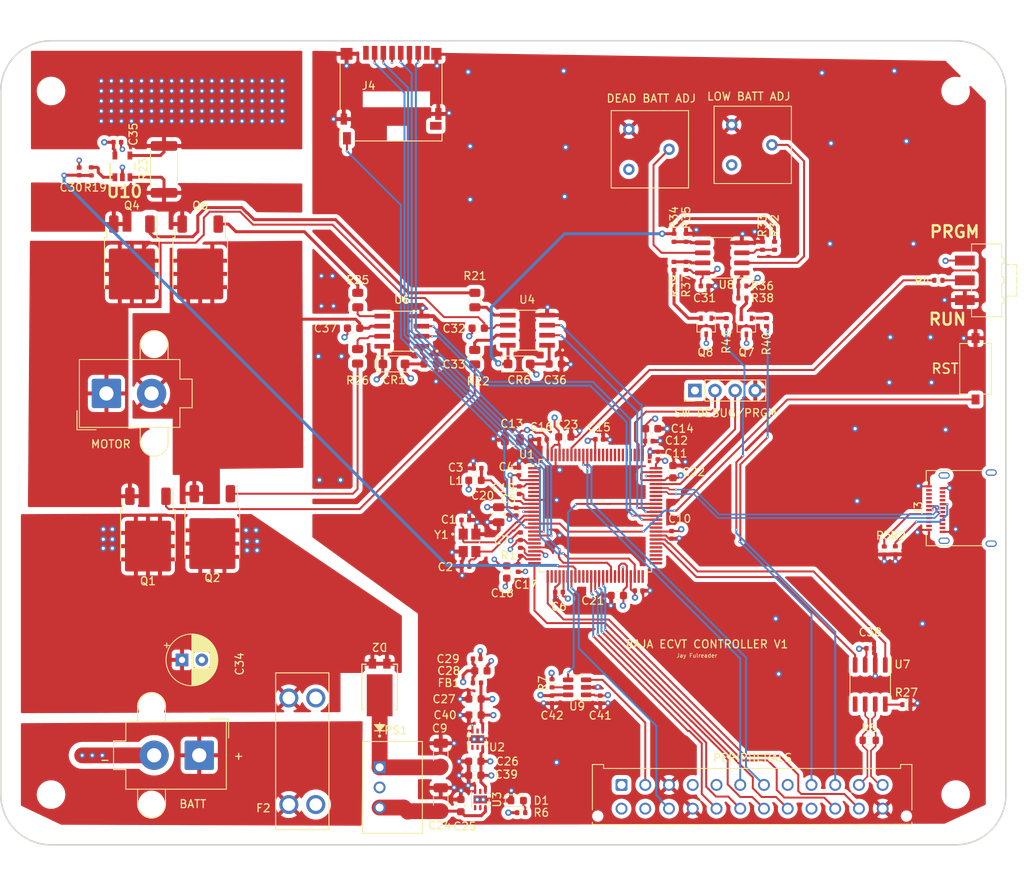
<source format=kicad_pcb>
(kicad_pcb (version 20221018) (generator pcbnew)
  (layers (0 "F.Cu" signal) (1 "In1.Cu" signal) (2 "In2.Cu" signal) (31 "B.Cu" signal) (34 "B.Paste" user) (35 "F.Paste" user) (36 "B.SilkS" user "B.Silkscreen") (37 "F.SilkS" user "F.Silkscreen") (38 "B.Mask" user) (39 "F.Mask" user) (44 "Edge.Cuts" user))
  (net 0 "")
  (net 1 "GND")
  (net 2 "/OSC_IN")
  (net 3 "/OSC_OUT")
  (net 4 "Net-(U1-VLXSMPS)")
  (net 5 "+3.3V")
  (net 6 "Net-(D2-K)")
  (net 7 "VDDA")
  (net 8 "+2V5")
  (net 9 "+12V")
  (net 10 "+5V")
  (net 11 "Current_sense_1")
  (net 12 "+BATT")
  (net 13 "Motor_A")
  (net 14 "Motor_B")
  (net 15 "Net-(D1-A)")
  (net 16 "Vdrive")
  (net 17 "/SWCLK")
  (net 18 "/SWDIO")
  (net 20 "Net-(J3-CC1)")
  (net 21 "/USB_D+")
  (net 22 "/USB_D-")
  (net 24 "Net-(J3-CC2)")
  (net 28 "SPI_NSS")
  (net 29 "SPI_MOSI")
  (net 30 "SPI_SCK")
  (net 31 "SPI_MOSO")
  (net 34 "SD_sense")
  (net 35 "Hall_Effect")
  (net 37 "Encoder2_1")
  (net 38 "Encoder2_2")
  (net 40 "Clutch_Button")
  (net 41 "GPIO_1")
  (net 42 "GPIO_2")
  (net 43 "GPIO_3")
  (net 44 "GPIO_4")
  (net 45 "Low_Batt_ind")
  (net 46 "Dead_Batt_ind")
  (net 47 "CAN_+")
  (net 48 "CAN_-")
  (net 49 "Encoder1_1")
  (net 50 "Net-(Q4-S)")
  (net 51 "Net-(Q4-G)")
  (net 52 "Net-(Q6-G)")
  (net 53 "Net-(Q7-D)")
  (net 54 "Net-(Q7-G)")
  (net 55 "Net-(Q8-D)")
  (net 56 "Net-(Q8-G)")
  (net 57 "Net-(U1-VREF+)")
  (net 58 "/BOOT0")
  (net 59 "Net-(SW2-B)")
  (net 60 "Net-(U9-DIR)")
  (net 61 "Net-(U4-LO)")
  (net 62 "Net-(U4-HO)")
  (net 63 "Net-(U6-LO)")
  (net 64 "Net-(U6-HO)")
  (net 65 "Net-(U7-Rs)")
  (net 66 "Net-(U8A-+)")
  (net 67 "Net-(U8B-+)")
  (net 68 "Net-(R36-Pad2)")
  (net 69 "Net-(R37-Pad2)")
  (net 70 "Net-(U8B--)")
  (net 71 "Net-(U8A--)")
  (net 72 "/NRST")
  (net 94 "CAN_RX")
  (net 95 "CAN_TX")
  (net 98 "nLIN_2")
  (net 99 "HIN_2")
  (net 100 "nLIN_1")
  (net 101 "HIN_1")
  (net 102 "/Hall_effect_3.3v")
  (net 127 "Net-(U10-OUT)")
  (net 129 "Net-(Q1-G)")
  (net 130 "Net-(Q2-G)")
  (net 131 "Encoder1_2")
  (net 132 "GNDA")
  (footprint "Resistor_SMD:R_0402_1005Metric" (layer "F.Cu") (at 162.7887 62.992 90)
    (fp_text reference "R35" (at 2.54 0 90) (layer "F.SilkS"))
    (fp_text value "10k")
    (pad "1" smd roundrect (at -0.51 0 90) (size 0.54 0.64) (layers "F.Cu" "F.Paste" "F.Mask") (net 67 "Net-(U8B-+)"))
    (pad "2" smd roundrect (at 0.51 0 90) (size 0.54 0.64) (layers "F.Cu" "F.Paste" "F.Mask") (net 1 "GND"))
  )
  (footprint "Diode_SMD:D_SOD-123F" (layer "F.Cu") (at 141.691 78.939)
    (fp_text reference "CR6" (at 0 2.032) (layer "F.SilkS"))
    (fp_text value "DSS110U")
    (pad "1" smd roundrect (at -1.4 0) (size 1.1 1.1) (layers "F.Cu" "F.Paste" "F.Mask") (roundrect_rratio 0.2272727273) (net 16 "Vdrive"))
    (pad "2" smd roundrect (at 1.4 0) (size 1.1 1.1) (layers "F.Cu" "F.Paste" "F.Mask") (roundrect_rratio 0.2272727273) (net 9 "+12V"))
  )
  (footprint "Package_DFN_QFN:DFN-6-1EP_2x2mm_P0.65mm_EP1.01x1.7mm" (layer "F.Cu") (at 136.4421 126.3528 -90)
    (fp_text reference "U2" (at 1.016 -2.457) (layer "F.SilkS"))
    (fp_text value "AP7370-33FDC")
    (pad "1" smd roundrect (at -1.0275 -0.65 270) (size 0.645 0.3) (layers "F.Cu" "F.Paste" "F.Mask") (net 5 "+3.3V"))
    (pad "2" smd roundrect (at -1.0275 0 270) (size 0.645 0.3) (layers "F.Cu" "F.Paste" "F.Mask"))
    (pad "3" smd roundrect (at -1.0275 0.65 270) (size 0.645 0.3) (layers "F.Cu" "F.Paste" "F.Mask") (net 1 "GND"))
    (pad "4" smd roundrect (at 1.0275 0.65 270) (size 0.645 0.3) (layers "F.Cu" "F.Paste" "F.Mask"))
    (pad "5" smd roundrect (at 1.0275 0 270) (size 0.645 0.3) (layers "F.Cu" "F.Paste" "F.Mask"))
    (pad "6" smd roundrect (at 1.0275 -0.65 270) (size 0.645 0.3) (layers "F.Cu" "F.Paste" "F.Mask") (net 10 "+5V"))
    (pad "7" smd rect (at 0 0 270) (size 1.01 1.7) (layers "F.Cu" "F.Mask") (net 1 "GND"))
  )
  (footprint "Capacitor_SMD:C_0603_1608Metric" (layer "F.Cu") (at 134.3271 134.7478 90)
    (fp_text reference "C25" (at -2.6162 0.508) (layer "F.SilkS"))
    (fp_text value "1u")
    (pad "1" smd roundrect (at -0.775 0 90) (size 0.9 0.95) (layers "F.Cu" "F.Paste" "F.Mask") (net 9 "+12V"))
    (pad "2" smd roundrect (at 0.775 0 90) (size 0.9 0.95) (layers "F.Cu" "F.Paste" "F.Mask") (net 1 "GND"))
  )
  (footprint "Connector_Molex:Molex_Micro-Fit_3.0_43045-2412_2x12_P3.00mm_Vertical" (layer "F.Cu") (at 154.6327 132.128)
    (fp_text reference "J7" hide)
    (fp_text value "Conn_01x24_Pin")
    (pad "" np_thru_hole circle (at -3 3.94) (size 1.02 1.02) (drill 1.02) (layers "*.Cu" "*.Mask"))
    (pad "" np_thru_hole circle (at 36 3.94) (size 1.02 1.02) (drill 1.02) (layers "*.Cu" "*.Mask"))
    (pad "1" thru_hole roundrect (at 0 0) (size 1.5 1.5) (drill 1.02) (layers "*.Cu" "*.Mask") (roundrect_rratio 0.166667) (net 10 "+5V"))
    (pad "2" thru_hole circle (at 3 0) (size 1.5 1.5) (drill 1.02) (layers "*.Cu" "*.Mask") (net 35 "Hall_Effect"))
    (pad "3" thru_hole circle (at 6 0) (size 1.5 1.5) (drill 1.02) (layers "*.Cu" "*.Mask") (net 1 "GND"))
    (pad "4" thru_hole circle (at 9 0) (size 1.5 1.5) (drill 1.02) (layers "*.Cu" "*.Mask"))
    (pad "5" thru_hole circle (at 12 0) (size 1.5 1.5) (drill 1.02) (layers "*.Cu" "*.Mask") (net 10 "+5V"))
    (pad "6" thru_hole circle (at 15 0) (size 1.5 1.5) (drill 1.02) (layers "*.Cu" "*.Mask") (net 49 "Encoder1_1"))
    (pad "7" thru_hole circle (at 18 0) (size 1.5 1.5) (drill 1.02) (layers "*.Cu" "*.Mask") (net 131 "Encoder1_2"))
    (pad "8" thru_hole circle (at 21 0) (size 1.5 1.5) (drill 1.02) (layers "*.Cu" "*.Mask") (net 1 "GND"))
    (pad "9" thru_hole circle (at 24 0) (size 1.5 1.5) (drill 1.02) (layers "*.Cu" "*.Mask") (net 45 "Low_Batt_ind"))
    (pad "10" thru_hole circle (at 27 0) (size 1.5 1.5) (drill 1.02) (layers "*.Cu" "*.Mask") (net 46 "Dead_Batt_ind"))
    (pad "11" thru_hole circle (at 30 0) (size 1.5 1.5) (drill 1.02) (layers "*.Cu" "*.Mask") (net 48 "CAN_-"))
    (pad "12" thru_hole circle (at 33 0) (size 1.5 1.5) (drill 1.02) (layers "*.Cu" "*.Mask") (net 47 "CAN_+"))
    (pad "13" thru_hole circle (at 0 3) (size 1.5 1.5) (drill 1.02) (layers "*.Cu" "*.Mask"))
    (pad "14" thru_hole circle (at 3 3) (size 1.5 1.5) (drill 1.02) (layers "*.Cu" "*.Mask") (net 5 "+3.3V"))
    (pad "15" thru_hole circle (at 6 3) (size 1.5 1.5) (drill 1.02) (layers "*.Cu" "*.Mask") (net 40 "Clutch_Button"))
    (pad "16" thru_hole circle (at 9 3) (size 1.5 1.5) (drill 1.02) (layers "*.Cu" "*.Mask") (net 1 "GND"))
    (pad "17" thru_hole circle (at 12 3) (size 1.5 1.5) (drill 1.02) (layers "*.Cu" "*.Mask") (net 41 "GPIO_1"))
    (pad "18" thru_hole circle (at 15 3) (size 1.5 1.5) (drill 1.02) (layers "*.Cu" "*.Mask") (net 42 "GPIO_2"))
    (pad "19" thru_hole circle (at 18 3) (size 1.5 1.5) (drill 1.02) (layers "*.Cu" "*.Mask") (net 43 "GPIO_3"))
    (pad "20" thru_hole circle (at 21 3) (size 1.5 1.5) (drill 1.02) (layers "*.Cu" "*.Mask") (net 44 "GPIO_4"))
    (pad "21" thru_hole circle (at 24 3) (size 1.5 1.5) (drill 1.02) (layers "*.Cu" "*.Mask") (net 10 "+5V"))
    (pad "22" thru_hole circle (at 27 3) (size 1.5 1.5) (drill 1.02) (layers "*.Cu" "*.Mask") (net 37 "Encoder2_1"))
    (pad "23" thru_hole circle (at 30 3) (size 1.5 1.5) (drill 1.02) (layers "*.Cu" "*.Mask") (net 38 "Encoder2_2"))
    (pad "24" thru_hole circle (at 33 3) (size 1.5 1.5) (drill 1.02) (layers "*.Cu" "*.Mask") (net 1 "GND"))
  )
  (footprint "Package_TO_SOT_SMD:TO-252-2" (layer "F.Cu") (at 92.7606 66.304 -90)
    (fp_text reference "Q4" (at -7.376 -0.001) (layer "F.SilkS"))
    (fp_text value "NMOS")
    (pad "1" smd roundrect (at -5.04 -2.28 270) (size 2.2 1.2) (layers "F.Cu" "F.Paste" "F.Mask") (roundrect_rratio 0.208333) (net 51 "Net-(Q4-G)"))
    (pad "2" smd roundrect (at -0.415 -1.525 270) (size 3.05 2.75) (layers "F.Cu" "F.Paste") (roundrect_rratio 0.090909) (net 13 "Motor_A"))
    (pad "2" smd roundrect (at -0.415 1.525 270) (size 3.05 2.75) (layers "F.Cu" "F.Paste") (roundrect_rratio 0.090909) (net 13 "Motor_A"))
    (pad "2" smd roundrect (at 1.26 0 270) (size 6.4 5.8) (layers "F.Cu" "F.Mask") (roundrect_rratio 0.043103) (net 13 "Motor_A"))
    (pad "2" smd roundrect (at 2.935 -1.525 270) (size 3.05 2.75) (layers "F.Cu" "F.Paste") (roundrect_rratio 0.090909) (net 13 "Motor_A"))
    (pad "2" smd roundrect (at 2.935 1.525 270) (size 3.05 2.75) (layers "F.Cu" "F.Paste") (roundrect_rratio 0.090909) (net 13 "Motor_A"))
    (pad "3" smd roundrect (at -5.04 2.28 270) (size 2.2 1.2) (layers "F.Cu" "F.Paste" "F.Mask") (roundrect_rratio 0.208333) (net 50 "Net-(Q4-S)"))
  )
  (footprint "Capacitor_SMD:C_0402_1005Metric" (layer "F.Cu") (at 134.922 104.531 180)
    (fp_text reference "C2" (at 2.54 -0.062) (layer "F.SilkS"))
    (fp_text value "8pF")
    (pad "1" smd roundrect (at -0.48 0 180) (size 0.56 0.62) (layers "F.Cu" "F.Paste" "F.Mask") (net 3 "/OSC_OUT"))
    (pad "2" smd roundrect (at 0.48 0 180) (size 0.56 0.62) (layers "F.Cu" "F.Paste" "F.Mask") (net 1 "GND"))
  )
  (footprint "Resistor_SMD:R_0402_1005Metric" (layer "F.Cu") (at 189.23 102.489 -90)
    (fp_text reference "R2" (at -1.8288 -0.3556) (layer "F.SilkS"))
    (fp_text value "5k1")
    (pad "1" smd roundrect (at -0.51 0 270) (size 0.54 0.64) (layers "F.Cu" "F.Paste" "F.Mask") (net 24 "Net-(J3-CC2)"))
    (pad "2" smd roundrect (at 0.51 0 270) (size 0.54 0.64) (layers "F.Cu" "F.Paste" "F.Mask") (net 1 "GND"))
  )
  (footprint "Capacitor_SMD:C_0603_1608Metric" (layer "F.Cu") (at 136.0921 130.9248 180)
    (fp_text reference "C39" (at -3.9889 0.1148) (layer "F.SilkS"))
    (fp_text value "1u")
    (pad "1" smd roundrect (at -0.775 0 180) (size 0.9 0.95) (layers "F.Cu" "F.Paste" "F.Mask") (net 10 "+5V"))
    (pad "2" smd roundrect (at 0.775 0 180) (size 0.9 0.95) (layers "F.Cu" "F.Paste" "F.Mask") (net 1 "GND"))
  )
  (footprint "Package_SO:SOIC-8_3.9x4.9mm_P1.27mm" (layer "F.Cu") (at 186.055 119.445 -90)
    (fp_text reference "U7" (at -2.54 -4.064) (layer "F.SilkS"))
    (fp_text value "SN65HVD230")
    (pad "1" smd roundrect (at -2.475 -1.905 270) (size 1.95 0.6) (layers "F.Cu" "F.Paste" "F.Mask") (net 95 "CAN_TX"))
    (pad "2" smd roundrect (at -2.475 -0.635 270) (size 1.95 0.6) (layers "F.Cu" "F.Paste" "F.Mask") (net 1 "GND"))
    (pad "3" smd roundrect (at -2.475 0.635 270) (size 1.95 0.6) (layers "F.Cu" "F.Paste" "F.Mask") (net 5 "+3.3V"))
    (pad "4" smd roundrect (at -2.475 1.905 270) (size 1.95 0.6) (layers "F.Cu" "F.Paste" "F.Mask") (net 94 "CAN_RX"))
    (pad "5" smd roundrect (at 2.475 1.905 270) (size 1.95 0.6) (layers "F.Cu" "F.Paste" "F.Mask"))
    (pad "6" smd roundrect (at 2.475 0.635 270) (size 1.95 0.6) (layers "F.Cu" "F.Paste" "F.Mask") (net 48 "CAN_-"))
    (pad "7" smd roundrect (at 2.475 -0.635 270) (size 1.95 0.6) (layers "F.Cu" "F.Paste" "F.Mask") (net 47 "CAN_+"))
    (pad "8" smd roundrect (at 2.475 -1.905 270) (size 1.95 0.6) (layers "F.Cu" "F.Paste" "F.Mask") (net 65 "Net-(U7-Rs)"))
  )
  (footprint "NetTie:NetTie-2_SMD_Pad2.0mm" (layer "F.Cu") (at 93.504 128.397)
    (fp_text reference "NT1" hide)
    (fp_text value "NetTie_2" hide)
    (fp_poly (pts (xy -2 -1) (xy 2 -1) (xy 2 1) (xy -2 1)) (fill solid) (layer "F.Cu"))
    (pad "1" smd circle (at -2 0) (size 2 2) (layers "F.Cu") (net 132 "GNDA"))
    (pad "2" smd circle (at 2 0) (size 2 2) (layers "F.Cu") (net 1 "GND"))
  )
  (footprint "LED_SMD:LED_0603_1608Metric" (layer "F.Cu") (at 141.4507 134.112)
    (fp_text reference "D1" (at 3.048 0) (layer "F.SilkS"))
    (fp_text value "LED")
    (pad "1" smd roundrect (at -0.7875 0) (size 0.875 0.95) (layers "F.Cu" "F.Paste" "F.Mask") (net 1 "GND"))
    (pad "2" smd roundrect (at 0.7875 0) (size 0.875 0.95) (layers "F.Cu" "F.Paste" "F.Mask") (net 15 "Net-(D1-A)"))
  )
  (footprint "Inductor_SMD:L_0603_1608Metric" (layer "F.Cu") (at 136.1158 93.6456)
    (fp_text reference "L1" (at -2.413 0.0508) (layer "F.SilkS"))
    (fp_text value "2.2u")
    (pad "1" smd roundrect (at -0.7875 0) (size 0.875 0.95) (layers "F.Cu" "F.Paste" "F.Mask") (net 8 "+2V5"))
    (pad "2" smd roundrect (at 0.7875 0) (size 0.875 0.95) (layers "F.Cu" "F.Paste" "F.Mask") (net 4 "Net-(U1-VLXSMPS)"))
  )
  (footprint "Capacitor_SMD:C_0402_1005Metric" (layer "F.Cu") (at 134.8966 98.6494 180)
    (fp_text reference "C1" (at 2.1082 0.0508) (layer "F.SilkS"))
    (fp_text value "8pF")
    (pad "1" smd roundrect (at -0.48 0 180) (size 0.56 0.62) (layers "F.Cu" "F.Paste" "F.Mask") (net 1 "GND"))
    (pad "2" smd roundrect (at 0.48 0 180) (size 0.56 0.62) (layers "F.Cu" "F.Paste" "F.Mask") (net 2 "/OSC_IN"))
  )
  (footprint "Resistor_SMD:R_0805_2012Metric" (layer "F.Cu") (at 121.306 70.866 -90)
    (fp_text reference "R25" (at -2.54 0) (layer "F.SilkS"))
    (fp_text value "100")
    (pad "1" smd roundrect (at -0.9125 0 270) (size 1.025 1.4) (layers "F.Cu" "F.Paste" "F.Mask") (roundrect_rratio 0.243902) (net 52 "Net-(Q6-G)"))
    (pad "2" smd roundrect (at 0.9125 0 270) (size 1.025 1.4) (layers "F.Cu" "F.Paste" "F.Mask") (roundrect_rratio 0.243902) (net 63 "Net-(U6-LO)"))
  )
  (footprint "Resistor_SMD:R_0402_1005Metric" (layer "F.Cu") (at 173.9647 64.006 -90)
    (fp_text reference "R32" (at -2.54 -0.004 90) (layer "F.SilkS"))
    (fp_text value "100k")
    (pad "1" smd roundrect (at -0.51 0 270) (size 0.54 0.64) (layers "F.Cu" "F.Paste" "F.Mask") (net 16 "Vdrive"))
    (pad "2" smd roundrect (at 0.51 0 270) (size 0.54 0.64) (layers "F.Cu" "F.Paste" "F.Mask") (net 66 "Net-(U8A-+)"))
  )
  (footprint "Capacitor_SMD:C_0402_1005Metric" (layer "F.Cu") (at 136.3311 116.1928)
    (fp_text reference "C29" (at -3.6161 0.0122) (layer "F.SilkS"))
    (fp_text value "10n")
    (pad "1" smd roundrect (at -0.48 0) (size 0.56 0.62) (layers "F.Cu" "F.Paste" "F.Mask") (net 7 "VDDA"))
    (pad "2" smd roundrect (at 0.48 0) (size 0.56 0.62) (layers "F.Cu" "F.Paste" "F.Mask") (net 132 "GNDA"))
  )
  (footprint "Package_DFN_QFN:DFN-6-1EP_2x2mm_P0.65mm_EP1.01x1.7mm" (layer "F.Cu") (at 136.7841 133.9728 -90)
    (fp_text reference "U3" (at 0 -2.115 90) (layer "F.SilkS"))
    (fp_text value "AP7370-50FDC")
    (pad "1" smd roundrect (at -1.0275 -0.65 270) (size 0.645 0.3) (layers "F.Cu" "F.Paste" "F.Mask") (net 10 "+5V"))
    (pad "2" smd roundrect (at -1.0275 0 270) (size 0.645 0.3) (layers "F.Cu" "F.Paste" "F.Mask"))
    (pad "3" smd roundrect (at -1.0275 0.65 270) (size 0.645 0.3) (layers "F.Cu" "F.Paste" "F.Mask") (net 1 "GND"))
    (pad "4" smd roundrect (at 1.0275 0.65 270) (size 0.645 0.3) (layers "F.Cu" "F.Paste" "F.Mask"))
    (pad "5" smd roundrect (at 1.0275 0 270) (size 0.645 0.3) (layers "F.Cu" "F.Paste" "F.Mask"))
    (pad "6" smd roundrect (at 1.0275 -0.65 270) (size 0.645 0.3) (layers "F.Cu" "F.Paste" "F.Mask") (net 9 "+12V"))
    (pad "7" smd rect (at 0 0 270) (size 1.01 1.7) (layers "F.Cu" "F.Mask") (net 1 "GND"))
  )
  (footprint "Resistor_SMD:R_0402_1005Metric" (layer "F.Cu") (at 172.4407 64.006 90)
    (fp_text reference "R33" (at 2.538 0 90) (layer "F.SilkS"))
    (fp_text value "10k")
    (pad "1" smd roundrect (at -0.51 0 90) (size 0.54 0.64) (layers "F.Cu" "F.Paste" "F.Mask") (net 66 "Net-(U8A-+)"))
    (pad "2" smd roundrect (at 0.51 0 90) (size 0.54 0.64) (layers "F.Cu" "F.Paste" "F.Mask") (net 1 "GND"))
  )
  (footprint "Package_TO_SOT_SMD:TO-252-2" (layer "F.Cu") (at 101.3966 66.304 -90)
    (fp_text reference "Q6" (at -7.376 0) (layer "F.SilkS"))
    (fp_text value "NMOS")
    (pad "1" smd roundrect (at -5.04 -2.28 270) (size 2.2 1.2) (layers "F.Cu" "F.Paste" "F.Mask") (roundrect_rratio 0.208333) (net 52 "Net-(Q6-G)"))
    (pad "2" smd roundrect (at -0.415 -1.525 270) (size 3.05 2.75) (layers "F.Cu" "F.Paste") (roundrect_rratio 0.090909) (net 14 "Motor_B"))
    (pad "2" smd roundrect (at -0.415 1.525 270) (size 3.05 2.75) (layers "F.Cu" "F.Paste") (roundrect_rratio 0.090909) (net 14 "Motor_B"))
    (pad "2" smd roundrect (at 1.26 0 270) (size 6.4 5.8) (layers "F.Cu" "F.Mask") (roundrect_rratio 0.043103) (net 14 "Motor_B"))
    (pad "2" smd roundrect (at 2.935 -1.525 270) (size 3.05 2.75) (layers "F.Cu" "F.Paste") (roundrect_rratio 0.090909) (net 14 "Motor_B"))
    (pad "2" smd roundrect (at 2.935 1.525 270) (size 3.05 2.75) (layers "F.Cu" "F.Paste") (roundrect_rratio 0.090909) (net 14 "Motor_B"))
    (pad "3" smd roundrect (at -5.04 2.28 270) (size 2.2 1.2) (layers "F.Cu" "F.Paste" "F.Mask") (roundrect_rratio 0.208333) (net 50 "Net-(Q4-S)"))
  )
  (footprint "Resistor_SMD:R_0805_2012Metric" (layer "F.Cu") (at 136.103 70.866 90)
    (fp_text reference "R21" (at 3.048 0) (layer "F.SilkS"))
    (fp_text value "100")
    (pad "1" smd roundrect (at -0.9125 0 90) (size 1.025 1.4) (layers "F.Cu" "F.Paste" "F.Mask") (roundrect_rratio 0.243902) (net 61 "Net-(U4-LO)"))
    (pad "2" smd roundrect (at 0.9125 0 90) (size 1.025 1.4) (layers "F.Cu" "F.Paste" "F.Mask") (roundrect_rratio 0.243902) (net 51 "Net-(Q4-G)"))
  )
  (footprint "Resistor_SMD:R_2512_6332Metric" (layer "F.Cu") (at 96.8246 54.356 90)
    (fp_text reference "R23" (at 0 -2.62 90) (layer "F.SilkS"))
    (fp_text value "1m")
    (pad "1" smd roundrect (at -2.9625 0 90) (size 1.225 3.35) (layers "F.Cu" "F.Paste" "F.Mask") (roundrect_rratio 0.204082) (net 50 "Net-(Q4-S)"))
    (pad "2" smd roundrect (at 2.9625 0 90) (size 1.225 3.35) (layers "F.Cu" "F.Paste" "F.Mask") (roundrect_rratio 0.204082) (net 1 "GND"))
  )
  (footprint "Capacitor_THT:CP_Radial_D6.3mm_P2.50mm" (layer "F.Cu") (at 99.1 116.332)
    (fp_text reference "C34" (at 7.278379 0.508 90) (layer "F.SilkS"))
    (fp_text value "47u")
    (pad "1" thru_hole rect (at 0 0) (size 1.6 1.6) (drill 0.8) (layers "*.Cu" "*.Mask") (net 16 "Vdrive"))
    (pad "2" thru_hole circle (at 2.5 0) (size 1.6 1.6) (drill 0.8) (layers "*.Cu" "*.Mask") (net 1 "GND"))
  )
  (footprint "Capacitor_SMD:C_0603_1608Metric" (layer "F.Cu") (at 158.4424 87.1178)
    (fp_text reference "C14" (at 3.8636 0) (layer "F.SilkS"))
    (fp_text value "1u")
    (pad "1" smd roundrect (at -0.775 0) (size 0.9 0.95) (layers "F.Cu" "F.Paste" "F.Mask") (net 5 "+3.3V"))
    (pad "2" smd roundrect (at 0.775 0) (size 0.9 0.95) (layers "F.Cu" "F.Paste" "F.Mask") (net 1 "GND"))
  )
  (footprint "shottky:TO-277B_MBR1560S_SME" (layer "F.Cu") (at 124.071101 119.7488 180)
    (fp_text reference "D2" (at 0 5.0419 180 unlocked) (layer "F.SilkS"))
    (fp_text value "D_Schottky_KAA")
    (pad "1" smd rect (at 0 -1.0541 270) (size 5.3086 3.2512) (layers "F.Cu" "F.Paste" "F.Mask") (net 6 "Net-(D2-K)"))
    (pad "2" smd rect (at -0.920001 2.9337 270) (size 1.2446 0.9398) (layers "F.Cu" "F.Paste" "F.Mask") (net 16 "Vdrive"))
    (pad "3" smd rect (at 0.920001 2.9337 270) (size 1.2446 0.9398) (layers "F.Cu" "F.Paste" "F.Mask") (net 16 "Vdrive"))
  )
  (footprint "Capacitor_SMD:C_0402_1005Metric" (layer "F.Cu") (at 158.0868 88.6926)
    (fp_text reference "C12" (at 3.4798 -0.0762) (layer "F.SilkS"))
    (fp_text value "100n")
    (pad "1" smd roundrect (at -0.48 0) (size 0.56 0.62) (layers "F.Cu" "F.Paste" "F.Mask") (net 5 "+3.3V"))
    (pad "2" smd roundrect (at 0.48 0) (size 0.56 0.62) (layers "F.Cu" "F.Paste" "F.Mask") (net 1 "GND"))
  )
  (footprint "Resistor_SMD:R_0402_1005Metric" (layer "F.Cu") (at 169.9007 70.612)
    (fp_text reference "R38" (at 2.54 0) (layer "F.SilkS"))
    (fp_text value "100")
    (pad "1" smd roundrect (at -0.51 0) (size 0.54 0.64) (layers "F.Cu" "F.Paste" "F.Mask") (net 68 "Net-(R36-Pad2)"))
    (pad "2" smd roundrect (at 0.51 0) (size 0.54 0.64) (layers "F.Cu" "F.Paste" "F.Mask") (net 54 "Net-(Q7-G)"))
  )
  (footprint "Package_TO_SOT_SMD:SOT-23-6" (layer "F.Cu") (at 149.0205 119.801 180)
    (fp_text reference "U9" (at 0 -2.4) (layer "F.SilkS"))
    (fp_text value "SN74LVC1T45DBV")
    (pad "1" smd roundrect (at -1.1375 -0.95 180) (size 1.325 0.6) (layers "F.Cu" "F.Paste" "F.Mask") (net 10 "+5V"))
    (pad "2" smd roundrect (at -1.1375 0 180) (size 1.325 0.6) (layers "F.Cu" "F.Paste" "F.Mask") (net 1 "GND"))
    (pad "3" smd roundrect (at -1.1375 0.95 180) (size 1.325 0.6) (layers "F.Cu" "F.Paste" "F.Mask") (net 35 "Hall_Effect"))
    (pad "4" smd roundrect (at 1.1375 0.95 180) (size 1.325 0.6) (layers "F.Cu" "F.Paste" "F.Mask") (net 102 "/Hall_effect_3.3v"))
    (pad "5" smd roundrect (at 1.1375 0 180) (size 1.325 0.6) (layers "F.Cu" "F.Paste" "F.Mask") (net 60 "Net-(U9-DIR)"))
    (pad "6" smd roundrect (at 1.1375 -0.95 180) (size 1.325 0.6) (layers "F.Cu" "F.Paste" "F.Mask") (net 5 "+3.3V"))
  )
  (footprint "Capacitor_SMD:C_0402_1005Metric" (layer "F.Cu") (at 136.446 92.1216)
    (fp_text reference "C3" (at -2.7686 -0.1016) (layer "F.SilkS"))
    (fp_text value "220p")
    (pad "1" smd roundrect (at -0.48 0) (size 0.56 0.62) (layers "F.Cu" "F.Paste" "F.Mask") (net 1 "GND"))
    (pad "2" smd roundrect (at 0.48 0) (size 0.56 0.62) (layers "F.Cu" "F.Paste" "F.Mask") (net 4 "Net-(U1-VLXSMPS)"))
  )
  (footprint "Capacitor_SMD:C_0402_1005Metric" (layer "F.Cu") (at 186.055 114.873)
    (fp_text reference "C38" (at 0 -2.032) (layer "F.SilkS"))
    (fp_text value "100n")
    (pad "1" smd roundrect (at -0.48 0) (size 0.56 0.62) (layers "F.Cu" "F.Paste" "F.Mask") (net 5 "+3.3V"))
    (pad "2" smd roundrect (at 0.48 0) (size 0.56 0.62) (layers "F.Cu" "F.Paste" "F.Mask") (net 1 "GND"))
  )
  (footprint "MountingHole:MountingHole_3.2mm_M3" (layer "F.Cu") (at 82.55 133.35)
    (fp_text reference "H4" hide)
    (fp_text value "MountingHole")
    (pad "" np_thru_hole circle (at 0 0) (size 3.2 3.2) (drill 3.2) (layers "*.Cu" "*.Mask"))
  )
  (footprint "Resistor_SMD:R_0402_1005Metric" (layer "F.Cu") (at 161.2647 66.548 -90)
    (fp_text reference "R39" (at 2.54 0 90) (layer "F.SilkS"))
    (fp_text value "100")
    (pad "1" smd roundrect (at -0.51 0 270) (size 0.54 0.64) (layers "F.Cu" "F.Paste" "F.Mask") (net 69 "Net-(R37-Pad2)"))
    (pad "2" smd roundrect (at 0.51 0 270) (size 0.54 0.64) (layers "F.Cu" "F.Paste" "F.Mask") (net 56 "Net-(Q8-G)"))
  )
  (footprint "Capacitor_SMD:C_0402_1005Metric" (layer "F.Cu") (at 151.813 88.464)
    (fp_text reference "C15" (at 0 -1.524) (layer "F.SilkS"))
    (fp_text value "100n")
    (pad "1" smd roundrect (at -0.48 0) (size 0.56 0.62) (layers "F.Cu" "F.Paste" "F.Mask") (net 5 "+3.3V"))
    (pad "2" smd roundrect (at 0.48 0) (size 0.56 0.62) (layers "F.Cu" "F.Paste" "F.Mask") (net 1 "GND"))
  )
  (footprint "Connector_PinHeader_2.54mm:PinHeader_1x04_P2.54mm_Vertical" (layer "F.Cu") (at 163.9062 82.296 90)
    (fp_text reference "J1" hide)
    (fp_text value "Conn_01x04_Pin")
    (pad "1" thru_hole rect (at 0 0 90) (size 1.7 1.7) (drill 1) (layers "*.Cu" "*.Mask") (net 5 "+3.3V"))
    (pad "2" thru_hole oval (at 0 2.54 90) (size 1.7 1.7) (drill 1) (layers "*.Cu" "*.Mask") (net 17 "/SWCLK"))
    (pad "3" thru_hole oval (at 0 5.08 90) (size 1.7 1.7) (drill 1) (layers "*.Cu" "*.Mask") (net 18 "/SWDIO"))
    (pad "4" thru_hole oval (at 0 7.62 90) (size 1.7 1.7) (drill 1) (layers "*.Cu" "*.Mask") (net 1 "GND"))
  )
  (footprint "Package_SO:SOIC-8_3.9x4.9mm_P1.27mm" (layer "F.Cu") (at 167.3607 65.532 180)
    (fp_text reference "U8" (at -0.5333 -3.4) (layer "F.SilkS"))
    (fp_text value "LM393")
    (pad "1" smd roundrect (at -2.475 -1.905 180) (size 1.95 0.6) (layers "F.Cu" "F.Paste" "F.Mask") (net 68 "Net-(R36-Pad2)"))
    (pad "2" smd roundrect (at -2.475 -0.635 180) (size 1.95 0.6) (layers "F.Cu" "F.Paste" "F.Mask") (net 71 "Net-(U8A--)"))
    (pad "3" smd roundrect (at -2.475 0.635 180) (size 1.95 0.6) (layers "F.Cu" "F.Paste" "F.Mask") (net 66 "Net-(U8A-+)"))
    (pad "4" smd roundrect (at -2.475 1.905 180) (size 1.95 0.6) (layers "F.Cu" "F.Paste" "F.Mask") (net 1 "GND"))
    (pad "5" smd roundrect (at 2.475 1.905 180) (size 1.95 0.6) (layers "F.Cu" "F.Paste" "F.Mask") (net 67 "Net-(U8B-+)"))
    (pad "6" smd roundrect (at 2.475 0.635 180) (size 1.95 0.6) (layers "F.Cu" "F.Paste" "F.Mask") (net 70 "Net-(U8B--)"))
    (pad "7" smd roundrect (at 2.475 -0.635 180) (size 1.95 0.6) (layers "F.Cu" "F.Paste" "F.Mask") (net 69 "Net-(R37-Pad2)"))
    (pad "8" smd roundrect (at 2.475 -1.905 180) (size 1.95 0.6) (layers "F.Cu" "F.Paste" "F.Mask") (net 10 "+5V"))
  )
  (footprint "Resistor_SMD:R_0402_1005Metric" (layer "F.Cu") (at 187.833 102.5144 -90)
    (fp_text reference "R3" (at -1.8796 0.0762) (layer "F.SilkS"))
    (fp_text value "5k1")
    (pad "1" smd roundrect (at -0.51 0 270) (size 0.54 0.64) (layers "F.Cu" "F.Paste" "F.Mask") (net 20 "Net-(J3-CC1)"))
    (pad "2" smd roundrect (at 0.51 0 270) (size 0.54 0.64) (layers "F.Cu" "F.Paste" "F.Mask") (net 1 "GND"))
  )
  (footprint "Resistor_SMD:R_0402_1005Metric" (layer "F.Cu") (at 172.9487 73.66 -90)
    (fp_text reference "R40" (at 2.7178 0.0001 90) (layer "F.SilkS"))
    (fp_text value "220")
    (pad "1" smd roundrect (at -0.51 0 270) (size 0.54 0.64) (layers "F.Cu" "F.Paste" "F.Mask") (net 53 "Net-(Q7-D)"))
    (pad "2" smd roundrect (at 0.51 0 270) (size 0.54 0.64) (layers "F.Cu" "F.Paste" "F.Mask") (net 45 "Low_Batt_ind"))
  )
  (footprint "Capacitor_SMD:C_0603_1608Metric" (layer "F.Cu") (at 136.0921 129.1468 180)
    (fp_text reference "C26" (at -4.1159 -0.0122) (layer "F.SilkS"))
    (fp_text value "1u")
    (pad "1" smd roundrect (at -0.775 0 180) (size 0.9 0.95) (layers "F.Cu" "F.Paste" "F.Mask") (net 10 "+5V"))
    (pad "2" smd roundrect (at 0.775 0 180) (size 0.9 0.95) (layers "F.Cu" "F.Paste" "F.Mask") (net 1 "GND"))
  )
  (footprint "Diode_SMD:D_SOD-123F" (layer "F.Cu") (at 125.878 78.939)
    (fp_text reference "CR1" (at 0 2.032) (layer "F.SilkS"))
    (fp_text value "DSS110U")
    (pad "1" smd roundrect (at -1.4 0) (size 1.1 1.1) (layers "F.Cu" "F.Paste" "F.Mask") (roundrect_rratio 0.2272727273) (net 16 "Vdrive"))
    (pad "2" smd roundrect (at 1.4 0) (size 1.1 1.1) (layers "F.Cu" "F.Paste" "F.Mask") (roundrect_rratio 0.2272727273) (net 9 "+12V"))
  )
  (footprint "Connector_Card:microSD_HC_Hirose_DM3D-SF" (layer "F.Cu") (at 125.513 44.976 180)
    (fp_text reference "J4" (at 2.835 1.181) (layer "F.SilkS"))
    (fp_text value "Micro_SD_Card_Det2")
    (pad "1" smd rect (at 3.175 5.35 180) (size 0.7 1.75) (layers "F.Cu" "F.Paste" "F.Mask"))
    (pad "2" smd rect (at 2.075 5.35 180) (size 0.7 1.75) (layers "F.Cu" "F.Paste" "F.Mask") (net 28 "SPI_NSS"))
    (pad "3" smd rect (at 0.975 5.35 180) (size 0.7 1.75) (layers "F.Cu" "F.Paste" "F.Mask") (net 29 "SPI_MOSI"))
    (pad "4" smd rect (at -0.125 5.35 180) (size 0.7 1.75) (layers "F.Cu" "F.Paste" "F.Mask") (net 5 "+3.3V"))
    (pad "5" smd rect (at -1.225 5.35 180) (size 0.7 1.75) (layers "F.Cu" "F.Paste" "F.Mask") (net 30 "SPI_SCK"))
    (pad "6" smd rect (at -2.325 5.35 180) (size 0.7 1.75) (layers "F.Cu" "F.Paste" "F.Mask") (net 1 "GND"))
    (pad "7" smd rect (at -3.425 5.35 180) (size 0.7 1.75) (layers "F.Cu" "F.Paste" "F.Mask") (net 31 "SPI_MOSO"))
    (pad "8" smd rect (at -4.525 5.35 180) (size 0.7 1.75) (layers "F.Cu" "F.Paste" "F.Mask"))
    (pad "9" smd rect (at -5.65 -3.875 180) (size 1.45 1) (layers "F.Cu" "F.Paste" "F.Mask"))
    (pad "10" smd rect (at 5.575 -5.45 180) (size 1 1.55) (layers "F.Cu" "F.Paste" "F.Mask") (net 34 "SD_sense"))
    (pad "11" smd rect (at -5.975 -2.375 180) (size 0.8 1.5) (layers "F.Cu" "F.Paste" "F.Mask") (net 1 "GND"))
    (pad "11" smd rect (at -5.725 5.225 180) (size 1.3 1.5) (layers "F.Cu" "F.Paste" "F.Mask") (net 1 "GND"))
    (pad "11" smd rect (at 5.625 5.225 180) (size 1.5 1.5) (layers "F.Cu" "F.Paste" "F.Mask") (net 1 "GND"))
    (pad "11" smd rect (at 5.975 -3.025 180) (size 0.8 1.4) (layers "F.Cu" "F.Paste" "F.Mask") (net 1 "GND"))
    (zone (net 0) (net_name "") (layer "F.Cu") (connect_pads (clearance 0)) (min_thickness 0.254)
      (keepout (tracks not_allowed) (vias not_allowed) (pads not_allowed) (copperpour not_allowed) (footprints not_allowed))
      (fill (thermal_gap 0.508) (thermal_bridge_width 0.508))
      (polygon (pts (xy 127.488 48.851) (xy 124.988 48.851) (xy 124.988 50.701) (xy 127.488 50.701)))
    )
    (zone (net 0) (net_name "") (layer "F.Cu") (connect_pads (clearance 0)) (min_thickness 0.254)
      (keepout (tracks not_allowed) (vias not_allowed) (pads not_allowed) (copperpour not_allowed) (footprints not_allowed))
      (fill (thermal_gap 0.508) (thermal_bridge_width 0.508))
      (polygon (pts (xy 130.438 46.501) (xy 121.938 46.501) (xy 121.938 44.501) (xy 130.438 44.501)))
    )
  )
  (footprint "Capacitor_SMD:C_0402_1005Metric" (layer "F.Cu") (at 141.859 100.711 90)
    (fp_text reference "C7" (at -0.508 -2.413) (layer "F.SilkS"))
    (fp_text value "100n")
    (pad "1" smd roundrect (at -0.48 0 90) (size 0.56 0.62) (layers "F.Cu" "F.Paste" "F.Mask") (net 5 "+3.3V"))
    (pad "2" smd roundrect (at 0.48 0 90) (size 0.56 0.62) (layers "F.Cu" "F.Paste" "F.Mask") (net 1 "GND"))
  )
  (footprint "Capacitor_SMD:C_0402_1005Metric" (layer "F.Cu") (at 144.701 88.464 180)
    (fp_text reference "C16" (at 0.2032 1.5748) (layer "F.SilkS"))
    (fp_text value "100n")
    (pad "1" smd roundrect (at -0.48 0 180) (size 0.56 0.62) (layers "F.Cu" "F.Paste" "F.Mask") (net 5 "+3.3V"))
    (pad "2" smd roundrect (at 0.48 0 180) (size 0.56 0.62) (layers "F.Cu" "F.Paste" "F.Mask") (net 1 "GND"))
  )
  (footprint "Capacitor_SMD:C_0603_1608Metric" (layer "F.Cu") (at 136.8671 117.7168)
    (fp_text reference "C28" (at -4.064 0) (layer "F.SilkS"))
    (fp_text value "1u")
    (pad "1" smd roundrect (at -0.775 0) (size 0.9 0.95) (layers "F.Cu" "F.Paste" "F.Mask") (net 7 "VDDA"))
    (pad "2" smd roundrect (at 0.775 0) (size 0.9 0.95) (layers "F.Cu" "F.Paste" "F.Mask") (net 132 "GNDA"))
  )
  (footprint "Connector_Molex:Molex_Mega-Fit_76829-0002_2x01_P5.70mm_Vertical" (layer "F.Cu") (at 89.55 82.6648 90)
    (fp_text reference "J5" hide)
    (fp_text value "Conn_01x02_Pin")
    (pad "" np_thru_hole circle (at -6.17 6.025 90) (size 3 3) (drill 3) (layers "*.Cu" "*.Mask"))
    (pad "" np_thru_hole circle (at 6.17 6.025 90) (size 3 3) (drill 3) (layers "*.Cu" "*.Mask"))
    (pad "1" thru_hole roundrect (at 0 0 90) (size 3.7 3.7) (drill 1.8) (layers "*.Cu" "*.Mask") (roundrect_rratio 0.067568) (net 13 "Motor_A"))
    (pad "2" thru_hole circle (at 0 5.7 90) (size 3.7 3.7) (drill 1.8) (layers "*.Cu" "*.Mask") (net 14 "Motor_B"))
  )
  (footprint "MountingHole:MountingHole_3.2mm_M3" (layer "F.Cu") (at 196.85 44.45)
    (fp_text reference "H2" hide)
    (fp_text value "MountingHole")
    (pad "" np_thru_hole circle (at 0 0) (size 3.2 3.2) (drill 3.2) (layers "*.Cu" "*.Mask"))
  )
  (footprint "SMPS:CONV_K7803-500R3" (layer "F.Cu") (at 125.6911 132.4488 -90)
    (fp_text reference "PS1" (at -7.2268 -0.4199) (layer "F.SilkS"))
    (fp_text value "LMP78_12-1.0R")
    (pad "1" thru_hole rect (at -2.54 1.625 270) (size 1.508 1.508) (drill 1) (layers "*.Cu" "*.Mask") (net 6 "Net-(D2-K)"))
    (pad "2" thru_hole circle (at 0 1.625 270) (size 1.508 1.508) (drill 1) (layers "*.Cu" "*.Mask") (net 1 "GND"))
    (pad "3" thru_hole circle (at 2.54 1.625 270) (size 1.508 1.508) (drill 1) (layers "*.Cu" "*.Mask") (net 9 "+12V"))
  )
  (footprint "Capacitor_SMD:C_0402_1005Metric" (layer "F.Cu") (at 146.733 107.768 180)
    (fp_text reference "C6" (at 0 -1.833) (layer "F.SilkS"))
    (fp_text value "100n")
    (pad "1" smd roundrect (at -0.48 0 180) (size 0.56 0.62) (layers "F.Cu" "F.Paste" "F.Mask") (net 5 "+3.3V"))
    (pad "2" smd roundrect (at 0.48 0 180) (size 0.56 0.62) (layers "F.Cu" "F.Paste" "F.Mask") (net 1 "GND"))
  )
  (footprint "Capacitor_SMD:C_0402_1005Metric" (layer "F.Cu") (at 145.851 121.325 90)
    (fp_text reference "C42" (at -2.032 0) (layer "F.SilkS"))
    (fp_text value "100n")
    (pad "1" smd roundrect (at -0.48 0 90) (size 0.56 0.62) (layers "F.Cu" "F.Paste" "F.Mask") (net 1 "GND"))
    (pad "2" smd roundrect (at 0.48 0 90) (size 0.56 0.62) (layers "F.Cu" "F.Paste" "F.Mask") (net 5 "+3.3V"))
  )
  (footprint "Capacitor_SMD:C_0402_1005Metric" (layer "F.Cu") (at 141.3228 97.608 -90)
    (fp_text reference "C5" (at -1.596 0.9878) (layer "F.SilkS"))
    (fp_text value "100n")
    (pad "1" smd roundrect (at -0.48 0 270) (size 0.56 0.62) (layers "F.Cu" "F.Paste" "F.Mask") (net 5 "+3.3V"))
    (pad "2" smd roundrect (at 0.48 0 270) (size 0.56 0.62) (layers "F.Cu" "F.Paste" "F.Mask") (net 1 "GND"))
  )
  (footprint "Capacitor_SMD:C_0402_1005Metric" (layer "F.Cu") (at 86.106 54.608 90)
    (fp_text reference "C30" (at -2.032 -1.016) (layer "F.SilkS"))
    (fp_text value "1n")
    (pad "1" smd roundrect (at -0.48 0 90) (size 0.56 0.62) (layers "F.Cu" "F.Paste" "F.Mask") (net 11 "Current_sense_1"))
    (pad "2" smd roundrect (at 0.48 0 90) (size 0.56 0.62) (layers "F.Cu" "F.Paste" "F.Mask") (net 132 "GNDA"))
  )
  (footprint "Potentiometer_THT:Potentiometer_Bourns_3386F_Vertical" (layer "F.Cu") (at 155.5617 54.356)
    (fp_text reference "RV1" hide)
    (fp_text value "10k")
    (pad "1" thru_hole circle (at 0 0) (size 1.44 1.44) (drill 0.8) (layers "*.Cu" "*.Mask") (net 10 "+5V"))
    (pad "2" thru_hole circle (at 5.08 -2.54) (size 1.44 1.44) (drill 0.8) (layers "*.Cu" "*.Mask") (net 70 "Net-(U8B--)"))
    (pad "3" thru_hole circle (at 0 -5.08) (size 1.44 1.44) (drill 0.8) (layers "*.Cu" "*.Mask") (net 1 "GND"))
  )
  (footprint "Capacitor_SMD:C_0402_1005Metric" (layer "F.Cu") (at 141.653 92.528 90)
    (fp_text reference "C4" (at 0.58 -1.572) (layer "F.SilkS"))
    (fp_text value "100n")
    (pad "1" smd roundrect (at -0.48 0 90) (size 0.56 0.62) (layers "F.Cu" "F.Paste" "F.Mask") (net 5 "+3.3V"))
    (pad "2" smd roundrect (at 0.48 0 90) (size 0.56 0.62) (layers "F.Cu" "F.Paste" "F.Mask") (net 1 "GND"))
  )
  (footprint "Resistor_SMD:R_0805_2012Metric" (layer "F.Cu") (at 136.079 78.0815 -90)
    (fp_text reference "R22" (at 3.048 -0.443) (layer "F.SilkS"))
    (fp_text value "100")
    (pad "1" smd roundrect (at -0.9125 0 270) (size 1.025 1.4) (layers "F.Cu" "F.Paste" "F.Mask") (roundrect_rratio 0.243902) (net 62 "Net-(U4-HO)"))
    (pad "2" smd roundrect (at 0.9125 0 270) (size 1.025 1.4) (layers "F.Cu" "F.Paste" "F.Mask") (roundrect_rratio 0.243902) (net 129 "Net-(Q1-G)"))
  )
  (footprint "Capacitor_SMD:C_0603_1608Metric" (layer "F.Cu") (at 136.522 74.422)
    (fp_text reference "C32" (at -3.048 0.055) (layer "F.SilkS"))
    (fp_text value "1u")
    (pad "1" smd roundrect (at -0.775 0) (size 0.9 0.95) (layers "F.Cu" "F.Paste" "F.Mask") (net 16 "Vdrive"))
    (pad "2" smd roundrect (at 0.775 0) (size 0.9 0.95) (layers "F.Cu" "F.Paste" "F.Mask") (net 13 "Motor_A"))
  )
  (footprint "Resistor_SMD:R_0402_1005Metric" (layer "F.Cu") (at 145.851 119.293 90)
    (fp_text reference "R7" (at 0 -1.17 90) (layer "F.SilkS"))
    (fp_text value "10k")
    (pad "1" smd roundrect (at -0.51 0 90) (size 0.54 0.64) (layers "F.Cu" "F.Paste" "F.Mask") (net 60 "Net-(U9-DIR)"))
    (pad "2" smd roundrect (at 0.51 0 90) (size 0.54 0.64) (layers "F.Cu" "F.Paste" "F.Mask") (net 10 "+5V"))
  )
  (footprint "Capacitor_SMD:C_1206_3216Metric" (layer "F.Cu") (at 131.7871 133.9728 90)
    (fp_text reference "C24" (at -3.2766 -0.127) (layer "F.SilkS"))
    (fp_text value "22u")
    (pad "1" smd roundrect (at -1.475 0 90) (size 1.15 1.8) (layers "F.Cu" "F.Paste" "F.Mask") (roundrect_rratio 0.217391) (net 9 "+12V"))
    (pad "2" smd roundrect (at 1.475 0 90) (size 1.15 1.8) (layers "F.Cu" "F.Paste" "F.Mask") (roundrect_rratio 0.217391) (net 1 "GND"))
  )
  (footprint "Capacitor_SMD:C_1206_3216Metric" (layer "F.Cu") (at 131.7871 128.3358 90)
    (fp_text reference "C9" (at 3.3528 -0.127) (layer "F.SilkS"))
    (fp_text value "10u")
    (pad "1" smd roundrect (at -1.475 0 90) (size 1.15 1.8) (layers "F.Cu" "F.Paste" "F.Mask") (roundrect_rratio 0.217391) (net 6 "Net-(D2-K)"))
    (pad "2" smd roundrect (at 1.475 0 90) (size 1.15 1.8) (layers "F.Cu" "F.Paste" "F.Mask") (roundrect_rratio 0.217391) (net 1 "GND"))
  )
  (footprint "Capacitor_SMD:C_0603_1608Metric" (layer "F.Cu") (at 161.1348 92.5534 90)
    (fp_text reference "C22" (at -0.0254 2.5908) (layer "F.SilkS"))
    (fp_text value "2.2u")
    (pad "1" smd roundrect (at -0.775 0 90) (size 0.9 0.95) (layers "F.Cu" "F.Paste" "F.Mask") (net 8 "+2V5"))
    (pad "2" smd roundrect (at 0.775 0 90) (size 0.9 0.95) (layers "F.Cu" "F.Paste" "F.Mask") (net 1 "GND"))
  )
  (footprint "H_Bridge:SOIC127P600X175-8N" (layer "F.Cu") (at 126.87 74.803 180)
    (fp_text reference "U6" (at -0.024 3.992) (layer "F.SilkS"))
    (fp_text value "IR2103STRPBF")
    (pad "1" smd roundrect (at -2.475 -1.905 180) (size 1.97 0.6) (layers "F.Cu" "F.Paste" "F.Mask") (roundrect_rratio 0.07) (net 9 "+12V"))
    (pad "2" smd roundrect (at -2.475 -0.635 180) (size 1.97 0.6) (layers "F.Cu" "F.Paste" "F.Mask") (roundrect_rratio 0.07) (net 99 "HIN_2"))
    (pad "3" smd roundrect (at -2.475 0.635 180) (size 1.97 0.6) (layers "F.Cu" "F.Paste" "F.Mask") (roundrect_rratio 0.07) (net 98 "nLIN_2"))
    (pad "4" smd roundrect (at -2.475 1.905 180) (size 1.97 0.6) (layers "F.Cu" "F.Paste" "F.Mask") (roundrect_rratio 0.07) (net 1 "GND"))
    (pad "5" smd roundrect (at 2.475 1.905 180) (size 1.97 0.6) (layers "F.Cu" "F.Paste" "F.Mask") (roundrect_rratio 0.07) (net 63 "Net-(U6-LO)"))
    (pad "6" smd roundrect (at 2.475 0.635 180) (size 1.97 0.6) (layers "F.Cu" "F.Paste" "F.Mask") (roundrect_rratio 0.07) (net 14 "Motor_B"))
    (pad "7" smd roundrect (at 2.475 -0.635 180) (size 1.97 0.6) (layers "F.Cu" "F.Paste" "F.Mask") (roundrect_rratio 0.07) (net 64 "Net-(U6-HO)"))
    (pad "8" smd roundrect (at 2.475 -1.905 180) (size 1.97 0.6) (layers "F.Cu" "F.Paste" "F.Mask") (roundrect_rratio 0.07) (net 16 "Vdrive"))
  )
  (footprint "Resistor_SMD:R_0402_1005Metric" (layer "F.Cu") (at 194.6656 68.3732)
    (fp_text reference "R4" (at -2.032 0.1016) (layer "F.SilkS"))
    (fp_text value "10k")
    (pad "1" smd roundrect (at -0.51 0) (size 0.54 0.64) (layers "F.Cu" "F.Paste" "F.Mask") (net 58 "/BOOT0"))
    (pad "2" smd roundrect (at 0.51 0) (size 0.54 0.64) (layers "F.Cu" "F.Paste" "F.Mask") (net 59 "Net-(SW2-B)"))
  )
  (footprint "Capacitor_SMD:C_0402_1005Metric" (layer "F.Cu") (at 160.957 100.5332 -90)
    (fp_text reference "C10" (at -2.032 -1.016) (layer "F.SilkS"))
    (fp_text value "100n")
    (pad "1" smd roundrect (at -0.48 0 270) (size 0.56 0.62) (layers "F.Cu" "F.Paste" "F.Mask") (net 5 "+3.3V"))
    (pad "2" smd roundrect (at 0.48 0 270) (size 0.56 0.62) (layers "F.Cu" "F.Paste" "F.Mask") (net 1 "GND"))
  )
  (footprint "Resistor_SMD:R_0402_1005Metric" (layer "F.Cu") (at 141.859 102.688 90)
    (fp_text reference "R1" (at -0.436 -1.524) (layer "F.SilkS"))
    (fp_text value "47")
    (pad "1" smd roundrect (at -0.51 0 90) (size 0.54 0.64) (layers "F.Cu" "F.Paste" "F.Mask") (net 7 "VDDA"))
    (pad "2" smd roundrect (at 0.51 0 90) (size 0.54 0.64) (layers "F.Cu" "F.Paste" "F.Mask") (net 57 "Net-(U1-VREF+)"))
  )
  (footprint "Capacitor_SMD:C_0603_1608Metric" (layer "F.Cu") (at 120.774 74.422)
    (fp_text reference "C37" (at -3.556 0) (layer "F.SilkS"))
    (fp_text value "1u")
    (pad "1" smd roundrect (at -0.775 0) (size 0.9 0.95) (layers "F.Cu" "F.Paste" "F.Mask") (net 16 "Vdrive"))
    (pad "2" smd roundrect (at 0.775 0) (size 0.9 0.95) (layers "F.Cu" "F.Paste" "F.Mask") (net 14 "Motor_B"))
  )
  (footprint "Capacitor_SMD:C_0603_1608Metric" (layer "F.Cu") (at 136.1181 121.2728 180)
    (fp_text reference "C27" (at 3.9111 -0.0122) (layer "F.SilkS"))
    (fp_text value "1u")
    (pad "1" smd roundrect (at -0.775 0 180) (size 0.9 0.95) (layers "F.Cu" "F.Paste" "F.Mask") (net 5 "+3.3V"))
    (pad "2" smd roundrect (at 0.775 0 180) (size 0.9 0.95) (layers "F.Cu" "F.Paste" "F.Mask") (net 1 "GND"))
  )
  (footprint "Connector_Molex:Molex_Mega-Fit_76829-0002_2x01_P5.70mm_Vertical" (layer "F.Cu") (at 101.275 128.3848 -90)
    (fp_text reference "J2" hide)
    (fp_text value "Conn_01x02_Pin")
    (pad "" np_thru_hole circle (at -6.17 6.025 270) (size 3 3) (drill 3) (layers "*.Cu" "*.Mask"))
    (pad "" np_thru_hole circle (at 6.17 6.025 270) (size 3 3) (drill 3) (layers "*.Cu" "*.Mask"))
    (pad "1" thru_hole roundrect (at 0 0 270) (size 3.7 3.7) (drill 1.8) (layers "*.Cu" "*.Mask") (roundrect_rratio 0.067568) (net 12 "+BATT"))
    (pad "2" thru_hole circle (at 0 5.7 270) (size 3.7 3.7) (drill 1.8) (layers "*.Cu" "*.Mask") (net 1 "GND"))
  )
  (footprint "Button_Switch_SMD:SW_SPDT_CK-JS102011SAQN" (layer "F.Cu") (at 200.7616 68.3732 90)
    (fp_text reference "SW2" hide)
    (fp_text value "SW_SPDT")
    (pad "" np_thru_hole circle (at -3.4 0 90) (size 0.9 0.9) (drill 0.9) (layers "*.Cu" "*.Mask"))
    (pad "" np_thru_hole circle (at 3.4 0 90) (size 0.9 0.9) (drill 0.9) (layers "*.Cu" "*.Mask"))
    (pad "1" smd rect (at -2.5 -2.75 90) (size 1.25 2.5) (layers "F.Cu" "F.Paste" "F.Mask") (net 1 "GND"))
    (pad "2" smd rect (at 0 -2.75 90) (size 1.25 2.5) (layers "F.Cu" "F.Paste" "F.Mask") (net 59 "Net-(SW2-B)"))
    (pad "3" smd rect (at 2.5 -2.75 90) (size 1.25 2.5) (layers "F.Cu" "F.Paste" "F.Mask") (net 5 "+3.3V"))
  )
  (footprint "Capacitor_SMD:C_0402_1005Metric" (layer "F.Cu") (at 151.947 121.325 -90)
    (fp_text reference "C41" (at 2.032 0) (layer "F.SilkS"))
    (fp_text value "100n")
    (pad "1" smd roundrect (at -0.48 0 270) (size 0.56 0.62) (layers "F.Cu" "F.Paste" "F.Mask") (net 10 "+5V"))
    (pad "2" smd roundrect (at 0.48 0 270) (size 0.56 0.62) (layers "F.Cu" "F.Paste" "F.Mask") (net 1 "GND"))
  )
  (footprint "Capacitor_SMD:C_0603_1608Metric" (layer "F.Cu") (at 154.099 108.1998 180)
    (fp_text reference "C21" (at 3.096 -0.6392) (layer "F.SilkS"))
    (fp_text value "2.2u")
    (pad "1" smd roundrect (at -0.775 0 180) (size 0.9 0.95) (layers "F.Cu" "F.Paste" "F.Mask") (net 8 "+2V5"))
    (pad "2" smd roundrect (at 0.775 0 180) (size 0.9 0.95) (layers "F.Cu" "F.Paste" "F.Mask") (net 1 "GND"))
  )
  (footprint "Capacitor_SMD:C_0402_1005Metric" (layer "F.Cu") (at 159.2298 90.5214 90)
    (fp_text reference "C11" (at 0.2794 2.286) (layer "F.SilkS"))
    (fp_text value "100n")
    (pad "1" smd roundrect (at -0.48 0 90) (size 0.56 0.62) (layers "F.Cu" "F.Paste" "F.Mask") (net 5 "+3.3V"))
    (pad "2" smd roundrect (at 0.48 0 90) (size 0.56 0.62) (layers "F.Cu" "F.Paste" "F.Mask") (net 1 "GND"))
  )
  (footprint "Button_Switch_SMD:SW_Tactile_SPST_NO_Straight_CK_PTS636Sx25SMTRLFS" (layer "F.Cu") (at 199.3646 79.5528 -90)
    (fp_text reference "SW1" hide)
    (fp_text value "SW_Push")
    (pad "1" smd rect (at -3.875 0 270) (size 1.25 1) (layers "F.Cu" "F.Paste" "F.Mask") (net 1 "GND"))
    (pad "2" smd rect (at 3.875 0 270) (size 1.25 1) (layers "F.Cu" "F.Paste" "F.Mask") (net 72 "/NRST"))
  )
  (footprint "Crystal:XTAL_TSX-3225_16.0000MF09Z-AC6" (layer "F.Cu") (at 135.43 101.545)
    (fp_text reference "Y1" (at -3.556 -1.016) (layer "F.SilkS"))
    (fp_text value "TSX-3225_16.0000MF09Z-AC6")
    (pad "1" smd rect (at -0.8 -1.1) (size 1.15 1.4) (layers "F.Cu" "F.Paste" "F.Mask") (net 2 "/OSC_IN"))
    (pad "2" smd rect (at -0.8 1.1) (size 1.15 1.4) (layers "F.Cu" "F.Paste" "F.Mask") (net 1 "GND"))
    (pad "3" smd rect (at 0.8 1.1) (size 1.15 1.4) (layers "F.Cu" "F.Paste" "F.Mask") (net 3 "/OSC_OUT"))
    (pad "4" smd rect (at 0.8 -1.1) (size 1.15 1.4) (layers "F.Cu" "F.Paste" "F.Mask") (net 1 "GND"))
  )
  (footprint "Package_TO_SOT_SMD:TO-252-2" (layer "F.Cu") (at 102.9316 100.378 -90)
    (fp_text reference "Q2" (at 5.588 0) (layer "F.SilkS"))
    (fp_text value "NMOS")
    (pad "1" smd roundrect (at -5.04 -2.28 270) (size 2.2 1.2) (layers "F.Cu" "F.Paste" "F.Mask") (roundrect_rratio 0.208333) (net 130 "Net-(Q2-G)"))
    (pad "2" smd roundrect (at -0.415 -1.525 270) (size 3.05 2.75) (layers "F.Cu" "F.Paste") (roundrect_rratio 0.090909) (net 16 "Vdrive"))
    (pad "2" smd roundrect (at -0.415 1.525 270) (size 3.05 2.75) (layers "F.Cu" "F.Paste") (roundrect_rratio 0.090909) (net 16 "Vdrive"))
    (pad "2" smd roundrect (at 1.26 0 270) (size 6.4 5.8) (layers "F.Cu" "F.Mask") (roundrect_rratio 0.043103) (net 16 "Vdrive"))
    (pad "2" smd roundrect (at 2.935 -1.525 270) (size 3.05 2.75) (layers "F.Cu" "F.Paste") (roundrect_rratio 0.090909) (net 16 "Vdrive"))
    (pad "2" smd roundrect (at 2.935 1.525 270) (size 3.05 2.75) (layers "F.Cu" "F.Paste") (roundrect_rratio 0.090909) (net 16 "Vdrive"))
    (pad "3" smd roundrect (at -5.04 2.28 270) (size 2.2 1.2) (layers "F.Cu" "F.Paste" "F.Mask") (roundrect_rratio 0.208333) (net 14 "Motor_B"))
  )
  (footprint "Capacitor_SMD:C_0603_1608Metric" (layer "F.Cu") (at 140.129 105.228 -90)
    (fp_text reference "C18" (at 2.667 0.5588) (layer "F.SilkS"))
    (fp_text value "1u")
    (pad "1" smd roundrect (at -0.775 0 270) (size 0.9 0.95) (layers "F.Cu" "F.Paste" "F.Mask") (net 7 "VDDA"))
    (pad "2" smd roundrect (at 0.775 0 270) (size 0.9 0.95) (layers "F.Cu" "F.Paste" "F.Mask") (net 132 "GNDA"))
  )
  (footprint "Capacitor_SMD:C_0805_2012Metric" (layer "F.Cu") (at 139.113 97.989 -90)
    (fp_text reference "C20" (at -2.413 2.032) (layer "F.SilkS"))
    (fp_text value "4.7u")
    (pad "1" smd roundrect (at -0.95 0 270) (size 1 1.45) (layers "F.Cu" "F.Paste" "F.Mask") (net 5 "+3.3V"))
    (pad "2" smd roundrect (at 0.95 0 270) (size 1 1.45) (layers "F.Cu" "F.Paste" "F.Mask") (net 1 "GND"))
  )
  (footprint "Capacitor_SMD:C_0402_1005Metric" (layer "F.Cu") (at 141.5768 104.72 -90)
    (fp_text reference "C17" (at 2.1082 -0.9398) (layer "F.SilkS"))
    (fp_text value "100n")
    (pad "1" smd roundrect (at -0.48 0 270) (size 0.56 0.62) (layers "F.Cu" "F.Paste" "F.Mask") (net 7 "VDDA"))
    (pad "2" smd roundrect (at 0.48 0 270) (size 0.56 0.62) (layers "F.Cu" "F.Paste" "F.Mask") (net 132 "GNDA"))
  )
  (footprint "Resistor_SMD:R_0603_1608Metric" (layer "F.Cu") (at 185.928 126.492)
    (fp_text reference "R5" (at 0 -1.524) (layer "F.SilkS"))
    (fp_text value "120")
    (pad "1" smd roundrect (at -0.825 0) (size 0.8 0.95) (layers "F.Cu" "F.Paste" "F.Mask") (net 48 "CAN_-"))
    (pad "2" smd roundrect (at 0.825 0) (size 0.8 0.95) (layers "F.Cu" "F.Paste" "F.Mask") (net 47 "CAN_+"))
  )
  (footprint "MountingHole:MountingHole_3.2mm_M3" (layer "F.Cu") (at 196.85 133.35)
    (fp_text reference "H1" hide)
    (fp_text value "MountingHole")
    (pad "" np_thru_hole circle (at 0 0) (size 3.2 3.2) (drill 3.2) (layers "*.Cu" "*.Mask"))
  )
  (footprint "Resistor_SMD:R_0402_1005Metric" (layer "F.Cu") (at 136.3611 119.2408)
    (fp_text reference "FB1" (at -3.556 0) (layer "F.SilkS"))
    (fp_text value "120R")
    (pad "1" smd roundrect (at -0.51 0) (size 0.54 0.64) (layers "F.Cu" "F.Paste" "F.Mask") (net 7 "VDDA"))
    (pad "2" smd roundrect (at 0.51 0) (size 0.54 0.64) (layers "F.Cu" "F.Paste" "F.Mask") (net 5 "+3.3V"))
  )
  (footprint "MountingHole:MountingHole_3.2mm_M3" (layer "F.Cu") (at 82.55 44.45)
    (fp_text reference "H3" hide)
    (fp_text value "MountingHole")
    (pad "" np_thru_hole circle (at 0 0) (size 3.2 3.2) (drill 3.2) (layers "*.Cu" "*.Mask"))
  )
  (footprint "Resistor_SMD:R_0402_1005Metric" (layer "F.Cu") (at 167.8687 73.66 -90)
    (fp_text reference "R41" (at 2.54 0 90) (layer "F.SilkS"))
    (fp_text value "220")
    (pad "1" smd roundrect (at -0.51 0 270) (size 0.54 0.64) (layers "F.Cu" "F.Paste" "F.Mask") (net 55 "Net-(Q8-D)"))
    (pad "2" smd roundrect (at 0.51 0 270) (size 0.54 0.64) (layers "F.Cu" "F.Paste" "F.Mask") (net 46 "Dead_Batt_ind"))
  )
  (footprint "Capacitor_SMD:C_0603_1608Metric" (layer "F.Cu") (at 147.4696 88.1592)
    (fp_text reference "C23" (at 0.254 -1.5494) (layer "F.SilkS"))
    (fp_text value "2.2u")
    (pad "1" smd roundrect (at -0.775 0) (size 0.9 0.95) (layers "F.Cu" "F.Paste" "F.Mask") (net 8 "+2V5"))
    (pad "2" smd roundrect (at 0.775 0) (size 0.9 0.95) (layers "F.Cu" "F.Paste" "F.Mask") (net 1 "GND"))
  )
  (footprint "Resistor_SMD:R_0402_1005Metric" (layer "F.Cu") (at 141.9587 135.636)
    (fp_text reference "R6" (at 2.54 0) (layer "F.SilkS"))
    (fp_text value "1k")
    (pad "1" smd roundrect (at -0.51 0) (size 0.54 0.64) (layers "F.Cu" "F.Paste" "F.Mask") (net 10 "+5V"))
    (pad "2" smd roundrect (at 0.51 0) (size 0.54 0.64) (layers "F.Cu" "F.Paste" "F.Mask") (net 15 "Net-(D1-A)"))
  )
  (footprint "Package_QFP:LQFP-100_14x14mm_P0.5mm" (layer "F.Cu") (at 151.305 98.116)
    (fp_text reference "U1" (at -8.636 -7.747) (layer "F.SilkS"))
    (fp_text value "STM32H725VGT6")
    (pad "1" smd roundrect (at -7.675 -6) (size 1.6 0.3) (layers "F.Cu" "F.Paste" "F.Mask"))
    (pad "2" smd roundrect (at -7.675 -5.5) (size 1.6 0.3) (layers "F.Cu" "F.Paste" "F.Mask"))
    (pad "3" smd roundrect (at -7.675 -5) (size 1.6 0.3) (layers "F.Cu" "F.Paste" "F.Mask"))
    (pad "4" smd roundrect (at -7.675 -4.5) (size 1.6 0.3) (layers "F.Cu" "F.Paste" "F.Mask") (net 5 "+3.3V"))
    (pad "5" smd roundrect (at -7.675 -4) (size 1.6 0.3) (layers "F.Cu" "F.Paste" "F.Mask") (net 5 "+3.3V"))
    (pad "6" smd roundrect (at -7.675 -3.5) (size 1.6 0.3) (layers "F.Cu" "F.Paste" "F.Mask"))
    (pad "7" smd roundrect (at -7.675 -3) (size 1.6 0.3) (layers "F.Cu" "F.Paste" "F.Mask"))
    (pad "8" smd roundrect (at -7.675 -2.5) (size 1.6 0.3) (layers "F.Cu" "F.Paste" "F.Mask"))
    (pad "9" smd roundrect (at -7.675 -2) (size 1.6 0.3) (layers "F.Cu" "F.Paste" "F.Mask") (net 1 "GND"))
    (pad "10" smd roundrect (at -7.675 -1.5) (size 1.6 0.3) (layers "F.Cu" "F.Paste" "F.Mask") (net 4 "Net-(U1-VLXSMPS)"))
    (pad "11" smd roundrect (at -7.675 -1) (size 1.6 0.3) (layers "F.Cu" "F.Paste" "F.Mask") (net 5 "+3.3V"))
    (pad "12" smd roundrect (at -7.675 -0.5) (size 1.6 0.3) (layers "F.Cu" "F.Paste" "F.Mask") (net 8 "+2V5"))
    (pad "13" smd roundrect (at -7.675 0) (size 1.6 0.3) (layers "F.Cu" "F.Paste" "F.Mask") (net 2 "/OSC_IN"))
    (pad "14" smd roundrect (at -7.675 0.5) (size 1.6 0.3) (layers "F.Cu" "F.Paste" "F.Mask") (net 3 "/OSC_OUT"))
    (pad "15" smd roundrect (at -7.675 1) (size 1.6 0.3) (layers "F.Cu" "F.Paste" "F.Mask") (net 72 "/NRST"))
    (pad "16" smd roundrect (at -7.675 1.5) (size 1.6 0.3) (layers "F.Cu" "F.Paste" "F.Mask") (net 34 "SD_sense"))
    (pad "17" smd roundrect (at -7.675 2) (size 1.6 0.3) (layers "F.Cu" "F.Paste" "F.Mask") (net 29 "SPI_MOSI"))
    (pad "18" smd roundrect (at -7.675 2.5) (size 1.6 0.3) (layers "F.Cu" "F.Paste" "F.Mask") (net 31 "SPI_MOSO"))
    (pad "19" smd roundrect (at -7.675 3) (size 1.6 0.3) (layers "F.Cu" "F.Paste" "F.Mask"))
    (pad "20" smd roundrect (at -7.675 3.5) (size 1.6 0.3) (layers "F.Cu" "F.Paste" "F.Mask") (net 5 "+3.3V"))
    (pad "21" smd roundrect (at -7.675 4) (size 1.6 0.3) (layers "F.Cu" "F.Paste" "F.Mask") (net 1 "GND"))
    (pad "22" smd roundrect (at -7.675 4.5) (size 1.6 0.3) (layers "F.Cu" "F.Paste" "F.Mask") (net 132 "GNDA"))
    (pad "23" smd roundrect (at -7.675 5) (size 1.6 0.3) (layers "F.Cu" "F.Paste" "F.Mask") (net 57 "Net-(U1-VREF+)"))
    (pad "24" smd roundrect (at -7.675 5.5) (size 1.6 0.3) (layers "F.Cu" "F.Paste" "F.Mask") (net 7 "VDDA"))
    (pad "25" smd roundrect (at -7.675 6) (size 1.6 0.3) (layers "F.Cu" "F.Paste" "F.Mask") (net 37 "Encoder2_1"))
    (pad "26" smd roundrect (at -6 7.675) (size 0.3 1.6) (layers "F.Cu" "F.Paste" "F.Mask") (net 38 "Encoder2_2"))
    (pad "27" smd roundrect (at -5.5 7.675) (size 0.3 1.6) (layers "F.Cu" "F.Paste" "F.Mask"))
    (pad "28" smd roundrect (at -5 7.675) (size 0.3 1.6) (layers "F.Cu" "F.Paste" "F.Mask"))
    (pad "29" smd roundrect (at -4.5 7.675) (size 0.3 1.6) (layers "F.Cu" "F.Paste" "F.Mask") (net 1 "GND"))
    (pad "30" smd roundrect (at -4 7.675) (size 0.3 1.6) (layers "F.Cu" "F.Paste" "F.Mask") (net 5 "+3.3V"))
    (pad "31" smd roundrect (at -3.5 7.675) (size 0.3 1.6) (layers "F.Cu" "F.Paste" "F.Mask"))
    (pad "32" smd roundrect (at -3 7.675) (size 0.3 1.6) (layers "F.Cu" "F.Paste" "F.Mask") (net 40 "Clutch_Button"))
    (pad "33" smd roundrect (at -2.5 7.675) (size 0.3 1.6) (layers "F.Cu" "F.Paste" "F.Mask") (net 11 "Current_sense_1"))
    (pad "34" smd roundrect (at -2 7.675) (size 0.3 1.6) (layers "F.Cu" "F.Paste" "F.Mask"))
    (pad "35" smd roundrect (at -1.5 7.675) (size 0.3 1.6) (layers "F.Cu" "F.Paste" "F.Mask"))
    (pad "36" smd roundrect (at -1 7.675) (size 0.3 1.6) (layers "F.Cu" "F.Paste" "F.Mask"))
    (pad "37" smd roundrect (at -0.5 7.675) (size 0.3 1.6) (layers "F.Cu" "F.Paste" "F.Mask") (net 41 "GPIO_1"))
    (pad "38" smd roundrect (at 0 7.675) (size 0.3 1.6) (layers "F.Cu" "F.Paste" "F.Mask") (net 42 "GPIO_2"))
    (pad "39" smd roundrect (at 0.5 7.675) (size 0.3 1.6) (layers "F.Cu" "F.Paste" "F.Mask") (net 43 "GPIO_3"))
    (pad "40" smd roundrect (at 1 7.675) (size 0.3 1.6) (layers "F.Cu" "F.Paste" "F.Mask") (net 44 "GPIO_4"))
    (pad "41" smd roundrect (at 1.5 7.675) (size 0.3 1.6) (layers "F.Cu" "F.Paste" "F.Mask"))
    (pad "42" smd roundrect (at 2 7.675) (size 0.3 1.6) (layers "F.Cu" "F.Paste" "F.Mask") (net 30 "SPI_SCK"))
    (pad "43" smd roundrect (at 2.5 7.675) (size 0.3 1.6) (layers "F.Cu" "F.Paste" "F.Mask"))
    (pad "44" smd roundrect (at 3 7.675) (size 0.3 1.6) (layers "F.Cu" "F.Paste" "F.Mask") (net 8 "+2V5"))
    (pad "45" smd roundrect (at 3.5 7.675) (size 0.3 1.6) (layers "F.Cu" "F.Paste" "F.Mask") (net 1 "GND"))
    (pad "46" smd roundrect (at 4 7.675) (size 0.3 1.6) (layers "F.Cu" "F.Paste" "F.Mask") (net 8 "+2V5"))
    (pad "47" smd roundrect (at 4.5 7.675) (size 0.3 1.6) (layers "F.Cu" "F.Paste" "F.Mask") (net 5 "+3.3V"))
    (pad "48" smd roundrect (at 5 7.675) (size 0.3 1.6) (layers "F.Cu" "F.Paste" "F.Mask") (net 28 "SPI_NSS"))
    (pad "49" smd roundrect (at 5.5 7.675) (size 0.3 1.6) (layers "F.Cu" "F.Paste" "F.Mask"))
    (pad "50" smd roundrect (at 6 7.675) (size 0.3 1.6) (layers "F.Cu" "F.Paste" "F.Mask"))
    (pad "51" smd roundrect (at 7.675 6) (size 1.6 0.3) (layers "F.Cu" "F.Paste" "F.Mask"))
    (pad "52" smd roundrect (at 7.675 5.5) (size 1.6 0.3) (layers "F.Cu" "F.Paste" "F.Mask"))
    (pad "53" smd roundrect (at 7.675 5) (size 1.6 0.3) (layers "F.Cu" "F.Paste" "F.Mask"))
    (pad "54" smd roundrect (at 7.675 4.5) (size 1.6 0.3) (layers "F.Cu" "F.Paste" "F.Mask"))
    (pad "55" smd roundrect (at 7.675 4) (size 1.6 0.3) (layers "F.Cu" "F.Paste" "F.Mask"))
    (pad "56" smd roundrect (at 7.675 3.5) (size 1.6 0.3) (layers "F.Cu" "F.Paste" "F.Mask") (net 94 "CAN_RX"))
    (pad "57" smd roundrect (at 7.675 3) (size 1.6 0.3) (layers "F.Cu" "F.Paste" "F.Mask") (net 95 "CAN_TX"))
    (pad "58" smd roundrect (at 7.675 2.5) (size 1.6 0.3) (layers "F.Cu" "F.Paste" "F.Mask") (net 1 "GND"))
    (pad "59" smd roundrect (at 7.675 2) (size 1.6 0.3) (layers "F.Cu" "F.Paste" "F.Mask") (net 5 "+3.3V"))
    (pad "60" smd roundrect (at 7.675 1.5) (size 1.6 0.3) (layers "F.Cu" "F.Paste" "F.Mask"))
    (pad "61" smd roundrect (at 7.675 1) (size 1.6 0.3) (layers "F.Cu" "F.Paste" "F.Mask"))
    (pad "62" smd roundrect (at 7.675 0.5) (size 1.6 0.3) (layers "F.Cu" "F.Paste" "F.Mask") (net 98 "nLIN_2"))
    (pad "63" smd roundrect (at 7.675 0) (size 1.6 0.3) (layers "F.Cu" "F.Paste" "F.Mask") (net 99 "HIN_2"))
    (pad "64" smd roundrect (at 7.675 -0.5) (size 1.6 0.3) (layers "F.Cu" "F.Paste" "F.Mask") (net 100 "nLIN_1"))
    (pad "65" smd roundrect (at 7.675 -1) (size 1.6 0.3) (layers "F.Cu" "F.Paste" "F.Mask") (net 101 "HIN_1"))
    (pad "66" smd roundrect (at 7.675 -1.5) (size 1.6 0.3) (layers "F.Cu" "F.Paste" "F.Mask") (net 102 "/Hall_effect_3.3v"))
    (pad "67" smd roundrect (at 7.675 -2) (size 1.6 0.3) (layers "F.Cu" "F.Paste" "F.Mask"))
    (pad "68" smd roundrect (at 7.675 -2.5) (size 1.6 0.3) (layers "F.Cu" "F.Paste" "F.Mask"))
    (pad "69" smd roundrect (at 7.675 -3) (size 1.6 0.3) (layers "F.Cu" "F.Paste" "F.Mask") (net 22 "/USB_D-"))
    (pad "70" smd roundrect (at 7.675 -3.5) (size 1.6 0.3) (layers "F.Cu" "F.Paste" "F.Mask") (net 21 "/USB_D+"))
    (pad "71" smd roundrect (at 7.675 -4) (size 1.6 0.3) (layers "F.Cu" "F.Paste" "F.Mask") (net 18 "/SWDIO"))
    (pad "72" smd roundrect (at 7.675 -4.5) (size 1.6 0.3) (layers "F.Cu" "F.Paste" "F.Mask") (net 8 "+2V5"))
    (pad "73" smd roundrect (at 7.675 -5) (size 1.6 0.3) (layers "F.Cu" "F.Paste" "F.Mask") (net 1 "GND"))
    (pad "74" smd roundrect (at 7.675 -5.5) (size 1.6 0.3) (layers "F.Cu" "F.Paste" "F.Mask") (net 8 "+2V5"))
    (pad "75" smd roundrect (at 7.675 -6) (size 1.6 0.3) (layers "F.Cu" "F.Paste" "F.Mask") (net 5 "+3.3V"))
    (pad "76" smd roundrect (at 6 -7.675) (size 0.3 1.6) (layers "F.Cu" "F.Paste" "F.Mask") (net 5 "+3.3V"))
    (pad "77" smd roundrect (at 5.5 -7.675) (size 0.3 1.6) (layers "F.Cu" "F.Paste" "F.Mask") (net 17 "/SWCLK"))
    (pad "78" smd roundrect (at 5 -7.675) (size 0.3 1.6) (layers "F.Cu" "F.Paste" "F.Mask"))
    (pad "79" smd roundrect (at 4.5 -7.675) (size 0.3 1.6) (layers "F.Cu" "F.Paste" "F.Mask"))
    (pad "80" smd roundrect (at 4 -7.675) (size 0.3 1.6) (layers "F.Cu" "F.Paste" "F.Mask"))
    (pad "81" smd roundrect (at 3.5 -7.675) (size 0.3 1.6) (layers "F.Cu" "F.Paste" "F.Mask"))
    (pad "82" smd roundrect (at 3 -7.675) (size 0.3 1.6) (layers "F.Cu" "F.Paste" "F.Mask"))
    (pad "83" smd roundrect (at 2.5 -7.675) (size 0.3 1.6) (layers "F.Cu" "F.Paste" "F.Mask"))
    (pad "84" smd roundrect (at 2 -7.675) (size 0.3 1.6) (layers "F.Cu" "F.Paste" "F.Mask"))
    (pad "85" smd roundrect (at 1.5 -7.675) (size 0.3 1.6) (layers "F.Cu" "F.Paste" "F.Mask"))
    (pad "86" smd roundrect (at 1 -7.675) (size 0.3 1.6) (layers "F.Cu" "F.Paste" "F.Mask"))
    (pad "87" smd roundrect (at 0.5 -7.675) (size 0.3 1.6) (layers "F.Cu" "F.Paste" "F.Mask"))
    (pad "88" smd roundrect (at 0 -7.675) (size 0.3 1.6) (layers "F.Cu" "F.Paste" "F.Mask") (net 5 "+3.3V"))
    (pad "89" smd roundrect (at -0.5 -7.675) (size 0.3 1.6) (layers "F.Cu" "F.Paste" "F.Mask"))
    (pad "90" smd roundrect (at -1 -7.675) (size 0.3 1.6) (layers "F.Cu" "F.Paste" "F.Mask") (net 49 "Encoder1_1"))
    (pad "91" smd roundrect (at -1.5 -7.675) (size 0.3 1.6) (layers "F.Cu" "F.Paste" "F.Mask") (net 131 "Encoder1_2"))
    (pad "92" smd roundrect (at -2 -7.675) (size 0.3 1.6) (layers "F.Cu" "F.Paste" "F.Mask"))
    (pad "93" smd roundrect (at -2.5 -7.675) (size 0.3 1.6) (layers "F.Cu" "F.Paste" "F.Mask"))
    (pad "94" smd roundrect (at -3 -7.675) (size 0.3 1.6) (layers "F.Cu" "F.Paste" "F.Mask") (net 58 "/BOOT0"))
    (pad "95" smd roundrect (at -3.5 -7.675) (size 0.3 1.6) (layers "F.Cu" "F.Paste" "F.Mask"))
    (pad "96" smd roundrect (at -4 -7.675) (size 0.3 1.6) (layers "F.Cu" "F.Paste" "F.Mask"))
    (pad "97" smd roundrect (at -4.5 -7.675) (size 0.3 1.6) (layers "F.Cu" "F.Paste" "F.Mask") (net 8 "+2V5"))
    (pad "98" smd roundrect (at -5 -7.675) (size 0.3 1.6) (layers "F.Cu" "F.Paste" "F.Mask") (net 1 "GND"))
    (pad "99" smd roundrect (at -5.5 -7.675) (size 0.3 1.6) (layers "F.Cu" "F.Paste" "F.Mask") (net 8 "+2V5"))
    (pad "100" smd roundrect (at -6 -7.675) (size 0.3 1.6) (layers "F.Cu" "F.Paste" "F.Mask") (net 5 "+3.3V"))
  )
  (footprint "Capacitor_SMD:C_0805_2012Metric" (layer "F.Cu") (at 140.843 88.519 180)
    (fp_text reference "C13" (at 0.066 2.032) (layer "F.SilkS"))
    (fp_text value "4.7u")
    (pad "1" smd roundrect (at -0.95 0 180) (size 1 1.45) (layers "F.Cu" "F.Paste" "F.Mask") (net 5 "+3.3V"))
    (pad "2" smd roundrect (at 0.95 0 180) (size 1 1.45) (layers "F.Cu" "F.Paste" "F.Mask") (net 1 "GND"))
  )
  (footprint "Resistor_SMD:R_0805_2012Metric" (layer "F.Cu") (at 121.282 77.978 90)
    (fp_text reference "R26" (at -3.048 0) (layer "F.SilkS"))
    (fp_text value "100")
    (pad "1" smd roundrect (at -0.9125 0 90) (size 1.025 1.4) (layers "F.Cu" "F.Paste" "F.Mask") (roundrect_rratio 0.243902) (net 130 "Net-(Q2-G)"))
    (pad "2" smd roundrect (at 0.9125 0 90) (size 1.025 1.4) (layers "F.Cu" "F.Paste" "F.Mask") (roundrect_rratio 0.243902) (net 64 "Net-(U6-HO)"))
  )
  (footprint "Capacitor_SMD:C_0402_1005Metric" (layer "F.Cu") (at 141.7038 94.8902 -90)
    (fp_text reference "C19" (at -0.2752 2.0038) (layer "F.SilkS"))
    (fp_text value "100n")
    (pad "1" smd roundrect (at -0.48 0 270) (size 0.56 0.62) (layers "F.Cu" "F.Paste" "F.Mask") (net 5 "+3.3V"))
    (pad "2" smd roundrect (at 0.48 0 270) (size 0.56 0.62) (layers "F.Cu" "F.Paste" "F.Mask") (net 1 "GND"))
  )
  (footprint "Package_TO_SOT_SMD:SOT-323_SC-70" (layer "F.Cu") (at 165.3287 74.168 -90)
    (fp_text reference "Q8" (at 3.302 0.1017) (layer "F.SilkS"))
    (fp_text value "PMOS")
    (pad "1" smd rect (at -1 -0.65 180) (size 0.45 0.7) (layers "F.Cu" "F.Paste" "F.Mask") (net 55 "Net-(Q8-D)"))
    (pad "2" smd rect (at -1 0.65 180) (size 0.45 0.7) (layers "F.Cu" "F.Paste" "F.Mask") (net 56 "Net-(Q8-G)"))
    (pad "3" smd rect (at 1 0 180) (size 0.45 0.7) (layers "F.Cu" "F.Paste" "F.Mask") (net 10 "+5V"))
  )
  (footprint "Potentiometer_THT:Potentiometer_Bourns_3386F_Vertical" (layer "F.Cu") (at 168.5544 53.7972)
    (fp_text reference "RV2" hide)
    (fp_text value "10k")
    (pad "1" thru_hole circle (at 0 0) (size 1.44 1.44) (drill 0.8) (layers "*.Cu" "*.Mask") (net 10 "+5V"))
    (pad "2" thru_hole circle (at 5.08 -2.54) (size 1.44 1.44) (drill 0.8) (layers "*.Cu" "*.Mask") (net 71 "Net-(U8A--)"))
    (pad "3" thru_hole circle (at 0 -5.08) (size 1.44 1.44) (drill 0.8) (layers "*.Cu" "*.Mask") (net 1 "GND"))
  )
  (footprint "Resistor_SMD:R_0402_1005Metric" (layer "F.Cu") (at 190.625 121.985)
    (fp_text reference "R27" (at 0.002 -1.524) (layer "F.SilkS"))
    (fp_text value "10k")
    (pad "1" smd roundrect (at -0.51 0) (size 0.54 0.64) (layers "F.Cu" "F.Paste" "F.Mask") (net 65 "Net-(U7-Rs)"))
    (pad "2" smd roundrect (at 0.51 0) (size 0.54 0.64) (layers "F.Cu" "F.Paste" "F.Mask") (net 1 "GND"))
  )
  (footprint "Resistor_SMD:R_0402_1005Metric" (layer "F.Cu") (at 161.2647 62.992 -90)
    (fp_text reference "R34" (at -2.54 0 90) (layer "F.SilkS"))
    (fp_text value "100k")
    (pad "1" smd roundrect (at -0.51 0 270) (size 0.54 0.64) (layers "F.Cu" "F.Paste" "F.Mask") (net 16 "Vdrive"))
    (pad "2" smd roundrect (at 0.51 0 270) (size 0.54 0.64) (layers "F.Cu" "F.Paste" "F.Mask") (net 67 "Net-(U8B-+)"))
  )
  (footprint "Package_TO_SOT_SMD:TO-252-2" (layer "F.Cu") (at 94.7916 100.697 -90)
    (fp_text reference "Q1" (at 5.681 0.001) (layer "F.SilkS"))
    (fp_text value "NMOS")
    (pad "1" smd roundrect (at -5.04 -2.28 270) (size 2.2 1.2) (layers "F.Cu" "F.Paste" "F.Mask") (roundrect_rratio 0.208333) (net 129 "Net-(Q1-G)"))
    (pad "2" smd roundrect (at -0.415 -1.525 270) (size 3.05 2.75) (layers "F.Cu" "F.Paste") (roundrect_rratio 0.090909) (net 16 "Vdrive"))
    (pad "2" smd roundrect (at -0.415 1.525 270) (size 3.05 2.75) (layers "F.Cu" "F.Paste") (roundrect_rratio 0.090909) (net 16 "Vdrive"))
    (pad "2" smd roundrect (at 1.26 0 270) (size 6.4 5.8) (layers "F.Cu" "F.Mask") (roundrect_rratio 0.043103) (net 16 "Vdrive"))
    (pad "2" smd roundrect (at 2.935 -1.525 270) (size 3.05 2.75) (layers "F.Cu" "F.Paste") (roundrect_rratio 0.090909) (net 16 "Vdrive"))
    (pad "2" smd roundrect (at 2.935 1.525 270) (size 3.05 2.75) (layers "F.Cu" "F.Paste") (roundrect_rratio 0.090909) (net 16 "Vdrive"))
    (pad "3" smd roundrect (at -5.04 2.28 270) (size 2.2 1.2) (layers "F.Cu" "F.Paste" "F.Mask") (roundrect_rratio 0.208333) (net 13 "Motor_A"))
  )
  (footprint "Capacitor_SMD:C_0402_1005Metric" (layer "F.Cu") (at 156.7914 107.5902)
    (fp_text reference "C8" hide)
    (fp_text value "100n")
    (pad "1" smd roundrect (at -0.48 0) (size 0.56 0.62) (layers "F.Cu" "F.Paste" "F.Mask") (net 5 "+3.3V"))
    (pad "2" smd roundrect (at 0.48 0) (size 0.56 0.62) (layers "F.Cu" "F.Paste" "F.Mask") (net 1 "GND"))
  )
  (footprint "Capacitor_SMD:C_0603_1608Metric" (layer "F.Cu") (at 130.45 78.939)
    (fp_text reference "C33" (at 3.027 0.055) (layer "F.SilkS"))
    (fp_text value "1u")
    (pad "1" smd roundrect (at -0.775 0) (size 0.9 0.95) (layers "F.Cu" "F.Paste" "F.Mask") (net 9 "+12V"))
    (pad "2" smd roundrect (at 0.775 0) (size 0.9 0.95) (layers "F.Cu" "F.Paste" "F.Mask") (net 1 "GND"))
  )
  (footprint "Capacitor_SMD:C_0402_1005Metric" (layer "F.Cu") (at 165.128 69.088)
    (fp_text reference "C31" (at 0 1.524) (layer "F.SilkS"))
    (fp_text value "100n")
    (pad "1" smd roundrect (at -0.48 0) (size 0.56 0.62) (layers "F.Cu" "F.Paste" "F.Mask") (net 10 "+5V"))
    (pad "2" smd roundrect (at 0.48 0) (size 0.56 0.62) (layers "F.Cu" "F.Paste" "F.Mask") (net 1 "GND"))
  )
  (footprint "Resistor_SMD:R_0402_1005Metric" (layer "F.Cu") (at 87.63 54.608 90)
    (fp_text reference "R19" (at -2.032 0.508) (layer "F.SilkS"))
    (fp_text value "1k")
    (pad "1" smd roundrect (at -0.51 0 90) (size 0.54 0.64) (layers "F.Cu" "F.Paste" "F.Mask") (net 11 "Current_sense_1"))
    (pad "2" smd roundrect (at 0.51 0 90) (size 0.54 0.64) (layers "F.Cu" "F.Paste" "F.Mask") (net 127 "Net-(U10-OUT)"))
  )
  (footprint "Package_TO_SOT_SMD:SOT-323_SC-70" (layer "F.Cu") (at 170.4087 74.184 -90)
    (fp_text reference "Q7" (at 3.286 0) (layer "F.SilkS"))
    (fp_text value "PMOS")
    (pad "1" smd rect (at -1 -0.65 180) (size 0.45 0.7) (layers "F.Cu" "F.Paste" "F.Mask") (net 53 "Net-(Q7-D)"))
    (pad "2" smd rect (at -1 0.65 180) (size 0.45 0.7) (layers "F.Cu" "F.Paste" "F.Mask") (net 54 "Net-(Q7-G)"))
    (pad "3" smd rect (at 1 0 180) (size 0.45 0.7) (layers "F.Cu" "F.Paste" "F.Mask") (net 10 "+5V"))
  )
  (footprint "Resistor_SMD:R_0402_1005Metric" (layer "F.Cu") (at 162.7887 66.548 90)
    (fp_text reference "R37" (at -2.54 0 90) (layer "F.SilkS"))
    (fp_text value "2k2")
    (pad "1" smd roundrect (at -0.51 0 90) (size 0.54 0.64) (layers "F.Cu" "F.Paste" "F.Mask") (net 10 "+5V"))
    (pad "2" smd roundrect (at 0.51 0 90) (size 0.54 0.64) (layers "F.Cu" "F.Paste" "F.Mask") (net 69 "Net-(R37-Pad2)"))
  )
  (footprint "fuse_block:FUSE_3557-2" (layer "F.Cu") (at 114.3 127.8768 90)
    (fp_text reference "F2" (at -7.1882 -4.9276) (layer "F.SilkS"))
    (fp_text value "3557-2")
    (pad "1_1" thru_hole circle (at -6.735 -1.7 90) (size 2.4 2.4) (drill 1.6) (layers "*.Cu" "*.Mask") (net 12 "+BATT"))
    (pad "1_2" thru_hole circle (at -6.735 1.7 90) (size 2.4 2.4) (drill 1.6) (layers "*.Cu" "*.Mask"))
    (pad "2_1" thru_hole circle (at 6.735 -1.7 90) (size 2.4 2.4) (drill 1.6) (layers "*.Cu" "*.Mask") (net 16 "Vdrive"))
    (pad "2_2" thru_hole circle (at 6.735 1.7 90) (size 2.4 2.4) (drill 1.6) (layers "*.Cu" "*.Mask"))
  )
  (footprint "Capacitor_SMD:C_0603_1608Metric" (layer "F.Cu") (at 136.1181 123.3048 180)
    (fp_text reference "C40" (at 3.7841 0) (layer "F.SilkS"))
    (fp_text value "1u")
    (pad "1" smd roundrect (at -0.775 0 180) (size 0.9 0.95) (layers "F.Cu" "F.Paste" "F.Mask") (net 5 "+3.3V"))
    (pad "2" smd roundrect (at 0.775 0 180) (size 0.9 0.95) (layers "F.Cu" "F.Paste" "F.Mask") (net 1 "GND"))
  )
  (footprint "single_curr_sense:DBV0005A_N" (layer "F.Cu") (at 91.567 53.975 90)
    (fp_text reference "U10" hide)
    (fp_text value "INA180A2IDBVR")
    (pad "1" smd rect (at -1.375001 -0.950001 180) (size 0.599999 1) (layers "F.Cu" "F.Paste" "F.Mask") (net 127 "Net-(U10-OUT)"))
    (pad "2" smd rect (at -1.375001 0 180) (size 0.599999 1) (layers "F.Cu" "F.Paste" "F.Mask") (net 132 "GNDA"))
    (pad "3" smd rect (at -1.375001 0.949998 180) (size 0.599999 1) (layers "F.Cu" "F.Paste" "F.Mask") (net 50 "Net-(Q4-S)"))
    (pad "4" smd rect (at 1.374999 0.949998 180) (size 0.599999 1) (layers "F.Cu" "F.Paste" "F.Mask") (net 1 "GND"))
    (pad "5" smd rect (at 1.374999 -0.950001 180) (size 0.599999 1) (layers "F.Cu" "F.Paste" "F.Mask") (net 7 "VDDA"))
  )
  (footprint "Connector_USB:USB_C_Receptacle_Amphenol_12401610E4-2A" (layer "F.Cu") (at 198.501 97.155 90)
    (fp_text reference "J3" (at 0 -6.36 90) (layer "F.SilkS"))
    (fp_text value "USB_C_Receptacle_USB2.0")
    (pad "" np_thru_hole circle (at -3.6 -4.36 90) (size 0.65 0.65) (drill 0.65) (layers "*.Cu" "*.Mask"))
    (pad "" np_thru_hole oval (at 3.6 -4.36 90) (size 0.95 0.65) (drill oval 0.95 0.65) (layers "*.Cu" "*.Mask"))
    (pad "A1" smd rect (at -2.75 -5.02 90) (size 0.3 0.7) (layers "F.Cu" "F.Paste" "F.Mask") (net 1 "GND"))
    (pad "A2" smd rect (at -2.25 -5.02 90) (size 0.3 0.7) (layers "F.Cu" "F.Paste" "F.Mask"))
    (pad "A3" smd rect (at -1.75 -5.02 90) (size 0.3 0.7) (layers "F.Cu" "F.Paste" "F.Mask"))
    (pad "A4" smd rect (at -1.25 -5.02 90) (size 0.3 0.7) (layers "F.Cu" "F.Paste" "F.Mask"))
    (pad "A5" smd rect (at -0.75 -5.02 90) (size 0.3 0.7) (layers "F.Cu" "F.Paste" "F.Mask") (net 20 "Net-(J3-CC1)"))
    (pad "A6" smd rect (at -0.25 -5.02 90) (size 0.3 0.7) (layers "F.Cu" "F.Paste" "F.Mask") (net 21 "/USB_D+"))
    (pad "A7" smd rect (at 0.25 -5.02 90) (size 0.3 0.7) (layers "F.Cu" "F.Paste" "F.Mask") (net 22 "/USB_D-"))
    (pad "A8" smd rect (at 0.75 -5.02 90) (size 0.3 0.7) (layers "F.Cu" "F.Paste" "F.Mask"))
    (pad "A9" smd rect (at 1.25 -5.02 90) (size 0.3 0.7) (layers "F.Cu" "F.Paste" "F.Mask"))
    (pad "A10" smd rect (at 1.75 -5.02 90) (size 0.3 0.7) (layers "F.Cu" "F.Paste" "F.Mask"))
    (pad "A11" smd rect (at 2.25 -5.02 90) (size 0.3 0.7) (layers "F.Cu" "F.Paste" "F.Mask"))
    (pad "A12" smd rect (at 2.75 -5.02 90) (size 0.3 0.7) (layers "F.Cu" "F.Paste" "F.Mask") (net 1 "GND"))
    (pad "B1" smd rect (at 2.5 -3.32 90) (size 0.3 0.7) (layers "F.Cu" "F.Paste" "F.Mask") (net 1 "GND"))
    (pad "B2" smd rect (at 2 -3.32 90) (size 0.3 0.7) (layers "F.Cu" "F.Paste" "F.Mask"))
    (pad "B3" smd rect (at 1.5 -3.32 90) (size 0.3 0.7) (layers "F.Cu" "F.Paste" "F.Mask"))
    (pad "B4" smd rect (at 1 -3.32 90) (size 0.3 0.7) (layers "F.Cu" "F.Paste" "F.Mask"))
    (pad "B5" smd rect (at 0.5 -3.32 90) (size 0.3 0.7) (layers "F.Cu" "F.Paste" "F.Mask") (net 24 "Net-(J3-CC2)"))
    (pad "B6" smd rect (at 0 -3.32 90) (size 0.3 0.7) (layers "F.Cu" "F.Paste" "F.Mask") (net 21 "/USB_D+"))
    (pad "B7" smd rect (at -0.5 -3.32 90) (size 0.3 0.7) (layers "F.Cu" "F.Paste" "F.Mask") (net 22 "/USB_D-"))
    (pad "B8" smd rect (at -1 -3.32 90) (size 0.3 0.7) (layers "F.Cu" "F.Paste" "F.Mask"))
    (pad "B9" smd rect (at -1.5 -3.32 90) (size 0.3 0.7) (layers "F.Cu" "F.Paste" "F.Mask"))
    (pad "B10" smd rect (at -2 -3.32 90) (size 0.3 0.7) (layers "F.Cu" "F.Paste" "F.Mask"))
    (pad "B11" smd rect (at -2.5 -3.32 90) (size 0.3 0.7) (layers "F.Cu" "F.Paste" "F.Mask"))
    (pad "B12" smd rect (at -3 -3.32 90) (size 0.3 0.7) (layers "F.Cu" "F.Paste" "F.Mask") (net 1 "GND"))
    (pad "S1" thru_hole oval (at -4.49 2.84 90) (size 0.8 1.4) (drill oval 0.5 1.1) (layers "*.Cu" "*.Mask"))
    (pad "S1" thru_hole oval (at -4.13 -3.11 90) (size 0.8 1.4) (drill oval 0.5 1.1) (layers "*.Cu" "*.Mask"))
    (pad "S1" thru_hole oval (at 4.13 -3.11 90) (size 0.8 1.4) (drill oval 0.5 1.1) (layers "*.Cu" "*.Mask"))
    (pad "S1" thru_hole oval (at 4.49 2.84 90) (size 0.8 1.4) (drill oval 0.5 1.1) (layers "*.Cu" "*.Mask"))
  )
  (footprint "Capacitor_SMD:C_0402_1005Metric" (layer "F.Cu") (at 90.9198 50.927)
    (fp_text reference "C35" (at 2.032 -1.016 90) (layer "F.SilkS"))
    (fp_text value "100n")
    (pad "1" smd roundrect (at -0.48 0) (size 0.56 0.62) (layers "F.Cu" "F.Paste" "F.Mask") (net 7 "VDDA"))
    (pad "2" smd roundrect (at 0.48 0) (size 0.56 0.62) (layers "F.Cu" "F.Paste" "F.Mask") (net 132 "GNDA"))
  )
  (footprint "Resistor_SMD:R_0402_1005Metric" (layer "F.Cu") (at 169.9027 69.088 180)
    (fp_text reference "R36" (at -2.538 0) (layer "F.SilkS"))
    (fp_text value "2k2")
    (pad "1" smd roundrect (at -0.51 0 180) (size 0.54 0.64) (layers "F.Cu" "F.Paste" "F.Mask") (net 10 "+5V"))
    (pad "2" smd roundrect (at 0.51 0 180) (size 0.54 0.64) (layers "F.Cu" "F.Paste" "F.Mask") (net 68 "Net-(R36-Pad2)"))
  )
  (footprint "H_Bridge:SOIC127P600X175-8N" (layer "F.Cu") (at 142.748 74.676 180)
    (fp_text reference "U4" (at 0.041 3.865) (layer "F.SilkS"))
    (fp_text value "IR2103STRPBF")
    (pad "1" smd roundrect (at -2.475 -1.905 180) (size 1.97 0.6) (layers "F.Cu" "F.Paste" "F.Mask") (roundrect_rratio 0.07) (net 9 "+12V"))
    (pad "2" smd roundrect (at -2.475 -0.635 180) (size 1.97 0.6) (layers "F.Cu" "F.Paste" "F.Mask") (roundrect_rratio 0.07) (net 101 "HIN_1"))
    (pad "3" smd roundrect (at -2.475 0.635 180) (size 1.97 0.6) (layers "F.Cu" "F.Paste" "F.Mask") (roundrect_rratio 0.07) (net 100 "nLIN_1"))
    (pad "4" smd roundrect (at -2.475 1.905 180) (size 1.97 0.6) (layers "F.Cu" "F.Paste" "F.Mask") (roundrect_rratio 0.07) (net 1 "GND"))
    (pad "5" smd roundrect (at 2.475 1.905 180) (size 1.97 0.6) (layers "F.Cu" "F.Paste" "F.Mask") (roundrect_rratio 0.07) (net 61 "Net-(U4-LO)"))
    (pad "6" smd roundrect (at 2.475 0.635 180) (size 1.97 0.6) (layers "F.Cu" "F.Paste" "F.Mask") (roundrect_rratio 0.07) (net 13 "Motor_A"))
    (pad "7" smd roundrect (at 2.475 -0.635 180) (size 1.97 0.6) (layers "F.Cu" "F.Paste" "F.Mask") (roundrect_rratio 0.07) (net 62 "Net-(U4-HO)"))
    (pad "8" smd roundrect (at 2.475 -1.905 180) (size 1.97 0.6) (layers "F.Cu" "F.Paste" "F.Mask") (roundrect_rratio 0.07) (net 16 "Vdrive"))
  )
  (footprint "Capacitor_SMD:C_0603_1608Metric" (layer "F.Cu") (at 146.263 78.939)
    (fp_text reference "C36" (at 0 2.032) (layer "F.SilkS"))
    (fp_text value "1u")
    (pad "1" smd roundrect (at -0.775 0) (size 0.9 0.95) (layers "F.Cu" "F.Paste" "F.Mask") (net 9 "+12V"))
    (pad "2" smd roundrect (at 0.775 0) (size 0.9 0.95) (layers "F.Cu" "F.Paste" "F.Mask") (net 1 "GND"))
  )
  (gr_arc (start 76.2 44.45) (mid 78.059872 39.959872) (end 82.55 38.1) (stroke (width 0.2)) (layer "Edge.Cuts"))
  (gr_line (start 203.2 133.35) (end 203.2 44.45) (stroke (width 0.2)) (layer "Edge.Cuts"))
  (gr_arc (start 82.55 139.7) (mid 78.059872 137.840128) (end 76.2 133.35) (stroke (width 0.2)) (layer "Edge.Cuts"))
  (gr_arc (start 196.85 38.1) (mid 201.340128 39.959872) (end 203.2 44.45) (stroke (width 0.2)) (layer "Edge.Cuts"))
  (gr_arc (start 203.2 133.35) (mid 201.340128 137.840128) (end 196.85 139.7) (stroke (width 0.2)) (layer "Edge.Cuts"))
  (gr_line (start 76.2 44.45) (end 76.2 133.35) (stroke (width 0.2)) (layer "Edge.Cuts"))
  (gr_line (start 82.55 38.1) (end 196.85 38.1) (stroke (width 0.2)) (layer "Edge.Cuts"))
  (gr_line (start 82.55 139.7) (end 196.85 139.7) (stroke (width 0.2)) (layer "Edge.Cuts"))
  (gr_text "BATT" (at 98.679 135.128) (layer "F.SilkS") (effects (font (size 1 1)) (justify left bottom)))
  (gr_text "PRGM" (at 193.421 63.119) (layer "F.SilkS") (effects (font (size 1.5 1.5) (thickness 0.3) bold) (justify left bottom)))
  (gr_text "LOW BATT ADJ" (at 165.354 45.72) (layer "F.SilkS") (effects (font (size 1 1)) (justify left bottom)))
  (gr_text "-" (at 88.646 129.54) (layer "F.SilkS") (effects (font (size 1 1)) (justify left bottom)))
  (gr_text "RUN" (at 193.294 74.168) (layer "F.SilkS") (effects (font (size 1.5 1.5) (thickness 0.3) bold) (justify left bottom)))
  (gr_text "+" (at 105.537 129.032) (layer "F.SilkS") (effects (font (size 1 1)) (justify left bottom)))
  (gr_text " Jay Fulreader" (at 161.163 116.078) (layer "F.SilkS") (effects (font (size 0.5 0.5) (thickness 0.075)) (justify left bottom)))
  (gr_text "PERIPHERALS" (at 166.116 129.286) (layer "F.SilkS") (effects (font (size 1 1)) (justify left bottom)))
  (gr_text "MOTOR" (at 87.503 89.662) (layer "F.SilkS") (effects (font (size 1 1)) (justify left bottom)))
  (gr_text "U10" (at 89.408 58.039) (layer "F.SilkS") (effects (font (size 1.5 1.5) (thickness 0.3) bold) (justify left bottom)))
  (gr_text "DEAD BATT ADJ" (at 152.654 45.974) (layer "F.SilkS") (effects (font (size 1 1)) (justify left bottom)))
  (gr_text "RST" (at 193.675 80.264) (layer "F.SilkS") (effects (font (size 1.25 1.25) (thickness 0.2)) (justify left bottom)))
  (gr_text "BAJA ECVT CONTROLLER V1" (at 155.067 114.935) (layer "F.SilkS") (effects (font (size 1 1)) (justify left bottom)))
  (gr_text "SW DEBUG/PRGM" (at 161.163 85.725) (layer "F.SilkS") (effects (font (size 1 1)) (justify left bottom)))
  (segment (start 141.732 91.969) (end 141.653 92.048) (width 0.25) (layer "F.Cu") (net 1))
  (segment (start 141.732 91.186) (end 141.732 91.969) (width 0.25) (layer "F.Cu") (net 1))
  (segment (start 160.632922 101.0132) (end 160.235722 100.616) (width 0.25) (layer "F.Cu") (net 1))
  (segment (start 165.608 69.088) (end 166.497 69.088) (width 0.25) (layer "F.Cu") (net 1))
  (segment (start 146.812 100.584) (end 145.28 102.116) (width 0.25) (layer "F.Cu") (net 1))
  (segment (start 145.223 71.82) (end 145.288 71.755) (width 0.25) (layer "F.Cu") (net 1))
  (segment (start 148.209 78.994) (end 148.082 78.867) (width 0.25) (layer "F.Cu") (net 1))
  (segment (start 186.535 114.873) (end 186.535 115.542) (width 0.25) (layer "F.Cu") (net 1))
  (segment (start 158.0938 107.5902) (end 158.242 107.569) (width 0.25) (layer "F.Cu") (net 1))
  (segment (start 192.024 121.793) (end 191.77 121.92) (width 0.25) (layer "F.Cu") (net 1))
  (segment (start 148.01 78.939) (end 148.209 78.994) (width 0.25) (layer "F.Cu") (net 1))
  (segment (start 142.24 95.885) (end 142.494 96.139) (width 0.25) (layer "F.Cu") (net 1))
  (segment (start 158.3706 90.0414) (end 158.242 90.043) (width 0.25) (layer "F.Cu") (net 1))
  (segment (start 153.289 109.22) (end 153.289 109.474) (width 0.25) (layer "F.Cu") (net 1))
  (segment (start 158.98 93.116) (end 157.759 93.116) (width 0.25) (layer "F.Cu") (net 1))
  (segment (start 152.896 121.805) (end 152.908 121.793) (width 0.381) (layer "F.Cu") (net 1))
  (segment (start 157.759 93.116) (end 157.734 93.091) (width 0.25) (layer "F.Cu") (net 1))
  (segment (start 172.4407 63.2207) (end 171.704 62.484) (width 0.381) (layer "F.Cu") (net 1))
  (segment (start 131.595 47.244) (end 131.488 47.351) (width 0.25) (layer "F.Cu") (net 1))
  (segment (start 191.705 121.985) (end 192.024 121.793) (width 0.25) (layer "F.Cu") (net 1))
  (segment (start 195.453 70.866) (end 195.4602 70.8732) (width 0.25) (layer "F.Cu") (net 1))
  (segment (start 158.242 90.043) (end 158.369 90.043) (width 0.25) (layer "F.Cu") (net 1))
  (segment (start 134.112 129.159) (end 134.239 129.159) (width 0.25) (layer "F.Cu") (net 1))
  (segment (start 192.195 94.405) (end 192.151 94.361) (width 0.25) (layer "F.Cu") (net 1))
  (segment (start 119.533 48.006) (end 119.538 48.001) (width 0.25) (layer "F.Cu") (net 1))
  (segment (start 144.221 88.464) (end 143.455 88.464) (width 0.25) (layer "F.Cu") (net 1))
  (segment (start 162.687 91.313) (end 162.56 91.44) (width 0.25) (layer "F.Cu") (net 1))
  (segment (start 197.866 75.692) (end 197.8802 75.6778) (width 0.381) (layer "F.Cu") (net 1))
  (segment (start 186.69 115.697) (end 186.69 116.97) (width 0.25) (layer "F.Cu") (net 1))
  (segment (start 146.253 107.768) (end 146.253 108.153) (width 0.25) (layer "F.Cu") (net 1))
  (segment (start 140.926 98.088) (end 141.3228 98.088) (width 0.25) (layer "F.Cu") (net 1))
  (segment (start 133.3378 126.8608) (end 133.477 126.873) (width 0.25) (layer "F.Cu") (net 1))
  (segment (start 132.842 47.244) (end 131.595 47.244) (width 0.25) (layer "F.Cu") (net 1))
  (segment (start 159.512 88.646) (end 159.385 88.646) (width 0.25) (layer "F.Cu") (net 1))
  (segment (start 146.805 106.66329) (end 146.40729 107.061) (width 0.25) (layer "F.Cu") (net 1))
  (segment (start 129.345 72.077) (end 129.54 71.882) (width 0.381) (layer "F.Cu") (net 1))
  (segment (start 157.2714 107.5902) (end 158.0938 107.5902) (width 0.25) (layer "F.Cu") (net 1))
  (segment (start 192.322 99.905) (end 192.024 100.203) (width 0.25) (layer "F.Cu") (net 1))
  (segment (start 195.4458 70.8732) (end 195.453 70.866) (width 0.25) (layer "F.Cu") (net 1))
  (segment (start 160.957 101.0132) (end 161.7498 101.0132) (width 0.25) (layer "F.Cu") (net 1))
  (segment (start 134.3271 132.8809) (end 134.366 132.842) (width 0.25) (layer "F.Cu") (net 1))
  (segment (start 134.442 104.531) (end 134.442 105.613) (width 0.25) (layer "F.Cu") (net 1))
  (segment (start 135.7921 125.3253) (end 135.7921 124.6161) (width 0.25) (layer "F.Cu") (net 1))
  (segment (start 195.4602 70.8732) (end 198.0116 70.8732) (width 0.25) (layer "F.Cu") (net 1))
  (segment (start 159.3384 88.6926) (end 159.512 88.646) (width 0.25) (layer "F.Cu") (net 1))
  (segment (start 169.8357 63.627) (end 169.8357 62.5743) (width 0.381) (layer "F.Cu") (net 1))
  (segment (start 131.8239 132.461) (end 131.7871 132.4978) (width 0.25) (layer "F.Cu") (net 1))
  (segment (start 149.352 87.376) (end 149.352 87.757) (width 0.25) (layer "F.Cu") (net 1))
  (segment (start 161.7498 101.0132) (end 161.925 100.965) (width 0.25) (layer "F.Cu") (net 1))
  (segment (start 136.23 100.445) (end 136.23 99.101) (width 0.25) (layer "F.Cu") (net 1))
  (segment (start 160.957 101.0132) (end 160.632922 101.0132) (width 0.25) (layer "F.Cu") (net 1))
  (segment (start 146.304 107.061) (end 146.253 107.112) (width 0.25) (layer "F.Cu") (net 1))
  (segment (start 148.9498 88.1592) (end 148.2446 88.1592) (width 0.25) (layer "F.Cu") (net 1))
  (segment (start 131.318 41.275) (end 131.318 39.831) (width 0.25) (layer "F.Cu") (net 1))
  (segment (start 134.3271 133.9728) (end 134.3271 132.8809) (width 0.25) (layer "F.Cu") (net 1))
  (segment (start 140.626668 101.153333) (end 141.549001 100.231) (width 0.25) (layer "F.Cu") (net 1))
  (segment (start 160.235722 100.616) (end 158.98 100.616) (width 0.25) (layer "F.Cu") (net 1))
  (segment (start 195.3332 70.8732) (end 195.4458 70.8732) (width 0.25) (layer "F.Cu") (net 1))
  (segment (start 136.1341 132.3241) (end 136.1341 132.9453) (width 0.25) (layer "F.Cu") (net 1))
  (segment (start 159.2174 87.1178) (end 159.131 87.0314) (width 0.25) (layer "F.Cu") (net 1))
  (segment (start 158.5668 88.6926) (end 159.3384 88.6926) (width 0.25) (layer "F.Cu") (net 1))
  (segment (start 145.851 121.805) (end 144.792 121.805) (width 0.381) (layer "F.Cu") (net 1))
  (segment (start 151.947 121.805) (end 152.896 121.805) (width 0.381) (layer "F.Cu") (net 1))
  (segment (start 158.3706 90.0414) (end 159.2298 90.0414) (width 0.25) (layer "F.Cu") (net 1))
  (segment (start 142.494 96.139) (end 142.517 96.116) (width 0.25) (layer "F.Cu") (net 1))
  (segment (start 146.253 107.112) (end 146.253 107.768) (width 0.25) (layer "F.Cu") (net 1))
  (segment (start 140.6632 134.112) (end 140.6632 132.8948) (width 0.25) (layer "F.Cu") (net 1))
  (segment (start 131.191 81.153) (end 131.191 80.899) (width 0.25) (layer "F.Cu") (net 1))
  (segment (start 146.154 96.116) (end 146.431 96.139) (width 0.25) (layer "F.Cu") (net 1))
  (segment (start 118.237 48.006) (end 119.533 48.006) (width 0.25) (layer "F.Cu") (net 1))
  (segment (start 162.2216 91.7784) (end 162.687 91.313) (width 0.25) (layer "F.Cu") (net 1))
  (segment (start 186.535 115.542) (end 186.69 115.697) (width 0.25) (layer "F.Cu") (net 1))
  (segment (start 96.8246 51.3935) (end 96.8246 52.1464) (width 0.381) (layer "F.Cu") (net 1))
  (segment (start 136.017 132.207) (end 136.1341 132.3241) (width 0.25) (layer "F.Cu") (net 1))
  (segment (start 166.497 69.088) (end 166.37 69.088) (width 0.25) (layer "F.Cu") (net 1))
  (segment (start 154.805 104.656) (end 154.813 104.648) (width 0.25) (layer "F.Cu") (net 1))
  (segment (start 142.517 96.116) (end 143.63 96.116) (width 0.25) (layer "F.Cu") (net 1))
  (segment (start 162.7887 62.482) (end 163.578 62.482) (width 0.381) (layer "F.Cu") (net 1))
  (segment (start 140.462 98.552) (end 140.589 98.425) (width 0.25) (layer "F.Cu") (net 1))
  (segment (start 195.181 100.155) (end 196.517 100.155) (width 0.25) (layer "F.Cu") (net 1))
  (segment (start 196.517 100.155) (end 196.85 99.822) (width 0.25) (layer "F.Cu") (net 1))
  (segment (start 135.3431 123.3048) (end 134.2512 123.3048) (width 0.381) (layer "F.Cu") (net 1))
  (segment (start 143.63 96.116) (end 146.154 96.116) (width 0.25) (layer "F.Cu") (net 1))
  (segment (start 145.288 71.755) (end 145.223 71.693) (width 0.25) (layer "F.Cu") (net 1))
  (segment (start 146.253 108.153) (end 146.558 108.458) (width 0.25) (layer "F.Cu") (net 1))
  (segment (start 135.3766 98.6494) (end 135.3766 97.6684) (width 0.25) (layer "F.Cu") (net 1))
  (segment (start 140.6632 132.8948) (end 140.716 132.842) (width 0.25) (layer "F.Cu") (net 1))
  (segment (start 129.345 72.898) (end 129.345 72.077) (width 0.381) (layer "F.Cu") (net 1))
  (segment (start 131.318 39.831) (end 131.238 39.751) (width 0.25) (layer "F.Cu") (net 1))
  (segment (start 119.888 41.275) (end 119.888 39.751) (width 0.25) (layer "F.Cu") (net 1))
  (segment (start 134.442 105.613) (end 134.493 105.664) (width 0.25) (layer "F.Cu") (net 1))
  (segment (start 193.481 94.405) (end 192.195 94.405) (width 0.25) (layer "F.Cu") (net 1))
  (segment (start 133.477 126.873) (end 133.35 126.873) (width 0.25) (layer "F.Cu") (net 1))
  (segment (start 199.3646 75.6778) (end 197.866 75.692) (width 0.381) (layer "F.Cu") (net 1))
  (segment (start 145.28 102.116) (end 143.63 102.116) (width 0.25) (layer "F.Cu") (net 1))
  (segment (start 153.162 88.519) (end 152.348 88.519) (width 0.25) (layer "F.Cu") (net 1))
  (segment (start 158.242 107.569) (end 158.115 107.569) (width 0.25) (layer "F.Cu") (net 1))
  (segment (start 169.8357 62.5743) (end 169.926 62.484) (width 0.381) (layer "F.Cu") (net 1))
  (segment (start 196.088 94.615) (end 195.221 94.615) (width 0.25) (layer "F.Cu") (net 1))
  (segment (start 134.112 130.937) (end 135.3049 130.937) (width 0.25) (layer "F.Cu") (net 1))
  (segment (start 131.7871 126.8608) (end 133.3378 126.8608) (width 0.25) (layer "F.Cu") (net 1))
  (segment (start 131.225 80.865) (end 131.191 81.153) (width 0.25) (layer "F.Cu") (net 1))
  (segment (start 135.89 92.0456) (end 135.966 92.1216) (width 0.25) (layer "F.Cu") (net 1))
  (segment (start 195.221 94.615) (end 195.181 94.655) (width 0.25) (layer "F.Cu") (net 1))
  (segment (start 137.674 98.939) (end 137.668 98.933) (width 0.25) (layer "F.Cu") (net 1))
  (segment (start 160.401 87.122) (end 160.3968 87.1178) (width 0.25) (layer "F.Cu") (net 1))
  (segment (start 96.8246 52.1464) (end 96.370999 52.600001) (width 0.381) (layer "F.Cu") (net 1))
  (segment (start 135.3766 97.6684) (end 135.382 97.663) (width 0.25) (layer "F.Cu") (net 1))
  (segment (start 135.3049 130.937) (end 135.3171 130.9248) (width 0.25) (layer "F.Cu") (net 1))
  (segment (start 134.747 129.1468) (end 134.2512 129.1468) (width 0.25) (layer "F.Cu") (net 1))
  (segment (start 141.7038 95.3702) (end 142.1062 95.3702) (width 0.25) (layer "F.Cu") (net 1))
  (segment (start 171.704 62.484) (end 171.577 62.357) (width 0.381) (layer "F.Cu") (net 1))
  (segment (start 137.674 98.939) (end 139.113 98.939) (width 0.25) (layer "F.Cu") (net 1))
  (segment (start 159.2174 87.1178) (end 160.3968 87.1178) (width 0.25) (layer "F.Cu") (net 1))
  (segment (start 191.135 121.985) (end 191.705 121.985) (width 0.25) (layer "F.Cu") (net 1))
  (segment (start 189.23 102.999) (end 189.23 103.886) (width 0.25) (layer "F.Cu") (net 1))
  (segment (start 142.1062 95.3702) (end 142.24 95.504) (width 0.25) (layer "F.Cu") (net 1))
  (segment (start 152.348 88.519) (end 152.293 88.464) (width 0.25) (layer "F.Cu") (net 1))
  (segment (start 145.223 72.771) (end 145.223 71.82) (width 0.25) (layer "F.Cu") (net 1))
  (segment (start 193.481 99.905) (end 192.322 99.905) (width 0.25) (layer "F.Cu") (net 1))
  (segment (start 153.324 108.1998) (end 153.324 109.185) (width 0.25) (layer "F.Cu") (net 1))
  (segment (start 161.925 100.965) (end 161.798 100.965) (width 0.25) (layer "F.Cu") (net 1))
  (segment (start 142.24 95.504) (end 142.24 95.885) (width 0.25) (layer "F.Cu") (net 1))
  (segment (start 140.626668 101.256668) (end 140.626668 101.153333) (width 0.25) (layer "F.Cu") (net 1))
  (segment (start 135.3431 121.2728) (end 134.2512 121.2728) (width 0.381) (layer "F.Cu") (net 1))
  (segment (start 145.223 71.693) (end 145.288 71.628) (width 0.25) (layer "F.Cu") (net 1))
  (segment (start 134.2512 123.3048) (end 134.239 123.317) (width 0.381) (layer "F.Cu") (net 1))
  (segment (start 192.024 100.203) (end 192.151 100.076) (width 0.25) (layer "F.Cu") (net 1))
  (segment (start 135.89 91.186) (end 135.89 92.0456) (width 0.25) (layer "F.Cu") (net 1))
  (segment (start 133.321 102.645) (end 133.223 102.743) (width 0.25) (layer "F.Cu") (net 1))
  (segment (start 134.2512 121.2728) (end 134.239 121.285) (width 0.381) (layer "F.Cu") (net 1))
  (segment (start 140.926 98.088) (end 140.462 98.552) (width 0.25) (layer "F.Cu") (net 1))
  (segment (start 144.792 121.805) (end 144.78 121.793) (width 0.381) (layer "F.Cu") (net 1))
  (segment (start 154.805 105.791) (end 154.805 104.656) (width 0.25) (layer "F.Cu") (net 1))
  (segment (start 141.549001 100.231) (end 141.859 100.231) (width 0.25) (layer "F.Cu") (net 1))
  (segment (start 163.578 62.482) (end 164.084 61.976) (width 0.381) (layer "F.Cu") (net 1))
  (segment (start 172.4407 63.496) (end 172.4407 63.2207) (width 0.381) (layer "F.Cu") (net 1))
  (segment (start 149.352 87.757) (end 148.9498 88.1592) (width 0.25) (layer "F.Cu") (net 1))
  (segment (start 146.805 105.791) (end 146.805 106.66329) (width 0.25) (layer "F.Cu") (net 1))
  (segment (start 146.305 90.441) (end 146.305 91.822) (width 0.25) (layer "F.Cu") (net 1))
  (segment (start 139.893 88.519) (end 138.557 88.519) (width 0.25) (layer "F.Cu") (net 1))
  (segment (start 195.3332 70.8732) (end 195.326 70.866) (width 0.25) (layer "F.Cu") (net 1))
  (segment (start 196.85 99.822) (end 196.723 99.949) (width 0.25) (layer "F.Cu") (net 1))
  (segment (start 138.557 88.519) (end 138.43 88.392) (width 0.25) (layer "F.Cu") (net 1))
  (segment (start 133.477 132.461) (end 131.8239 132.461) (width 0.25) (layer "F.Cu") (net 1))
  (segment (start 146.305 91.822) (end 146.812 92.329) (width 0.25) (layer "F.Cu") (net 1))
  (segment (start 131.225 78.939) (end 131.225 80.865) (width 0.25) (layer "F.Cu") (net 1))
  (segment (start 146.40729 107.061) (end 146.304 107.061) (width 0.25) (layer "F.Cu") (net 1))
  (segment (start 161.1348 91.7784) (end 162.2216 91.7784) (width 0.25) (layer "F.Cu") (net 1))
  (segment (start 147.038 78.939) (end 148.01 78.939) (width 0.25) (layer "F.Cu") (net 1))
  (segment (start 186.69 116.97) (end 186.69 118.364) (width 0.25) (layer "F.Cu") (net 1))
  (segment (start 134.63 102.645) (end 133.321 102.645) (width 0.25) (layer "F.Cu") (net 1))
  (segment (start 96.370999 52.600001) (end 92.516998 52.600001) (width 0.381) (layer "F.Cu") (net 1))
  (segment (start 136.23 99.101) (end 136.398 98.933) (width 0.25) (layer "F.Cu") (net 1))
  (segment (start 146.431 96.139) (end 146.177 96.139) (width 0.25) (layer "F.Cu") (net 1))
  (segment (start 135.255 132.207) (end 136.017 132.207) (width 0.25) (layer "F.Cu") (net 1))
  (segment (start 135.7921 124.6161) (end 135.763 124.587) (width 0.25) (layer "F.Cu") (net 1))
  (segment (start 187.833 103.0244) (end 187.833 103.886) (width 0.25) (layer "F.Cu") (net 1))
  (segment (start 135.3171 129.1468) (end 134.747 129.1468) (width 0.25) (layer "F.Cu") (net 1))
  (segment (start 153.289 109.474) (end 153.324 109.185) (width 0.25) (layer "F.Cu") (net 1))
  (segment (start 134.2512 129.1468) (end 134.112 129.159) (width 0.25) (layer "F.Cu") (net 1))
  (segment (start 143.455 88.464) (end 143.129 88.138) (width 0.25) (layer "F.Cu") (net 1))
  (via (at 111.76 46.99) (size 0.7) (drill 0.35) (layers "F.Cu" "B.Cu") (net 1))
  (via (at 192.024 100.203) (size 0.7) (drill 0.35) (layers "F.Cu" "B.Cu") (net 1))
  (via (at 189.103 41.91) (size 0.8) (drill 0.4) (layers "F.Cu" "B.Cu") (net 1))
  (via (at 153.289 109.474) (size 0.7) (drill 0.35) (layers "F.Cu" "B.Cu") (net 1))
  (via (at 90.17 44.45) (size 0.7) (drill 0.35) (layers "F.Cu" "B.Cu") (net 1))
  (via (at 134.112 130.937) (size 0.7) (drill 0.35) (layers "F.Cu" "B.Cu") (net 1))
  (via (at 101.6 48.26) (size 0.7) (drill 0.35) (layers "F.Cu" "B.Cu") (net 1))
  (via (at 109.22 48.26) (size 0.7) (drill 0.35) (layers "F.Cu" "B.Cu") (net 1))
  (via (at 99.06 44.45) (size 0.7) (drill 0.35) (layers "F.Cu" "B.Cu") (net 1))
  (via (at 196.088 94.615) (size 0.7) (drill 0.35) (layers "F.Cu" "B.Cu") (net 1))
  (via (at 131.318 41.275) (size 0.7) (drill 0.35) (layers "F.Cu" "B.Cu") (net 1))
  (via (at 136.398 98.933) (size 0.7) (drill 0.35) (layers "F.Cu" "B.Cu") (net 1))
  (via (at 132.842 47.244) (size 0.7) (drill 0.35) (layers "F.Cu" "B.Cu") (net 1))
  (via (at 166.497 69.088) (size 0.8) (drill 0.4) (layers "F.Cu" "B.Cu") (net 1))
  (via (at 189.23 103.886) (size 0.7) (drill 0.35) (layers "F.Cu" "B.Cu") (net 1))
  (via (at 105.41 44.45) (size 0.7) (drill 0.35) (layers "F.Cu" "B.Cu") (net 1))
  (via (at 135.509 58.166) (size 0.8) (drill 0.4) (layers "F.Cu" "B.Cu") (net 1))
  (via (at 133.477 126.873) (size 0.7) (drill 0.35) (layers "F.Cu" "B.Cu") (net 1))
  (via (at 188.468 81.28) (size 0.8) (drill 0.4) (layers "F.Cu" "B.Cu") (net 1))
  (via (at 109.22 46.99) (size 0.7) (drill 0.35) (layers "F.Cu" "B.Cu") (net 1))
  (via (at 105.41 43.18) (size 0.7) (drill 0.35) (layers "F.Cu" "B.Cu") (net 1))
  (via (at 116.713 71.628) (size 0.7) (drill 0.35) (layers "F.Cu" "B.Cu") (net 1))
  (via (at 97.79 43.18) (size 0.7) (drill 0.35) (layers "F.Cu" "B.Cu") (net 1))
  (via (at 96.52 43.18) (size 0.7) (drill 0.35) (layers "F.Cu" "B.Cu") (net 1))
  (via (at 90.17 43.18) (size 0.7) (drill 0.35) (layers "F.Cu" "B.Cu") (net 1))
  (via (at 91.44 48.26) (size 0.7) (drill 0.35) (layers "F.Cu" "B.Cu") (net 1))
  (via (at 107.95 48.26) (size 0.7) (drill 0.35) (layers "F.Cu" "B.Cu") (net 1))
  (via (at 146.812 100.584) (size 0.7) (drill 0.35) (layers "F.Cu" "B.Cu") (net 1))
  (via (at 118.237 48.006) (size 0.7) (drill 0.35) (layers "F.Cu" "B.Cu") (net 1))
  (via (at 111.76 45.72) (size 0.7) (drill 0.35) (layers "F.Cu" "B.Cu") (net 1))
  (via (at 100.33 46.99) (size 0.7) (drill 0.35) (layers "F.Cu" "B.Cu") (net 1))
  (via (at 107.95 43.18) (size 0.7) (drill 0.35) (layers "F.Cu" "B.Cu") (net 1))
  (via (at 111.76 44.45) (size 0.7) (drill 0.35) (layers "F.Cu" "B.Cu") (net 1))
  (via (at 191.516 63.754) (size 0.8) (drill 0.4) (layers "F.Cu" "B.Cu") (net 1))
  (via (at 105.41 46.99) (size 0.7) (drill 0.35) (layers "F.Cu" "B.Cu") (net 1))
  (via (at 104.14 48.26) (size 0.7) (drill 0.35) (layers "F.Cu" "B.Cu") (net 1))
  (via (at 93.98 46.99) (size 0.7) (drill 0.35) (layers "F.Cu" "B.Cu") (net 1))
  (via (at 152.908 121.793) (size 0.7) (drill 0.35) (layers "F.Cu" "B.Cu") (net 1))
  (via (at 109.22 45.72) (size 0.7) (drill 0.35) (layers "F.Cu" "B.Cu") (net 1))
  (via (at 93.98 48.26) (size 0.7) (drill 0.35) (layers "F.Cu" "B.Cu") (net 1))
  (via (at 140.716 132.842) (size 0.7) (drill 0.35) (layers "F.Cu" "B.Cu") (net 1))
  (via (at 107.95 46.99) (size 0.7) (drill 0.35) (layers "F.Cu" "B.Cu") (net 1))
  (via (at 90.17 48.26) (size 0.7) (drill 0.35) (layers "F.Cu" "B.Cu") (net 1))
  (via (at 104.14 46.99) (size 0.7) (drill 0.35) (layers "F.Cu" "B.Cu") (net 1))
  (via (at 106.68 46.99) (size 0.7) (drill 0.35) (layers "F.Cu" "B.Cu") (net 1))
  (via (at 106.68 43.18) (size 0.7) (drill 0.35) (layers "F.Cu" "B.Cu") (net 1))
  (via (at 92.71 44.45) (size 0.7) (drill 0.35) (layers "F.Cu" "B.Cu") (net 1))
  (via (at 184.15 87.122) (size 0.8) (drill 0.4) (layers "F.Cu" "B.Cu") (net 1))
  (via (at 140.626668 101.256668) (size 0.7) (drill 0.35) (layers "F.Cu" "B.Cu") (net 1))
  (via (at 147.447 57.785) (size 0.8) (drill 0.4) (layers "F.Cu" "B.Cu") (net 1))
  (via (at 110.49 45.72) (size 0.7) (drill 0.35) (layers "F.Cu" "B.Cu") (net 1))
  (via (at 99.06 45.72) (size 0.7) (drill 0.35) (layers "F.Cu" "B.Cu") (net 1))
  (via (at 93.98 44.45) (size 0.7) (drill 0.35) (layers "F.Cu" "B.Cu") (net 1))
  (via (at 137.16 133.985) (size 0.7) (drill 0.35) (layers "F.Cu" "B.Cu") (net 1))
  (via (at 135.89 91.186) (size 0.7) (drill 0.35) (layers "F.Cu" "B.Cu") (net 1))
  (via (at 91.44 45.72) (size 0.7) (drill 0.35) (layers "F.Cu" "B.Cu") (net 1))
  (via (at 192.659 111.76) (size 0.8) (drill 0.4) (layers "F.Cu" "B.Cu") (net 1))
  (via (at 174.117 111.125) (size 0.8) (drill 0.4) (layers "F.Cu" "B.Cu") (net 1))
  (via (at 169.926 62.484) (size 0.7) (drill 0.35) (layers "F.Cu" "B.Cu") (net 1))
  (via (at 158.242 107.569) (size 0.7) (drill 0.35) (layers "F.Cu" "B.Cu") (net 1))
  (via (at 147.32 41.91) (size 0.8) (drill 0.4) (layers "F.Cu" "B.Cu") (net 1))
  (via (at 129.54 71.882) (size 0.7) (drill 0.35) (layers "F.Cu" "B.Cu") (net 1))
  (via (at 135.382 97.663) (size 0.7) (drill 0.35) (layers "F.Cu" "B.Cu") (net 1))
  (via (at 106.68 48.26) (size 0.7) (drill 0.35) (layers "F.Cu" "B.Cu") (net 1))
  (via (at 91.44 44.45) (size 0.7) (drill 0.35) (layers "F.Cu" "B.Cu") (net 1))
  (via (at 187.833 103.886) (size 0.7) (drill 0.35) (layers "F.Cu" "B.Cu") (net 1))
  (via (at 146.431 129.286) (size 0.8) (drill 0.4) (layers "F.Cu" "B.Cu") (net 1))
  (via (at 91.44 43.18) (size 0.7) (drill 0.35) (layers "F.Cu" "B.Cu") (net 1))
  (via (at 101.6 46.99) (size 0.7) (drill 0.35) (layers "F.Cu" "B.Cu") (net 1))
  (via (at 88.9 46.99) (size 0.7) (drill 0.35) (layers "F.Cu" "B.Cu") (net 1))
  (via (at 153.162 88.519) (size 0.7) (drill 0.35) (layers "F.Cu" "B.Cu") (net 1))
  (via (at 110.49 48.26) (size 0.7) (drill 0.35) (layers "F.Cu" "B.Cu") (net 1))
  (via (at 141.732 91.186) (size 0.7) (drill 0.35) (layers "F.Cu" "B.Cu") (net 1))
  (via (at 164.084 61.976) (size 0.7) (drill 0.35) (layers "F.Cu" "B.Cu") (net 1))
  (via (at 134.239 123.317) (size 0.7) (drill 0.35) (layers "F.Cu" "B.Cu") (net 1))
  (via (at 133.223 102.743) (size 0.7) (drill 0.35) (layers "F.Cu" "B.Cu") (net 1))
  (via (at 119.888 41.275) (size 0.7) (drill 0.35) (layers "F.Cu" "B.Cu") (net 1))
  (via (at 143.129 88.138) (size 0.7) (drill 0.35) (layers "F.Cu" "B.Cu") (net 1))
  (via (at 110.49 44.45) (size 0.7) (drill 0.35) (layers "F.Cu" "B.Cu") (net 1))
  (via (at 96.52 44.45) (size 0.7) (drill 0.35) (layers "F.Cu" "B.Cu") (net 1))
  (via (at 116.332 77.978) (size 0.8) (drill 0.4) (layers "F.Cu" "B.Cu") (net 1))
  (via (at 134.239 121.285) (size 0.7) (drill 0.35) (layers "F.Cu" "B.Cu") (net 1))
  (via (at 193.675 75.565) (size 0.8) (drill 0.4) (layers "F.Cu" "B.Cu") (net 1))
  (via (at 97.79 46.99) (size 0.7) (drill 0.35) (layers "F.Cu" "B.Cu") (net 1))
  (via (at 99.06 48.26) (size 0.7) (drill 0.35) (layers "F.Cu" "B.Cu") (net 1))
  (via (at 195.453 70.866) (size 0.7) (drill 0.35) (layers "F.Cu" "B.Cu") (net 1))
  (via (at 96.52 48.26) (size 0.7) (drill 0.35) (layers "F.Cu" "B.Cu") (net 1))
  (via (at 147.574 51.562) (size 0.8) (drill 0.4) (layers "F.Cu" "B.Cu") (net 1))
  (via (at 90.17 46.99) (size 0.7) (drill 0.35) (layers "F.Cu" "B.Cu") (net 1))
  (via (at 134.112 129.159) (size 0.7) (drill 0.35) (layers "F.Cu" "B.Cu") (net 1))
  (via (at 101.6 44.45) (size 0.7) (drill 0.35) (layers "F.Cu" "B.Cu") (net 1))
  (via (at 148.209 78.994) (size 0.7) (drill 0.35) (layers "F.Cu" "B.Cu") (net 1))
  (via (at 159.512 88.646) (size 0.7) (drill 0.35) (layers "F.Cu" "B.Cu") (net 1))
  (via (at 135.255 132.207) (size 0.7) (drill 0.35) (layers "F.Cu" "B.Cu") (net 1))
  (via (at 136.906 126.365) (size 0.7) (drill 0.35) (layers "F.Cu" "B.Cu") (net 1))
  (via (at 146.431 96.139) (size 0.7) (drill 0.35) (layers "F.Cu" "B.Cu") (net 1))
  (via (at 101.6 45.72) (size 0.7) (drill 0.35) (layers "F.Cu" "B.Cu") (net 1))
  (via (at 110.49 46.99) (size 0.7) (drill 0.35) (layers "F.Cu" "B.Cu") (net 1))
  (via (at 174.498 118.11) (size 0.8) (drill 0.4) (layers "F.Cu" "B.Cu") (net 1))
  (via (at 95.25 44.45) (size 0.7) (drill 0.35) (layers "F.Cu" "B.Cu") (net 1))
  (via (at 97.79 48.26) (size 0.7) (drill 0.35) (layers "F.Cu" "B.Cu") (net 1))
  (via (at 104.14 45.72) (size 0.7) (drill 0.35) (layers "F.Cu" "B.Cu") (net 1))
  (via (at 88.9 48.26) (size 0.7) (drill 0.35) (layers "F.Cu" "B.Cu") (net 1))
  (via (at 160.3968 87.1178) (size 0.8) (drill 0.4) (layers "F.Cu" "B.Cu") (net 1))
  (via (at 193.802 81.28) (size 0.8) (drill 0.4) (layers "F.Cu" "B.Cu") (net 1))
  (via (at 107.95 45.72) (size 0.7) (drill 0.35) (layers "F.Cu" "B.Cu") (net 1))
  (via (at 134.493 105.664) (size 0.7) (drill 0.35) (layers "F.Cu" "B.Cu") (net 1))
  (via (at 161.925 100.965) (size 0.7) (drill 0.35) (layers "F.Cu" "B.Cu") (net 1))
  (via (at 186.69 118.364) (size 0.7) (drill 0.35) (layers "F.Cu" "B.Cu") (net 1))
  (via (at 104.14 44.45) (size 0.7) (drill 0.35) (layers "F.Cu" "B.Cu") (net 1))
  (via (at 97.79 45.72) (size 0.7) (drill 0.35) (layers "F.Cu" "B.Cu") (net 1))
  (via (at 100.33 48.26) (size 0.7) (drill 0.35) (layers "F.Cu" "B.Cu") (net 1))
  (via (at 106.68 44.45) (size 0.7) (drill 0.35) (layers "F.Cu" "B.Cu") (net 1))
  (via (at 137.668 98.933) (size 0.7) (drill 0.35) (layers "F.Cu" "B.Cu") (net 1))
  (via (at 107.95 44.45) (size 0.7) (drill 0.35) (layers "F.Cu" "B.Cu") (net 1))
  (via (at 181.102 51.054) (size 0.8) (drill 0.4) (layers "F.Cu" "B.Cu") (net 1))
  (via (at 102.87 43.18) (size 0.7) (drill 0.35) (layers "F.Cu" "B.Cu") (net 1))
  (via (at 116.459 93.599) (size 0.8) (drill 0.4) (layers "F.Cu" "B.Cu") (net 1))
  (via (at 109.22 44.45) (size 0.7) (drill 0.35) (layers "F.Cu" "B.Cu") (net 1))
  (via (at 184.404 96.266) (size 0.8) (drill 0.4) (layers "F.Cu" "B.Cu") (net 1))
  (via (at 95.25 46.99) (size 0.7) (drill 0.35) (layers "F.Cu" "B.Cu") (net 1))
  (via (at 146.812 92.329) (size 0.8) (drill 0.4) (layers "F.Cu" "B.Cu") (net 1))
  (via (at 105.41 48.26) (size 0.7) (drill 0.35) (layers "F.Cu" "B.Cu") (net 1))
  (via (at 92.71 43.18) (size 0.7) (drill 0.35) (layers "F.Cu" "B.Cu") (net 1))
  (via (at 104.14 43.18) (size 0.7) (drill 0.35) (layers "F.Cu" "B.Cu") (net 1))
  (via (at 90.17 45.72) (size 0.7) (drill 0.35) (layers "F.Cu" "B.Cu") (net 1))
  (via (at 88.9 45.72) (size 0.7) (drill 0.35) (layers "F.Cu" "B.Cu") (net 1))
  (via (at 144.78 121.793) (size 0.7) (drill 0.35) (layers "F.Cu" "B.Cu") (net 1))
  (via (at 99.06 46.99) (size 0.7) (drill 0.35) (layers "F.Cu" "B.Cu") (net 1))
  (via (at 99.06 43.18) (size 0.7) (drill 0.35) (layers "F.Cu" "B.Cu") (net 1))
  (via (at 146.558 108.458) (size 0.3) (drill 0.15) (layers "F.Cu" "B.Cu") (net 1))
  (via (at 92.71 46.99) (size 0.7) (drill 0.35) (layers "F.Cu" "B.Cu") (net 1))
  (via (at 111.76 43.18) (size 0.7) (drill 0.35) (layers "F.Cu" "B.Cu") (net 1))
  (via (at 109.22 43.18) (size 0.7) (drill 0.35) (layers "F.Cu" "B.Cu") (net 1))
  (via (at 135.509 51.435) (size 0.8) (drill 0.4) (layers "F.Cu" "B.Cu") (net 1))
  (via (at 111.76 48.26) (size 0.7) (drill 0.35) (layers "F.Cu" "B.Cu") (net 1))
  (via (at 131.191 81.153) (size 0.7) (drill 0.35) (layers "F.Cu" "B.Cu") (net 1))
  (via (at 151.638 119.761) (size 0.7) (drill 0.35) (layers "F.Cu" "B.Cu") (net 1))
  (via (at 88.9 43.18) (size 0.7) (drill 0.35) (layers "F.Cu" "B.Cu") (net 1))
  (via (at 134.366 132.842) (size 0.7) (drill 0.35) (layers "F.Cu" "B.Cu") (net 1))
  (via (at 180.975 63.754) (size 0.8) (drill 0.4) (layers "F.Cu" "B.Cu") (net 1))
  (via (at 136.017 126.365) (size 0.7) (drill 0.35) (layers "F.Cu" "B.Cu") (net 1))
  (via (at 95.25 45.72) (size 0.7) (drill 0.35) (layers "F.Cu" "B.Cu") (net 1))
  (via (at 102.87 45.72) (size 0.7) (drill 0.35) (layers "F.Cu" "B.Cu") (net 1))
  (via (at 157.734 93.091) (size 0.3) (drill 0.15) (layers "F.Cu" "B.Cu") (net 1))
  (via (at 136.398 133.985) (size 0.7) (drill 0.35) (layers "F.Cu" "B.Cu") (net 1))
  (via (at 92.71 48.26) (size 0.7) (drill 0.35) (layers "F.Cu" "B.Cu") (net 1))
  (via (at 149.352 87.376) (size 0.7) (drill 0.35) (layers "F.Cu" "B.Cu") (net 1))
  (via (at 88.9 44.45) (size 0.7) (drill 0.35) (layers "F.Cu" "B.Cu") (net 1))
  (via (at 92.71 45.72) (size 0.7) (drill 0.35) (layers "F.Cu" "B.Cu") (net 1))
  (via (at 158.242 90.043) (size 0.7) (drill 0.35) (layers "F.Cu" "B.Cu") (net 1))
  (via (at 97.79 44.45) (size 0.7) (drill 0.35) (layers "F.Cu" "B.Cu") (net 1))
  (via (at 195.58 87.249) (size 0.8) (drill 0.4) (layers "F.Cu" "B.Cu") (net 1))
  (via (at 116.713 67.818) (size 0.7) (drill 0.35) (layers "F.Cu" "B.Cu") (net 1))
  (via (at 91.44 46.99) (size 0.7) (drill 0.35) (layers "F.Cu" "B.Cu") (net 1))
  (via (at 100.33 44.45) (size 0.7) (drill 0.35) (layers "F.Cu" "B.Cu") (net 1))
  (via (at 135.763 124.587) (size 0.3) (drill 0.15) (layers "F.Cu" "B.Cu") (net 1))
  (via (at 118.11 67.818) (size 0.7) (drill 0.35) (layers "F.Cu" "B.Cu") (net 1))
  (via (at 162.687 91.313) (size 0.7) (drill 0.35) (layers "F.Cu" "B.Cu") (net 1))
  (via (at 105.41 45.72) (size 0.7) (drill 0.35) (layers "F.Cu" "B.Cu") (net 1))
  (via (at 93.98 43.18) (size 0.7) (drill 0.35) (layers "F.Cu" "B.Cu") (net 1))
  (via (at 118.237 71.628) (size 0.7) (drill 0.35) (layers "F.Cu" "B.Cu") (net 1))
  (via (at 106.68 45.72) (size 0.7) (drill 0.35) (layers "F.Cu" "B.Cu") (net 1))
  (via (at 93.98 45.72) (size 0.7) (drill 0.35) (layers "F.Cu" "B.Cu") (net 1))
  (via (at 135.255 42.037) (size 0.8) (drill 0.4) (layers "F.Cu" "B.Cu") (net 1))
  (via (at 192.151 94.361) (size 0.7) (drill 0.35) (layers "F.Cu" "B.Cu") (net 1))
  (via (at 102.87 48.26) (size 0.7) (drill 0.35) (layers "F.Cu" "B.Cu") (net 1))
  (via (at 102.87 46.99) (size 0.7) (drill 0.35) (layers "F.Cu" "B.Cu") (net 1))
  (via (at 171.45 62.23) (size 0.7) (drill 0.35) (layers "F.Cu" "B.Cu") (net 1))
  (via (at 110.49 43.18) (size 0.7) (drill 0.35) (layers "F.Cu" "B.Cu") (net 1))
  (via (at 95.25 48.26) (size 0.7) (drill 0.35) (layers "F.Cu" "B.Cu") (net 1))
  (via (at 192.024 121.793) (size 0.7) (drill 0.35) (layers "F.Cu" "B.Cu") (net 1))
  (via (at 102.87 44.45) (size 0.7) (drill 0.35) (layers "F.Cu" "B.Cu") (net 1))
  (via (at 179.959 42.164) (size 0.8) (drill 0.4) (layers "F.Cu" "B.Cu") (net 1))
  (via (at 101.6 43.18) (size 0.7) (drill 0.35) (layers "F.Cu" "B.Cu") (net 1))
  (via (at 96.52 46.99) (size 0.7) (drill 0.35) (layers "F.Cu" "B.Cu") (net 1))
  (via (at 133.477 132.461) (size 0.7) (drill 0.35) (layers "F.Cu" "B.Cu") (net 1))
  (via (at 100.33 45.72) (size 0.7) (drill 0.35) (layers "F.Cu" "B.Cu") (net 1))
  (via (at 119.253 77.978) (size 0.8) (drill 0.4) (layers "F.Cu" "B.Cu") (net 1))
  (via (at 100.33 43.18) (size 0.7) (drill 0.35) (layers "F.Cu" "B.Cu") (net 1))
  (via (at 197.866 75.692) (size 0.7) (drill 0.35) (layers "F.Cu" "B.Cu") (net 1))
  (via (at 138.43 88.392) (size 0.7) (drill 0.35) (layers "F.Cu" "B.Cu") (net 1))
  (via (at 96.52 45.72) (size 0.7) (drill 0.35) (layers "F.Cu" "B.Cu") (net 1))
  (via (at 190.627 50.8) (size 0.8) (drill 0.4) (layers "F.Cu" "B.Cu") (net 1))
  (via (at 196.85 99.822) (size 0.7) (drill 0.35) (layers "F.Cu" "B.Cu") (net 1))
  (via (at 154.813 104.648) (size 0.3) (drill 0.15) (layers "F.Cu" "B.Cu") (net 1))
  (via (at 140.462 98.552) (size 0.7) (drill 0.35) (layers "F.Cu" "B.Cu") (net 1))
  (via (at 145.288 71.755) (size 0.7) (drill 0.35) (layers "F.Cu" "B.Cu") (net 1))
  (via (at 188.595 75.565) (size 0.8) (drill 0.4) (layers "F.Cu" "B.Cu") (net 1))
  (via (at 95.25 43.18) (size 0.7) (drill 0.35) (layers "F.Cu" "B.Cu") (net 1))
  (via (at 119.126 93.599) (size 0.8) (drill 0.4) (layers "F.Cu" "B.Cu") (net 1))
  (segment (start 134.747 101.473) (end 138.811 101.473) (width 0.25) (layer "F.Cu") (net 2))
  (segment (start 134.63 99.578) (end 134.4166 99.3646) (width 0.25) (layer "F.Cu") (net 2))
  (segment (start 134.4166 99.3646) (end 134.4166 98.6494) (width 0.25) (layer "F.Cu") (net 2))
  (segment (start 141.478 98.933) (end 142.295 98.116) (width 0.25) (layer "F.Cu") (net 2))
  (segment (start 141.351 98.933) (end 141.478 98.933) (width 0.25) (layer "F.Cu") (net 2))
  (segment (start 134.63 101.356) (end 134.747 101.473) (width 0.25) (layer "F.Cu") (net 2))
  (segment (start 138.811 101.473) (end 141.351 98.933) (width 0.25) (layer "F.Cu") (net 2))
  (segment (start 142.295 98.116) (end 143.63 98.116) (width 0.25) (layer "F.Cu") (net 2))
  (segment (start 134.63 100.445) (end 134.63 101.356) (width 0.25) (layer "F.Cu") (net 2))
  (segment (start 134.63 100.445) (end 134.63 99.578) (width 0.25) (layer "F.Cu") (net 2))
  (segment (start 135.402 103.866) (end 135.402 104.531) (width 0.25) (layer "F.Cu") (net 3))
  (segment (start 139.2642 101.660722) (end 140.909461 100.015461) (width 0.25) (layer "F.Cu") (net 3))
  (segment (start 141.036461 100.015461) (end 142.435922 98.616) (width 0.25) (layer "F.Cu") (net 3))
  (segment (start 140.909461 100.015461) (end 141.036461 100.015461) (width 0.25) (layer "F.Cu") (net 3))
  (segment (start 136.23 102.645) (end 138.279922 102.645) (width 0.25) (layer "F.Cu") (net 3))
  (segment (start 142.435922 98.616) (end 143.63 98.616) (width 0.25) (layer "F.Cu") (net 3))
  (segment (start 135.636 103.632) (end 135.402 103.866) (width 0.25) (layer "F.Cu") (net 3))
  (segment (start 136.23 103.419) (end 136.017 103.632) (width 0.25) (layer "F.Cu") (net 3))
  (segment (start 140.909461 100.015461) (end 140.975922 99.949) (width 0.25) (layer "F.Cu") (net 3))
  (segment (start 136.23 102.645) (end 136.23 103.419) (width 0.25) (layer "F.Cu") (net 3))
  (segment (start 138.279922 102.645) (end 139.2642 101.660722) (width 0.25) (layer "F.Cu") (net 3))
  (segment (start 136.017 103.632) (end 135.636 103.632) (width 0.25) (layer "F.Cu") (net 3))
  (segment (start 136.926 93.6229) (end 136.9033 93.6456) (width 0.381) (layer "F.Cu") (net 4))
  (segment (start 142.209 96.616) (end 141.859 96.266) (width 0.25) (layer "F.Cu") (net 4))
  (segment (start 143.63 96.616) (end 142.209 96.616) (width 0.25) (layer "F.Cu") (net 4))
  (segment (start 138.1294 93.6794) (end 138.1294 93.6456) (width 0.25) (layer "F.Cu") (net 4))
  (segment (start 140.716 96.266) (end 138.1294 93.6794) (width 0.25) (layer "F.Cu") (net 4))
  (segment (start 138.1294 93.6456) (end 136.9033 93.6456) (width 0.25) (layer "F.Cu") (net 4))
  (segment (start 141.859 96.266) (end 140.716 96.266) (width 0.25) (layer "F.Cu") (net 4))
  (segment (start 136.926 92.1216) (end 136.926 93.6229) (width 0.381) (layer "F.Cu") (net 4))
  (segment (start 139.113 97.039) (end 140.473 97.039) (width 0.25) (layer "F.Cu") (net 5))
  (segment (start 185.575 115.796) (end 185.575 114.873) (width 0.25) (layer "F.Cu") (net 5))
  (segment (start 143.419877 87.285877) (end 142.702938 87.285877) (width 0.25) (layer "F.Cu") (net 5))
  (segment (start 155.9772 107.5902) (end 155.805 107.418) (width 0.25) (layer "F.Cu") (net 5))
  (segment (start 145.851 120.845) (end 144.594 120.845) (width 0.381) (layer "F.Cu") (net 5))
  (segment (start 198.0116 65.8732) (end 195.6198 65.8732) (width 0.25) (layer "F.Cu") (net 5))
  (segment (start 156.3114 107.5902) (end 155.9772 107.5902) (width 0.25) (layer "F.Cu") (net 5))
  (segment (start 156.3114 108.4324) (end 156.337 108.458) (width 0.25) (layer "F.Cu") (net 5))
  (segment (start 142.3178 94.4102) (end 141.7038 94.4102) (width 0.25) (layer "F.Cu") (net 5))
  (segment (start 140.589 102.253456) (end 141.351 101.491456) (width 0.25) (layer "F.Cu") (net 5))
  (segment (start 141.506 101.191) (end 141.859 101.191) (width 0.25) (layer "F.Cu") (net 5))
  (segment (start 147.213 108.224) (end 147.32 108.331) (width 0.25) (layer "F.Cu") (net 5))
  (segment (start 142.5018 101.36009) (end 142.75771 101.616) (width 0.25) (layer "F.Cu") (net 5))
  (segment (start 144.526 120.777) (end 144.526 120.777) (width 0.381) (layer "F.Cu") (net 5))
  (segment (start 140.716 94.361) (end 140.716 93.148586) (width 0.25) (layer "F.Cu") (net 5))
  (segment (start 143.764 87.63) (end 143.419877 87.285877) (width 0.25) (layer "F.Cu") (net 5))
  (segment (start 159.2298 91.3412) (end 158.98 91.591) (width 0.25) (layer "F.Cu") (net 5))
  (segment (start 138.1882 121.2728) (end 138.176 121.285) (width 0.381) (layer "F.Cu") (net 5))
  (segment (start 144.399 120.777) (end 144.399 120.65) (width 0.381) (layer "F.Cu") (net 5))
  (segment (start 151.305 88.492) (end 151.305 90.441) (width 0.25) (layer "F.Cu") (net 5))
  (segment (start 158.369 85.979) (end 158.75 85.979) (width 0.25) (layer "F.Cu") (net 5))
  (segment (start 142.612 94.116) (end 142.3178 94.4102) (width 0.25) (layer "F.Cu") (net 5))
  (segment (start 157.6068 89.1542) (end 157.305 89.456) (width 0.25) (layer "F.Cu") (net 5))
  (segment (start 157.305 89.456) (end 157.305 90.441) (width 0.25) (layer "F.Cu") (net 5))
  (segment (start 159.2298 91.0014) (end 159.2298 91.3412) (width 0.25) (layer "F.Cu") (net 5))
  (segment (start 125.638 39.626) (end 125.638 40.859) (width 0.25) (layer "F.Cu") (net 5))
  (segment (start 141.351 101.491456) (end 141.351 101.346) (width 0.25) (layer "F.Cu") (net 5))
  (segment (start 151.333 88.464) (end 151.305 88.492) (width 0.25) (layer "F.Cu") (net 5))
  (segment (start 156.3114 107.5902) (end 156.3114 108.4324) (width 0.25) (layer "F.Cu") (net 5))
  (segment (start 147.213 107.768) (end 147.213 108.224) (width 0.25) (layer "F.Cu") (net 5))
  (segment (start 143.618 97.128) (end 143.63 97.116) (width 0.25) (layer "F.Cu") (net 5))
  (segment (start 141.793 88.519) (end 141.793 87.569) (width 0.25) (layer "F.Cu") (net 5))
  (segment (start 138.303 123.317) (end 138.43 123.317) (width 0.381) (layer "F.Cu") (net 5))
  (segment (start 147.883 120.751) (end 145.945 120.751) (width 0.381) (layer "F.Cu") (net 5))
  (segment (start 158.75 85.979) (end 158.877 85.852) (width 0.25) (layer "F.Cu") (net 5))
  (segment (start 136.8711 121.2508) (end 136.8931 121.2728) (width 0.381) (layer "F.Cu") (net 5))
  (segment (start 138.303 121.158) (end 138.303 121.158) (width 0.381) (layer "F.Cu") (net 5))
  (segment (start 145.181 88.154001) (end 144.656999 87.63) (width 0.25) (layer "F.Cu") (net 5))
  (segment (start 125.638 40.859) (end 125.6284 40.8686) (width 0.25) (layer "F.Cu") (net 5))
  (segment (start 195.6198 65.8732) (end 195.58 65.913) (width 0.25) (layer "F.Cu") (net 5))
  (segment (start 136.8931 121.2728) (end 136.8931 123.3048) (width 0.381) (layer "F.Cu") (net 5))
  (segment (start 141.653 93.393) (end 141.876 93.616) (width 0.25) (layer "F.Cu") (net 5))
  (segment (start 147.32 108.331) (end 147.6083 108.331) (width 0.25) (layer "F.Cu") (net 5))
  (segment (start 140.616 97.128) (end 141.3228 97.128) (width 0.25) (layer "F.Cu") (net 5))
  (segment (start 138.43 123.317) (end 138.43 123.444) (width 0.381) (layer "F.Cu") (net 5))
  (segment (start 157.6674 88.632) (end 157.6068 88.6926) (width 0.25) (layer "F.Cu") (net 5))
  (segment (start 184.72 114.873) (end 184.658 114.935) (width 0.25) (layer "F.Cu") (net 5))
  (segment (start 136.8931 123.3048) (end 136.8931 124.1931) (width 0.381) (layer "F.Cu") (net 5))
  (segment (start 137.679 97.039) (end 137.668 97.028) (width 0.25) (layer "F.Cu") (net 5))
  (segment (start 147.305 107.676) (end 147.305 105.791) (width 0.25) (layer "F.Cu") (net 5))
  (segment (start 151.333 88.464) (end 150.55 88.464) (width 0.25) (layer "F.Cu") (net 5))
  (segment (start 136.8931 124.1931) (end 137.0921 124.3921) (width 0.381) (layer "F.Cu") (net 5))
  (segment (start 136.8711 119.2408) (end 136.8711 121.2508) (width 0.381) (layer "F.Cu") (net 5))
  (segment (start 143.63 94.116) (end 142.612 94.116) (width 0.25) (layer "F.Cu") (net 5))
  (segment (start 138.303 121.285) (end 138.303 121.158) (width 0.381) (layer "F.Cu") (net 5))
  (segment (start 159.2298 91.0014) (end 159.959452 91.0014) (width 0.25) (layer "F.Cu") (net 5))
  (segment (start 137.0921 124.3921) (end 137.0921 125.3253) (width 0.381) (layer "F.Cu") (net 5))
  (segment (start 141.793 87.569) (end 141.986 87.376) (width 0.25) (layer "F.Cu") (net 5))
  (segment (start 140.589 102.362) (end 140.589 102.253456) (width 0.25) (layer "F.Cu") (net 5))
  (segment (start 157.6068 88.6926) (end 157.6068 89.1542) (width 0.25) (layer "F.Cu") (net 5))
  (segment (start 136.8931 123.3048) (end 138.2908 123.3048) (width 0.381) (layer "F.Cu") (net 5))
  (segment (start 141.3228 97.128) (end 143.618 97.128) (width 0.25) (layer "F.Cu") (net 5))
  (segment (start 144.656999 87.63) (end 143.764 87.63) (width 0.25) (layer "F.Cu") (net 5))
  (segment (start 141.7038 94.4102) (end 140.7652 94.4102) (width 0.25) (layer "F.Cu") (net 5))
  (segment (start 139.113 97.039) (end 137.679 97.039) (width 0.25) (layer "F.Cu") (net 5))
  (segment (start 147.6083 108.331) (end 147.8623 108.585) (width 0.25) (layer "F.Cu") (net 5))
  (segment (start 158.98 91.591) (end 158.98 92.116) (width 0.25) (layer "F.Cu") (net 5))
  (segment (start 142.339 101.191) (end 142.5018 101.3538) (width 0.25) (layer "F.Cu") (net 5))
  (segment (start 145.181 88.464) (end 145.181 88.154001) (width 0.25) (layer "F.Cu") (net 5))
  (segment (start 141.876 93.616) (end 143.63 93.616) (width 0.25) (layer "F.Cu") (net 5))
  (segment (start 157.6674 86.6806) (end 158.369 85.979) (width 0.25) (layer "F.Cu") (net 5))
  (segment (start 141.986 87.376) (end 142.612815 87.376) (width 0.25) (layer "F.Cu") (net 5))
  (segment (start 142.612815 87.376) (end 142.702938 87.285877) (width 0.25) (layer "F.Cu") (net 5))
  (segment (start 141.859 101.191) (end 142.339 101.191) (width 0.25) (layer "F.Cu") (net 5))
  (segment (start 159.959452 91.0014) (end 160.140705 91.182653) (width 0.25) (layer "F.Cu") (net 5))
  (segment (start 142.5018 101.3538) (end 142.5018 101.36009) (width 0.25) (layer "F.Cu") (net 5))
  (segment (start 145.305 88.917) (end 145.305 90.441) (width 0.25) (layer "F.Cu") (net 5))
  (segment (start 140.589 97.155) (end 140.616 97.128) (width 0.25) (layer "F.Cu") (net 5))
  (segment (start 185.575 114.873) (end 184.72 114.873) (width 0.25) (layer "F.Cu") (net 5))
  (segment (start 141.351 101.346) (end 141.506 101.191) (width 0.25) (layer "F.Cu") (net 5))
  (segment (start 185.42 115.951) (end 185.575 115.796) (width 0.25) (layer "F.Cu") (net 5))
  (segment (start 136.8931 121.2728) (end 138.1882 121.2728) (width 0.381) (layer "F.Cu") (net 5))
  (segment (start 140.560207 92.992793) (end 141.637793 92.992793) (width 0.25) (layer "F.Cu") (net 5))
  (segment (start 150.55 88.464) (end 150.368 88.646) (width 0.25) (layer "F.Cu") (net 5))
  (segment (start 140.473 97.039) (end 140.589 97.155) (width 0.25) (layer "F.Cu") (net 5))
  (segment (start 138.176 121.285) (end 138.303 121.285) (width 0.381) (layer "F.Cu") (net 5))
  (segment (start 161.9478 100.0532) (end 162.179 99.822) (width 0.25) (layer "F.Cu") (net 5))
  (segment (start 145.181 88.793) (end 145.305 88.917) (width 0.25) (layer "F.Cu") (net 5))
  (segment (start 145.181 88.464) (end 145.181 88.793) (width 0.25) (layer "F.Cu") (net 5))
  (segment (start 157.6674 87.1178) (end 157.6674 86.6806) (width 0.25) (layer "F.Cu") (net 5))
  (segment (start 185.42 116.97) (end 185.42 115.951) (width 0.25) (layer "F.Cu") (net 5))
  (segment (start 141.653 93.008) (end 141.653 93.393) (width 0.25) (layer "F.Cu") (net 5))
  (segment (start 160.957 100.176) (end 160.897 100.116) (width 0.25) (layer "F.Cu") (net 5))
  (segment (start 160.897 100.116) (end 158.98 100.116) (width 0.25) (layer "F.Cu") (net 5))
  (segment (start 157.6674 87.1178) (end 157.6674 88.632) (width 0.25) (layer "F.Cu") (net 5))
  (segment (start 147.213 107.768) (end 147.305 107.676) (width 0.25) (layer "F.Cu") (net 5))
  (segment (start 155.805 107.418) (end 155.805 105.791) (width 0.25) (layer "F.Cu") (net 5))
  (segment (start 142.75771 101.616) (end 143.63 101.616) (width 0.25) (layer "F.Cu") (net 5))
  (segment (start 144.399 120.65) (end 144.594 120.845) (width 0.381) (layer "F.Cu") (net 5))
  (segment (start 140.716 93.148586) (end 140.560207 92.992793) (width 0.25) (layer "F.Cu") (net 5))
  (segment (start 144.526 120.777) (end 144.399 120.777) (width 0.381) (layer "F.Cu") (net 5))
  (segment (start 141.637793 92.992793) (end 141.653 93.008) (width 0.25) (layer "F.Cu") (net 5))
  (segment (start 145.945 120.751) (end 145.851 120.845) (width 0.381) (layer "F.Cu") (net 5))
  (segment (start 138.2908 123.3048) (end 138.303 123.317) (width 0.381) (layer "F.Cu") (net 5))
  (segment (start 138.43 123.444) (end 138.303 123.317) (width 0.381) (layer "F.Cu") (net 5))
  (segment (start 160.957 100.0532) (end 161.9478 100.0532) (width 0.25) (layer "F.Cu") (net 5))
  (segment (start 140.7652 94.4102) (end 140.716 94.361) (width 0.25) (layer "F.Cu") (net 5))
  (via (at 150.368 88.646) (size 0.8) (drill 0.4) (layers "F.Cu" "B.Cu") (net 5))
  (via (at 138.43 123.317) (size 0.8) (drill 0.4) (layers "F.Cu" "B.Cu") (net 5))
  (via (at 144.399 120.777) (size 0.8) (drill 0.4) (layers "F.Cu" "B.Cu") (net 5))
  (via (at 125.6284 40.8686) (size 0.3) (drill 0.15) (layers "F.Cu" "B.Cu") (net 5))
  (via (at 184.658 114.935) (size 0.8) (drill 0.4) (layers "F.Cu" "B.Cu") (net 5))
  (via (at 156.337 108.458) (size 0.8) (drill 0.4) (layers "F.Cu" "B.Cu") (net 5))
  (via (at 160.140705 91.182653) (size 0.8) (drill 0.4) (layers "F.Cu" "B.Cu") (net 5))
  (via (at 147.8623 108.585) (size 0.8) (drill 0.4) (layers "F.Cu" "B.Cu") (net 5))
  (via (at 138.303 121.285) (size 0.8) (drill 0.4) (layers "F.Cu" "B.Cu") (net 5))
  (via (at 140.560207 92.992793) (size 0.7) (drill 0.35) (layers "F.Cu" "B.Cu") (net 5))
  (via (at 137.668 97.028) (size 0.8) (drill 0.4) (layers "F.Cu" "B.Cu") (net 5))
  (via (at 195.58 65.913) (size 0.8) (drill 0.4) (layers "F.Cu" "B.Cu") (net 5))
  (via (at 140.589 102.362) (size 0.7) (drill 0.35) (layers "F.Cu" "B.Cu") (net 5))
  (via (at 142.702938 87.285877) (size 0.8) (drill 0.4) (layers "F.Cu" "B.Cu") (net 5))
  (via (at 158.877 85.852) (size 0.8) (drill 0.4) (layers "F.Cu" "B.Cu") (net 5))
  (via (at 162.179 99.822) (size 0.8) (drill 0.4) (layers "F.Cu" "B.Cu") (net 5))
  (segment (start 124.0661 129.9088) (end 131.6891 129.9088) (width 2) (layer "F.Cu") (net 6))
  (segment (start 124.071101 120.8029) (end 124.071101 129.903799) (width 2) (layer "F.Cu") (net 6))
  (segment (start 124.071101 129.903799) (end 124.0661 129.9088) (width 2) (layer "F.Cu") (net 6))
  (segment (start 131.6891 129.9088) (end 131.7871 129.8108) (width 2) (layer "F.Cu") (net 6))
  (segment (start 141.859 103.198) (end 141.859 103.505) (width 0.25) (layer "F.Cu") (net 7))
  (segment (start 136.0921 117.7168) (end 136.0921 118.2889) (width 0.381) (layer "F.Cu") (net 7))
  (segment (start 136.0921 117.0421) (end 136.0921 117.7168) (width 0.381) (layer "F.Cu") (net 7))
  (segment (start 135.8511 116.8011) (end 136.0921 117.0421) (width 0.381) (layer "F.Cu") (net 7))
  (segment (start 135.8511 118.5299) (end 135.8511 119.2408) (width 0.381) (layer "F.Cu") (net 7))
  (segment (start 136.0921 117.7168) (end 135.1402 117.7168) (width 0.381) (layer "F.Cu") (net 7))
  (segment (start 140.911 104.453) (end 140.129 104.453) (width 0.25) (layer "F.Cu") (net 7))
  (segment (start 135.8511 116.1928) (end 135.8511 116.8011) (width 0.381) (layer "F.Cu") (net 7))
  (segment (start 90.4398 51.7116) (end 90.4398 50.927) (width 0.381) (layer "F.Cu") (net 7))
  (segment (start 141.5768 104.24) (end 141.124 104.24) (width 0.25) (layer "F.Cu") (net 7))
  (segment (start 135.1402 117.7168) (end 134.747 118.11) (width 0.381) (layer "F.Cu") (net 7))
  (segment (start 141.124 104.24) (end 140.911 104.453) (width 0.25) (layer "F.Cu") (net 7))
  (segment (start 90.4398 50.927) (end 89.281 50.927) (width 0.381) (layer "F.Cu") (net 7))
  (segment (start 134.62 118.237) (end 134.62 119.126) (width 0.381) (layer "F.Cu") (net 7))
  (segment (start 142.614884 103.616) (end 142.196884 103.198) (width 0.25) (layer "F.Cu") (net 7))
  (segment (start 143.63 103.616) (end 142.614884 103.616) (width 0.25) (layer "F.Cu") (net 7))
  (segment (start 139.378 104.453) (end 138.557 103.632) (width 0.25) (layer "F.Cu") (net 7))
  (segment (start 90.616999 52.600001) (end 90.616999 51.944799) (width 0.381) (layer "F.Cu") (net 7))
  (segment (start 134.747 118.11) (end 134.62 118.237) (width 0.381) (layer "F.Cu") (net 7))
  (segment (start 90.4118 51.7396) (end 90.4398 51.7116) (width 0.381) (layer "F.Cu") (net 7))
  (segment (start 142.196884 103.198) (end 141.859 103.198) (width 0.25) (layer "F.Cu") (net 7))
  (segment (start 141.5768 103.7872) (end 141.5768 104.24) (width 0.25) (layer "F.Cu") (net 7))
  (segment (start 140.129 104.453) (end 139.378 104.453) (width 0.25) (layer "F.Cu") (net 7))
  (segment (start 141.859 103.505) (end 141.5768 103.7872) (width 0.25) (layer "F.Cu") (net 7))
  (segment (start 90.616999 51.944799) (end 90.4118 51.7396) (width 0.381) (layer "F.Cu") (net 7))
  (segment (start 136.0921 118.2889) (end 135.8511 118.5299) (width 0.381) (layer "F.Cu") (net 7))
  (via (at 89.281 50.927) (size 0.8) (drill 0.4) (layers "F.Cu" "B.Cu") (net 7))
  (via (at 138.557 103.632) (size 0.7) (drill 0.35) (layers "F.Cu" "B.Cu") (net 7))
  (via (at 134.62 119.126) (size 0.8) (drill 0.4) (layers "F.Cu" "B.Cu") (net 7))
  (segment (start 135.3283 94.7957) (end 135.3283 93.6456) (width 0.25) (layer "F.Cu") (net 8))
  (segment (start 160.13 93.616) (end 158.98 93.616) (width 0.25) (layer "F.Cu") (net 8))
  (segment (start 154.305 104.479723) (end 154.305 105.791) (width 0.25) (layer "F.Cu") (net 8))
  (segment (start 154.874 107.508) (end 155.305 107.077) (width 0.25) (layer "F.Cu") (net 8))
  (segment (start 154.614923 104.1698) (end 154.305 104.479723) (width 0.25) (layer "F.Cu") (net 8))
  (segment (start 146.6946 89.0366) (end 146.812 89.154) (width 0.25) (layer "F.Cu") (net 8))
  (segment (start 161.1348 93.3284) (end 161.801476 93.3284) (width 0.25) (layer "F.Cu") (net 8))
  (segment (start 146.6946 88.1592) (end 146.6946 87.3856) (width 0.25) (layer "F.Cu") (net 8))
  (segment (start 146.6946 87.3856) (end 146.177 86.868) (width 0.25) (layer "F.Cu") (net 8))
  (segment (start 158.98 93.616) (end 157.243 93.616) (width 0.25) (layer "F.Cu") (net 8))
  (segment (start 142.2503 97.616) (end 142.24 97.6057) (width 0.25) (layer "F.Cu") (net 8))
  (segment (start 161.801476 93.3284) (end 162.108938 93.020938) (width 0.25) (layer "F.Cu") (net 8))
  (segment (start 157.099 92.837) (end 157.3232 92.6128) (width 0.25) (layer "F.Cu") (net 8))
  (segment (start 160.4176 93.3284) (end 160.13 93.616) (width 0.25) (layer "F.Cu") (net 8))
  (segment (start 155.305 107.077) (end 155.305 105.791) (width 0.25) (layer "F.Cu") (net 8))
  (segment (start 146.21271 89.161) (end 145.805 89.56871) (width 0.25) (layer "F.Cu") (net 8))
  (segment (start 155.305 105.791) (end 155.305 104.463723) (width 0.25) (layer "F.Cu") (net 8))
  (segment (start 146.177 86.868) (end 146.177 85.725) (width 0.25) (layer "F.Cu") (net 8))
  (segment (start 157.3232 92.6128) (end 158.9768 92.6128) (width 0.25) (layer "F.Cu") (net 8))
  (segment (start 154.874 108.1998) (end 154.874 109.413) (width 0.25) (layer "F.Cu") (net 8))
  (segment (start 155.305 104.463723) (end 155.011077 104.1698) (width 0.25) (layer "F.Cu") (net 8))
  (segment (start 146.805 89.161) (end 146.805 90.441) (width 0.25) (layer "F.Cu") (net 8))
  (segment (start 146.812 89.154) (end 146.805 89.161) (width 0.25) (layer "F.Cu") (net 8))
  (segment (start 154.874 109.413) (end 154.813 109.474) (width 0.25) (layer "F.Cu") (net 8))
  (segment (start 155.011077 104.1698) (end 154.614923 104.1698) (width 0.25) (layer "F.Cu") (net 8))
  (segment (start 154.874 108.1998) (end 154.874 107.508) (width 0.25) (layer "F.Cu") (net 8))
  (segment (start 145.805 89.56871) (end 145.805 90.441) (width 0.25) (layer "F.Cu") (net 8))
  (segment (start 161.1348 93.3284) (end 160.4176 93.3284) (width 0.25) (layer "F.Cu") (net 8))
  (segment (start 157.243 93.616) (end 157.099 93.472) (width 0.25) (layer "F.Cu") (net 8))
  (segment (start 146.805 89.161) (end 146.21271 89.161) (width 0.25) (layer "F.Cu") (net 8))
  (segment (start 157.099 93.472) (end 157.099 92.837) (width 0.25) (layer "F.Cu") (net 8))
  (segment (start 146.6946 88.1592) (end 146.6946 89.0366) (width 0.25) (layer "F.Cu") (net 8))
  (segment (start 158.9768 92.6128) (end 158.98 92.616) (width 0.25) (layer "F.Cu") (net 8))
  (segment (start 143.63 97.616) (end 142.2503 97.616) (width 0.25) (layer "F.Cu") (net 8))
  (via (at 146.177 85.725) (size 0.8) (drill 0.4) (layers "F.Cu" "B.Cu") (net 8))
  (via (at 162.108938 93.020938) (size 0.8) (drill 0.4) (layers "F.Cu" "B.Cu") (net 8))
  (via (at 135.3283 94.7957) (size 0.8) (drill 0.4) (layers "F.Cu" "B.Cu") (net 8))
  (via (at 154.813 109.474) (size 0.8) (drill 0.4) (layers "F.Cu" "B.Cu") (net 8))
  (via (at 142.24 97.6057) (size 0.3) (drill 0.15) (layers "F.Cu" "B.Cu") (net 8))
  (segment (start 136.906 136.017) (end 137.4341 135.4889) (width 0.381) (layer "F.Cu") (net 9))
  (segment (start 143.091 78.939) (end 143.091 79.464) (width 0.381) (layer "F.Cu") (net 9))
  (segment (start 145.488 76.846) (end 145.223 76.581) (width 0.381) (layer "F.Cu") (net 9))
  (segment (start 127.1148 134.9888) (end 127.635 135.509) (width 2) (layer "F.Cu") (net 9))
  (segment (start 127.278 80.034) (end 128.016 80.772) (width 0.381) (layer "F.Cu") (net 9))
  (segment (start 124.0661 134.9888) (end 127.1148 134.9888) (width 2) (layer "F.Cu") (net 9))
  (segment (start 145.488 78.939) (end 143.091 78.939) (width 0.381) (layer "F.Cu") (net 9))
  (segment (start 134.2521 135.4478) (end 134.3271 135.5228) (width 0.381) (layer "F.Cu") (net 9))
  (segment (start 129.675 77.859) (end 129.345 77.529) (width 0.381) (layer "F.Cu") (net 9))
  (segment (start 131.8621 135.5228) (end 131.7871 135.4478) (width 0.381) (layer "F.Cu") (net 9))
  (segment (start 145.488 78.939) (end 145.488 76.846) (width 0.381) (layer "F.Cu") (net 9))
  (segment (start 127.278 78.939) (end 127.278 80.034) (width 0.381) (layer "F.Cu") (net 9))
  (segment (start 127.6962 135.4478) (end 131.7871 135.4478) (width 2) (layer "F.Cu") (net 9))
  (segment (start 129.675 78.939) (end 127.278 78.939) (width 0.381) (layer "F.Cu") (net 9))
  (segment (start 143.091 79.464) (end 143.891 80.264) (width 0.381) (layer "F.Cu") (net 9))
  (segment (start 134.8213 136.017) (end 136.906 136.017) (width 0.381) (layer "F.Cu") (net 9))
  (segment (start 129.345 77.529) (end 129.345 76.708) (width 0.381) (layer "F.Cu") (net 9))
  (segment (start 127.635 135.509) (end 127.6962 135.4478) (width 2) (layer "F.Cu") (net 9))
  (segment (start 131.7871 135.4478) (end 134.2521 135.4478) (width 0.381) (layer "F.Cu") (net 9))
  (segment (start 129.675 78.939) (end 129.675 77.859) (width 0.381) (layer "F.Cu") (net 9))
  (segment (start 137.4341 135.4889) (end 137.4341 135.0003) (width 0.381) (layer "F.Cu") (net 9))
  (segment (start 134.3271 135.5228) (end 134.8213 136.017) (width 0.381) (layer "F.Cu") (net 9))
  (via (at 128.016 80.772) (size 0.8) (drill 0.4) (layers "F.Cu" "B.Cu") (net 9))
  (via (at 143.891 80.264) (size 0.8) (drill 0.4) (layers "F.Cu" "B.Cu") (net 9))
  (segment (start 145.851 118.783) (end 145.851 118.038) (width 0.25) (layer "F.Cu") (net 10))
  (segment (start 165.3287 76.3017) (end 165.354 76.327) (width 0.25) (layer "F.Cu") (net 10))
  (segment (start 164.8857 67.437) (end 164.8857 68.0323) (width 0.25) (layer "F.Cu") (net 10))
  (segment (start 136.8671 130.9248) (end 138.0368 130.9248) (width 0.381) (layer "F.Cu") (net 10))
  (segment (start 138.049 129.159) (end 137.795 129.159) (width 0.381) (layer "F.Cu") (net 10))
  (segment (start 164.8857 68.0323) (end 164.648 68.27) (width 0.25) (layer "F.Cu") (net 10))
  (segment (start 136.8671 130.9248) (end 136.8671 131.7871) (width 0.381) (layer "F.Cu") (net 10))
  (segment (start 136.8671 129.1468) (end 136.8671 130.9248) (width 0.381) (layer "F.Cu") (net 10))
  (segment (start 151.1554 120.7262) (end 151.1306 120.751) (width 0.25) (layer "F.Cu") (net 10))
  (segment (start 152.84 120.845) (end 152.908 120.777) (width 0.25) (layer "F.Cu") (net 10))
  (segment (start 151.1306 120.751) (end 150.158 120.751) (width 0.25) (layer "F.Cu") (net 10))
  (segment (start 138.176 130.937) (end 138.176 131.064) (width 0.381) (layer "F.Cu") (net 10))
  (segment (start 136.8671 129.1468) (end 137.7828 129.1468) (width 0.381) (layer "F.Cu") (net 10))
  (segment (start 170.4127 69.088) (end 170.815 69.088) (width 0.25) (layer "F.Cu") (net 10))
  (segment (start 137.4341 132.3541) (end 137.4341 132.9453) (width 0.381) (layer "F.Cu") (net 10))
  (segment (start 136.8671 128.1819) (end 136.8671 129.1468) (width 0.381) (layer "F.Cu") (net 10))
  (segment (start 166.243 67.437) (end 166.751 66.929) (width 0.25) (layer "F.Cu") (net 10))
  (segment (start 137.0921 127.9569) (end 136.8671 128.1819) (width 0.381) (layer "F.Cu") (net 10))
  (segment (start 136.8671 131.7871) (end 137.4341 132.3541) (width 0.381) (layer "F.Cu") (net 10))
  (segment (start 137.7828 129.1468) (end 138.049 129.159) (width 0.381) (layer "F.Cu") (net 10))
  (segment (start 170.4087 76.3017) (end 170.434 76.327) (width 0.25) (layer "F.Cu") (net 10))
  (segment (start 141.4487 135.636) (end 140.335 135.636) (width 0.381) (layer "F.Cu") (net 10))
  (segment (start 138.049 130.937) (end 138.176 130.937) (width 0.381) (layer "F.Cu") (net 10))
  (segment (start 170.4087 75.184) (end 170.4087 76.3017) (width 0.25) (layer "F.Cu") (net 10))
  (segment (start 151.947 120.845) (end 152.84 120.845) (width 0.25) (layer "F.Cu") (net 10))
  (segment (start 137.0921 127.3803) (end 137.0921 127.9569) (width 0.381) (layer "F.Cu") (net 10))
  (segment (start 164.8857 67.437) (end 166.243 67.437) (width 0.25) (layer "F.Cu") (net 10))
  (segment (start 164.8857 67.437) (end 163.703 67.437) (width 0.25) (layer "F.Cu") (net 10))
  (segment (start 151.947 120.845) (end 151.2742 120.845) (width 0.25) (layer "F.Cu") (net 10))
  (segment (start 151.2742 120.845) (end 151.1554 120.7262) (width 0.25) (layer "F.Cu") (net 10))
  (segment (start 164.648 68.27) (end 164.648 69.088) (width 0.25) (layer "F.Cu") (net 10))
  (segment (start 165.3287 75.168) (end 165.3287 76.3017) (width 0.25) (layer "F.Cu") (net 10))
  (segment (start 138.0368 130.9248) (end 138.049 130.937) (width 0.381) (layer "F.Cu") (net 10))
  (segment (start 138.176 131.064) (end 138.049 130.937) (width 0.381) (layer "F.Cu") (net 10))
  (segment (start 145.851 118.038) (end 145.796 117.983) (width 0.25) (layer "F.Cu") (net 10))
  (segment (start 163.324 67.058) (end 162.7887 67.058) (width 0.25) (layer "F.Cu") (net 10))
  (segment (start 163.703 67.437) (end 163.324 67.058) (width 0.25) (layer "F.Cu") (net 10))
  (segment (start 170.815 69.088) (end 171.831 68.072) (width 0.25) (layer "F.Cu") (net 10))
  (via (at 152.908 120.777) (size 0.8) (drill 0.4) (layers "F.Cu" "B.Cu") (net 10))
  (via (at 140.335 135.636) (size 0.8) (drill 0.4) (layers "F.Cu" "B.Cu") (net 10))
  (via (at 170.434 76.327) (size 0.7) (drill 0.35) (layers "F.Cu" "B.Cu") (net 10))
  (via (at 166.751 66.929) (size 0.8) (drill 0.4) (layers "F.Cu" "B.Cu") (net 10))
  (via (at 165.354 76.327) (size 0.7) (drill 0.35) (layers "F.Cu" "B.Cu") (net 10))
  (via (at 138.176 130.937) (size 0.8) (drill 0.4) (layers "F.Cu" "B.Cu") (net 10))
  (via (at 171.831 68.072) (size 0.8) (drill 0.4) (layers "F.Cu" "B.Cu") (net 10))
  (via (at 138.049 129.159) (size 0.8) (drill 0.4) (layers "F.Cu" "B.Cu") (net 10))
  (via (at 145.796 117.983) (size 0.8) (drill 0.4) (layers "F.Cu" "B.Cu") (net 10))
  (segment (start 84.231 55.088) (end 84.201 55.118) (width 0.381) (layer "F.Cu") (net 11))
  (segment (start 146.685 104.521) (end 146.558 104.394) (width 0.25) (layer "F.Cu") (net 11))
  (segment (start 148.805 104.82608) (end 148.49992 104.521) (width 0.25) (layer "F.Cu") (net 11))
  (segment (start 87.63 55.118) (end 86.136 55.118) (width 0.381) (layer "F.Cu") (net 11))
  (segment (start 86.106 55.088) (end 84.231 55.088) (width 0.381) (layer "F.Cu") (net 11))
  (segment (start 148.805 105.791) (end 148.805 104.82608) (width 0.25) (layer "F.Cu") (net 11))
  (segment (start 86.136 55.118) (end 86.106 55.088) (width 0.381) (layer "F.Cu") (net 11))
  (segment (start 148.49992 104.521) (end 146.685 104.521) (width 0.25) (layer "F.Cu") (net 11))
  (via (at 146.558 104.394) (size 0.3) (drill 0.15) (layers "F.Cu" "B.Cu") (net 11))
  (via (at 84.201 55.118) (size 0.7) (drill 0.35) (layers "F.Cu" "B.Cu") (net 11))
  (segment (start 84.709 56.515) (end 132.588 104.394) (width 0.381) (layer "B.Cu") (net 11))
  (segment (start 84.201 56.007) (end 84.709 56.515) (width 0.381) (layer "B.Cu") (net 11))
  (segment (start 132.588 104.394) (end 146.558 104.394) (width 0.381) (layer "B.Cu") (net 11))
  (segment (start 84.201 55.118) (end 84.201 56.007) (width 0.381) (layer "B.Cu") (net 11))
  (segment (start 101.854 62.611) (end 100.838 63.627) (width 0.25) (layer "F.Cu") (net 13))
  (segment (start 100.838 63.627) (end 95.0226 63.627) (width 0.25) (layer "F.Cu") (net 13))
  (segment (start 102.6053 59.7007) (end 101.854 60.452) (width 0.25) (layer "F.Cu") (net 13))
  (segment (start 137.297 74.422) (end 137.297 73.797) (width 0.25) (layer "F.Cu") (net 13))
  (segment (start 94.2856 64.364) (end 94.2856 65.889) (width 0.25) (layer "F.Cu") (net 13))
  (segment (start 118.11 61.341) (end 108.066301 61.341) (width 0.25) (layer "F.Cu") (net 13))
  (segment (start 132.207 73.025) (end 129.794 70.612) (width 0.25) (layer "F.Cu") (net 13))
  (segment (start 138.43 74.422) (end 137.297 74.422) (width 0.25) (layer "F.Cu") (net 13))
  (segment (start 129.794 70.612) (end 127.381 70.612) (width 0.25) (layer "F.Cu") (net 13))
  (segment (start 140.273 74.041) (end 138.811 74.041) (width 0.25) (layer "F.Cu") (net 13))
  (segment (start 138.811 74.041) (end 138.43 74.422) (width 0.25) (layer "F.Cu") (net 13))
  (segment (start 95.0226 63.627) (end 94.2856 64.364) (width 0.25) (layer "F.Cu") (net 13))
  (segment (start 101.854 60.452) (end 101.854 62.611) (width 0.25) (layer "F.Cu") (net 13))
  (segment (start 108.066301 61.341) (end 106.426 59.7007) (width 0.25) (layer "F.Cu") (net 13))
  (segment (start 137.297 73.797) (end 136.525 73.025) (width 0.25) (layer "F.Cu") (net 13))
  (segment (start 136.525 73.025) (end 132.207 73.025) (width 0.25) (layer "F.Cu") (net 13))
  (segment (start 127.381 70.612) (end 118.11 61.341) (width 0.25) (layer "F.Cu") (net 13))
  (segment (start 106.426 59.7007) (end 102.6053 59.7007) (width 0.25) (layer "F.Cu") (net 13))
  (segment (start 94.2856 64.5914) (end 94.2856 65.889) (width 0.25) (layer "F.Cu") (net 13))
  (segment (start 122.936 74.168) (end 122.682 74.422) (width 0.381) (layer "F.Cu") (net 14))
  (segment (start 122.682 74.422) (end 121.549 74.422) (width 0.381) (layer "F.Cu") (net 14))
  (segment (start 121.031 73.279) (end 113.919 73.279) (width 0.381) (layer "F.Cu") (net 14))
  (segment (start 121.549 73.797) (end 121.031 73.279) (width 0.381) (layer "F.Cu") (net 14))
  (segment (start 121.549 74.422) (end 121.549 73.797) (width 0.381) (layer "F.Cu") (net 14))
  (segment (start 124.395 74.168) (end 122.936 74.168) (width 0.381) (layer "F.Cu") (net 14))
  (segment (start 142.2382 134.112) (end 142.2382 134.7452) (width 0.25) (layer "F.Cu") (net 15))
  (segment (start 142.4687 134.9757) (end 142.4687 135.636) (width 0.25) (layer "F.Cu") (net 15))
  (segment (start 142.2382 134.7452) (end 142.4687 134.9757) (width 0.25) (layer "F.Cu") (net 15))
  (segment (start 161.2627 62.484) (end 161.2647 62.482) (width 0.381) (layer "F.Cu") (net 16))
  (segment (start 162.433 60.579) (end 172.847 60.579) (width 0.381) (layer "F.Cu") (net 16))
  (segment (start 124.395 78.856) (end 124.478 78.939) (width 0.381) (layer "F.Cu") (net 16))
  (segment (start 124.395 76.708) (end 124.395 78.856) (width 0.381) (layer "F.Cu") (net 16))
  (segment (start 119.999 74.422) (end 119.999 75.2) (width 0.25) (layer "F.Cu") (net 16))
  (segment (start 172.847 60.579) (end 173.9647 61.6967) (width 0.381) (layer "F.Cu") (net 16))
  (segment (start 119.999 75.2) (end 119.634 75.565) (width 0.25) (layer "F.Cu") (net 16))
  (segment (start 140.291 78.939) (end 140.291 76.599) (width 0.381) (layer "F.Cu") (net 16))
  (segment (start 173.9647 61.6967) (end 173.9647 63.496) (width 0.381) (layer "F.Cu") (net 16))
  (segment (start 124.478 78.939) (end 124.478 80.119) (width 0.381) (layer "F.Cu") (net 16))
  (segment (start 124.478 80.119) (end 123.698 80.899) (width 0.381) (layer "F.Cu") (net 16))
  (segment (start 140.291 78.939) (end 139.137 78.939) (width 0.381) (layer "F.Cu") (net 16))
  (segment (start 161.2647 62.482) (end 161.2647 61.7473) (width 0.381) (layer "F.Cu") (net 16))
  (segment (start 161.2647 61.7473) (end 162.433 60.579) (width 0.381) (layer "F.Cu") (net 16))
  (segment (start 135.747 74.422) (end 135.747 75.073) (width 0.25) (layer "F.Cu") (net 16))
  (segment (start 135.747 75.073) (end 135.382 75.438) (width 0.25) (layer "F.Cu") (net 16))
  (segment (start 140.291 76.599) (end 140.273 76.581) (width 0.381) (layer "F.Cu") (net 16))
  (segment (start 139.137 78.939) (end 139.065 78.867) (width 0.381) (layer "F.Cu") (net 16))
  (segment (start 159.766 62.484) (end 161.2627 62.484) (width 0.381) (layer "F.Cu") (net 16))
  (via (at 107.315 101.346) (size 0.8) (drill 0.4) (layers "F.Cu" "B.Cu") (net 16))
  (via (at 119.634 75.565) (size 0.8) (drill 0.4) (layers "F.Cu" "B.Cu") (net 16))
  (via (at 89.154 102.235) (size 0.8) (drill 0.4) (layers "F.Cu" "B.Cu") (net 16))
  (via (at 89.154 99.822) (size 0.8) (drill 0.4) (layers "F.Cu" "B.Cu") (net 16))
  (via (at 135.382 75.438) (size 0.8) (drill 0.4) (layers "F.Cu" "B.Cu") (net 16))
  (via (at 108.585 102.489) (size 0.8) (drill 0.4) (layers "F.Cu" "B.Cu") (net 16))
  (via (at 159.766 62.484) (size 0.8) (drill 0.4) (layers "F.Cu" "B.Cu") (net 16))
  (via (at 108.585 101.346) (size 0.8) (drill 0.4) (layers "F.Cu" "B.Cu") (net 16))
  (via (at 139.065 78.867) (size 0.8) (drill 0.4) (layers "F.Cu" "B.Cu") (net 16))
  (via (at 107.315 102.489) (size 0.8) (drill 0.4) (layers "F.Cu" "B.Cu") (net 16))
  (via (at 90.297 101.092) (size 0.8) (drill 0.4) (layers "F.Cu" "B.Cu") (net 16))
  (via (at 90.297 99.822) (size 0.8) (drill 0.4) (layers "F.Cu" "B.Cu") (net 16))
  (via (at 90.297 102.235) (size 0.8) (drill 0.4) (layers "F.Cu" "B.Cu") (net 16))
  (via (at 108.458 99.949) (size 0.8) (drill 0.4) (layers "F.Cu" "B.Cu") (net 16))
  (via (at 123.698 80.899) (size 0.8) (drill 0.4) (layers "F.Cu" "B.Cu") (net 16))
  (via (at 89.154 101.092) (size 0.8) (drill 0.4) (layers "F.Cu" "B.Cu") (net 16))
  (via (at 107.188 99.949) (size 0.8) (drill 0.4) (layers "F.Cu" "B.Cu") (net 16))
  (segment (start 144.145 65.786) (end 147.447 62.484) (width 0.381) (layer "B.Cu") (net 16))
  (segment (start 138.176 77.978) (end 138.176 76.2) (width 0.381) (layer "B.Cu") (net 16))
  (segment (start 138.176 71.755) (end 144.145 65.786) (width 0.381) (layer "B.Cu") (net 16))
  (segment (start 138.176 76.2) (end 138.176 71.755) (width 0.381) (layer "B.Cu") (net 16))
  (segment (start 147.447 62.484) (end 159.766 62.484) (width 0.381) (layer "B.Cu") (net 16))
  (segment (start 139.065 78.867) (end 138.176 77.978) (width 0.381) (layer "B.Cu") (net 16))
  (segment (start 156.337 88.646) (end 156.337 86.36) (width 0.25) (layer "F.Cu") (net 17))
  (segment (start 156.337 86.36) (end 157.734 84.963) (width 0.25) (layer "F.Cu") (net 17))
  (segment (start 156.805 89.114) (end 156.337 88.646) (width 0.25) (layer "F.Cu") (net 17))
  (segment (start 156.805 90.441) (end 156.805 89.114) (width 0.25) (layer "F.Cu") (net 17))
  (segment (start 157.734 84.963) (end 165.989 84.963) (width 0.25) (layer "F.Cu") (net 17))
  (segment (start 166.4462 84.5058) (end 166.4462 82.296) (width 0.25) (layer "F.Cu") (net 17))
  (segment (start 165.989 84.963) (end 166.4462 84.5058) (width 0.25) (layer "F.Cu") (net 17))
  (segment (start 158.98 94.116) (end 162.043 94.116) (width 0.25) (layer "F.Cu") (net 18))
  (segment (start 168.9862 87.1728) (end 168.9862 82.296) (width 0.25) (layer "F.Cu") (net 18))
  (segment (start 162.043 94.116) (end 168.9862 87.1728) (width 0.25) (layer "F.Cu") (net 18))
  (segment (start 187.833 101.1174) (end 191.0454 97.905) (width 0.25) (layer "F.Cu") (net 20))
  (segment (start 191.0454 97.905) (end 193.481 97.905) (width 0.25) (layer "F.Cu") (net 20))
  (segment (start 187.833 102.0044) (end 187.833 101.1174) (width 0.25) (layer "F.Cu") (net 20))
  (segment (start 161.5158 94.8184) (end 160.7074 94.8184) (width 0.2) (layer "F.Cu") (net 21))
  (segment (start 160.7074 94.8184) (end 160.505 94.616) (width 0.2) (layer "F.Cu") (net 21))
  (segment (start 194.870365 97.1368) (end 194.852663 97.154502) (width 0.2) (layer "F.Cu") (net 21))
  (segment (start 193.898589 97.397904) (end 193.887485 97.3868) (width 0.2) (layer "F.Cu") (net 21))
  (segment (start 193.887485 97.3868) (end 193.5294 97.3868) (width 0.2) (layer "F.Cu") (net 21))
  (segment (start 160.505 94.616) (end 158.98 94.616) (width 0.2) (layer "F.Cu") (net 21))
  (segment (start 195.2294 97.1368) (end 194.870365 97.1368) (width 0.2) (layer "F.Cu") (net 21))
  (via (at 193.898589 97.397904) (size 0.3) (drill 0.15) (layers "F.Cu" "B.Cu") (net 21))
  (via (at 161.5158 94.8184) (size 0.3) (drill 0.15) (layers "F.Cu" "B.Cu") (net 21))
  (via (at 194.852663 97.154502) (size 0.3) (drill 0.15) (layers "F.Cu" "B.Cu") (net 21))
  (segment (start 194.820365 97.1868) (end 194.700603 97.1868) (width 0.2) (layer "B.Cu") (net 21))
  (segment (start 194.252 96.8828) (end 193.898589 97.236211) (width 0.2) (layer "B.Cu") (net 21))
  (segment (start 194.580961 96.8828) (end 194.252 96.8828) (width 0.2) (layer "B.Cu") (net 21))
  (segment (start 193.898589 97.236211) (end 193.898589 97.397904) (width 0.2) (layer "B.Cu") (net 21))
  (segment (start 194.437 97.536) (end 194.0198 97.9532) (width 0.2) (layer "B.Cu") (net 21))
  (segment (start 194.0198 97.9532) (end 166.978399 97.953199) (width 0.2) (layer "B.Cu") (net 21))
  (segment (start 194.700603 97.1868) (end 194.437 97.450403) (width 0.2) (layer "B.Cu") (net 21))
  (segment (start 194.852663 97.154502) (end 194.580961 96.8828) (width 0.2) (layer "B.Cu") (net 21))
  (segment (start 194.852663 97.154502) (end 194.820365 97.1868) (width 0.2) (layer "B.Cu") (net 21))
  (segment (start 163.8436 94.8184) (end 161.5158 94.8184) (width 0.2) (layer "B.Cu") (net 21))
  (segment (start 194.437 97.450403) (end 194.437 97.536) (width 0.2) (layer "B.Cu") (net 21))
  (segment (start 166.978399 97.953199) (end 163.8436 94.8184) (width 0.2) (layer "B.Cu") (net 21))
  (segment (start 194.889252 97.6368) (end 195.2294 97.6368) (width 0.2) (layer "F.Cu") (net 22))
  (segment (start 194.3862 97.4852) (end 194.3862 97.1936) (width 0.2) (layer "F.Cu") (net 22))
  (segment (start 194.555502 97.654502) (end 194.3862 97.4852) (width 0.2) (layer "F.Cu") (net 22))
  (segment (start 161.5072 95.377) (end 160.6056 95.377) (width 0.2) (layer "F.Cu") (net 22))
  (segment (start 160.6056 95.377) (end 160.3446 95.116) (width 0.2) (layer "F.Cu") (net 22))
  (segment (start 194.87155 97.654502) (end 194.889252 97.6368) (width 0.2) (layer "F.Cu") (net 22))
  (segment (start 194.0794 96.8868) (end 193.5294 96.8868) (width 0.2) (layer "F.Cu") (net 22))
  (segment (start 161.5158 95.3684) (end 161.5072 95.377) (width 0.2) (layer "F.Cu") (net 22))
  (segment (start 194.87155 97.654502) (end 194.555502 97.654502) (width 0.2) (layer "F.Cu") (net 22))
  (segment (start 160.3446 95.116) (end 158.98 95.116) (width 0.2) (layer "F.Cu") (net 22))
  (segment (start 194.3862 97.1936) (end 194.0794 96.8868) (width 0.2) (layer "F.Cu") (net 22))
  (via (at 161.5158 95.3684) (size 0.3) (drill 0.15) (layers "F.Cu" "B.Cu") (net 22))
  (via (at 194.87155 97.654502) (size 0.3) (drill 0.15) (layers "F.Cu" "B.Cu") (net 22))
  (segment (start 194.87155 97.737847) (end 194.206197 98.4032) (width 0.2) (layer "B.Cu") (net 22))
  (segment (start 194.87155 97.654502) (end 194.87155 97.737847) (width 0.2) (layer "B.Cu") (net 22))
  (segment (start 163.7658 95.377) (end 161.5244 95.377) (width 0.2) (layer "B.Cu") (net 22))
  (segment (start 161.5244 95.377) (end 161.5158 95.3684) (width 0.2) (layer "B.Cu") (net 22))
  (segment (start 166.792001 98.403201) (end 163.7658 95.377) (width 0.2) (layer "B.Cu") (net 22))
  (segment (start 194.206197 98.4032) (end 166.792001 98.403201) (width 0.2) (layer "B.Cu") (net 22))
  (segment (start 189.23 101.979) (end 189.23 101.5238) (width 0.25) (layer "F.Cu") (net 24))
  (segment (start 195.7832 96.655) (end 195.181 96.655) (width 0.25) (layer "F.Cu") (net 24))
  (segment (start 189.23 101.5238) (end 191.8716 98.8822) (width 0.25) (layer "F.Cu") (net 24))
  (via (at 195.7832 96.655) (size 0.3) (drill 0.15) (layers "F.Cu" "B.Cu") (net 24))
  (via (at 191.8716 98.8822) (size 0.3) (drill 0.15) (layers "F.Cu" "B.Cu") (net 24))
  (segment (start 194.8688 98.8822) (end 195.7832 97.9678) (width 0.25) (layer "B.Cu") (net 24))
  (segment (start 195.7832 97.9678) (end 195.7832 96.655) (width 0.25) (layer "B.Cu") (net 24))
  (segment (start 191.8716 98.8822) (end 194.8688 98.8822) (width 0.25) (layer "B.Cu") (net 24))
  (segment (start 147.289286 102.874012) (end 147.945674 103.5304) (width 0.25) (layer "F.Cu") (net 28))
  (segment (start 123.438 39.626) (end 123.438 40.9134) (width 0.25) (layer "F.Cu") (net 28))
  (segment (start 147.945674 103.5304) (end 155.5496 103.5304) (width 0.25) (layer "F.Cu") (net 28))
  (segment (start 123.438 40.9134) (end 123.444 40.9194) (width 0.25) (layer "F.Cu") (net 28))
  (segment (start 156.305 104.2858) (end 156.305 105.791) (width 0.25) (layer "F.Cu") (net 28))
  (segment (start 155.5496 103.5304) (end 156.305 104.2858) (width 0.25) (layer "F.Cu") (net 28))
  (via (at 147.289286 102.874012) (size 0.3) (drill 0.15) (layers "F.Cu" "B.Cu") (net 28))
  (via (at 123.444 40.9194) (size 0.3) (drill 0.15) (layers "F.Cu" "B.Cu") (net 28))
  (segment (start 147.052465 102.874012) (end 147.032516 102.893961) (width 0.25) (layer "B.Cu") (net 28))
  (segment (start 147.289286 102.874012) (end 147.052465 102.874012) (width 0.25) (layer "B.Cu") (net 28))
  (segment (start 146.505761 102.893961) (end 144.3228 100.711) (width 0.25) (layer "B.Cu") (net 28))
  (segment (start 127.2112 44.6866) (end 123.444 40.9194) (width 0.25) (layer "B.Cu") (net 28))
  (segment (start 147.032516 102.893961) (end 146.505761 102.893961) (width 0.25) (layer "B.Cu") (net 28))
  (segment (start 144.3228 92.411122) (end 127.2112 75.299522) (width 0.25) (layer "B.Cu") (net 28))
  (segment (start 127.2112 75.299522) (end 127.2112 44.6866) (width 0.25) (layer "B.Cu") (net 28))
  (segment (start 144.3228 100.711) (end 144.3228 92.411122) (width 0.25) (layer "B.Cu") (net 28))
  (segment (start 143.63 100.116) (end 144.7997 100.116) (width 0.25) (layer "F.Cu") (net 29))
  (segment (start 124.538 40.9176) (end 124.5362 40.9194) (width 0.25) (layer "F.Cu") (net 29))
  (segment (start 124.538 39.626) (end 124.538 40.9176) (width 0.25) (layer "F.Cu") (net 29))
  (segment (start 144.7997 100.116) (end 144.8143 100.1014) (width 0.25) (layer "F.Cu") (net 29))
  (via (at 124.5362 40.9194) (size 0.3) (drill 0.15) (layers "F.Cu" "B.Cu") (net 29))
  (via (at 144.8143 100.1014) (size 0.3) (drill 0.15) (layers "F.Cu" "B.Cu") (net 29))
  (segment (start 131.5466 78.994) (end 144.8143 92.2617) (width 0.25) (layer "B.Cu") (net 29))
  (segment (start 127.6644 75.1118) (end 131.5466 78.994) (width 0.25) (layer "B.Cu") (net 29))
  (segment (start 127.6644 45.2374) (end 127.6644 75.1118) (width 0.25) (layer "B.Cu") (net 29))
  (segment (start 127.6644 44.0476) (end 127.6644 45.2374) (width 0.25) (layer "B.Cu") (net 29))
  (segment (start 144.8143 92.2617) (end 144.8143 100.1014) (width 0.25) (layer "B.Cu") (net 29))
  (segment (start 124.5362 40.9194) (end 127.6644 44.0476) (width 0.25) (layer "B.Cu") (net 29))
  (segment (start 126.738 39.626) (end 126.738 40.8352) (width 0.25) (layer "F.Cu") (net 30))
  (segment (start 146.7148 102.951323) (end 146.812 102.854123) (width 0.25) (layer "F.Cu") (net 30))
  (segment (start 146.812 102.4382) (end 146.834439 102.415761) (width 0.25) (layer "F.Cu") (net 30))
  (segment (start 126.738 40.8352) (end 126.746 40.8432) (width 0.25) (layer "F.Cu") (net 30))
  (segment (start 146.812 103.444677) (end 146.7148 103.347477) (width 0.25) (layer "F.Cu") (net 30))
  (segment (start 147.2946 104.0638) (end 146.812 103.5812) (width 0.25) (layer "F.Cu") (net 30))
  (segment (start 153.305 105.791) (end 153.305 104.5624) (width 0.25) (layer "F.Cu") (net 30))
  (segment (start 153.305 104.5624) (end 152.8064 104.0638) (width 0.25) (layer "F.Cu") (net 30))
  (segment (start 146.812 103.5812) (end 146.812 103.444677) (width 0.25) (layer "F.Cu") (net 30))
  (segment (start 146.812 102.854123) (end 146.812 102.4382) (width 0.25) (layer "F.Cu") (net 30))
  (segment (start 146.7148 103.347477) (end 146.7148 102.951323) (width 0.25) (layer "F.Cu") (net 30))
  (segment (start 152.8064 104.0638) (end 147.2946 104.0638) (width 0.25) (layer "F.Cu") (net 30))
  (via (at 126.746 40.8432) (size 0.3) (drill 0.15) (layers "F.Cu" "B.Cu") (net 30))
  (via (at 146.834439 102.415761) (size 0.3) (drill 0.15) (layers "F.Cu" "B.Cu") (net 30))
  (segment (start 145.292 100.873322) (end 145.292 92.0536) (width 0.25) (layer "B.Cu") (net 30))
  (segment (start 128.1176 42.2148) (end 126.746 40.8432) (width 0.25) (layer "B.Cu") (net 30))
  (segment (start 128.1176 74.8792) (end 128.1176 42.2148) (width 0.25) (layer "B.Cu") (net 30))
  (segment (start 145.292 92.0536) (end 128.1176 74.8792) (width 0.25) (layer "B.Cu") (net 30))
  (segment (start 146.834439 102.415761) (end 145.292 100.873322) (width 0.25) (layer "B.Cu") (net 30))
  (segment (start 145.717424 100.616) (end 145.7697 100.668276) (width 0.25) (layer "F.Cu") (net 31))
  (segment (start 143.63 100.616) (end 145.717424 100.616) (width 0.25) (layer "F.Cu") (net 31))
  (segment (start 128.938 39.626) (end 128.938 40.8102) (width 0.25) (layer "F.Cu") (net 31))
  (segment (start 128.938 40.8102) (end 128.9304 40.8178) (width 0.25) (layer "F.Cu") (net 31))
  (via (at 145.7697 100.668276) (size 0.3) (drill 0.15) (layers "F.Cu" "B.Cu") (net 31))
  (via (at 128.9304 40.8178) (size 0.3) (drill 0.15) (layers "F.Cu" "B.Cu") (net 31))
  (segment (start 128.651 74.6506) (end 145.7452 91.7448) (width 0.25) (layer "B.Cu") (net 31))
  (segment (start 128.9304 40.8178) (end 128.651 41.0972) (width 0.25) (layer "B.Cu") (net 31))
  (segment (start 128.651 41.0972) (end 128.651 74.6506) (width 0.25) (layer "B.Cu") (net 31))
  (segment (start 145.7452 91.7448) (end 145.7452 100.6856) (width 0.25) (layer "B.Cu") (net 31))
  (segment (start 119.938 50.426) (end 119.938 52.0438) (width 0.25) (layer "F.Cu") (net 34))
  (segment (start 119.938 52.0438) (end 119.9388 52.0446) (width 0.25) (layer "F.Cu") (net 34))
  (segment (start 142.4912 99.616) (end 142.367 99.4918) (width 0.25) (layer "F.Cu") (net 34))
  (segment (start 143.63 99.616) (end 142.4912 99.616) (width 0.25) (layer "F.Cu") (net 34))
  (via (at 119.9388 52.0446) (size 0.3) (drill 0.15) (layers "F.Cu" "B.Cu") (net 34))
  (via (at 142.367 99.4918) (size 0.3) (drill 0.15) (layers "F.Cu" "B.Cu") (net 34))
  (segment (start 140.1826 97.3074) (end 142.367 99.4918) (width 0.25) (layer "B.Cu") (net 34))
  (segment (start 126.758 75.6532) (end 139.827 88.7222) (width 0.25) (layer "B.Cu") (net 34))
  (segment (start 139.827 93.218) (end 140.1826 93.5736) (width 0.25) (layer "B.Cu") (net 34))
  (segment (start 139.827 88.7222) (end 139.827 93.218) (width 0.25) (layer "B.Cu") (net 34))
  (segment (start 140.1826 93.5736) (end 140.1826 97.3074) (width 0.25) (layer "B.Cu") (net 34))
  (segment (start 126.758 58.8638) (end 126.758 75.6532) (width 0.25) (layer "B.Cu") (net 34))
  (segment (start 119.9388 52.0446) (end 126.758 58.8638) (width 0.25) (layer "B.Cu") (net 34))
  (segment (start 152.2266 118.851) (end 150.158 118.851) (width 0.25) (layer "F.Cu") (net 35))
  (segment (start 157.6327 132.128) (end 157.6327 124.2571) (width 0.25) (layer "F.Cu") (net 35))
  (segment (start 157.6327 124.2571) (end 152.2266 118.851) (width 0.25) (layer "F.Cu") (net 35))
  (segment (start 174.244 130.175) (end 173.101 129.032) (width 0.25) (layer "F.Cu") (net 37))
  (segment (start 174.244 132.7658) (end 174.244 130.175) (width 0.25) (layer "F.Cu") (net 37))
  (segment (start 143.63 110.102) (end 143.63 104.116) (width 0.25) (layer "F.Cu") (net 37))
  (segment (start 175.2092 133.731) (end 174.244 132.7658) (width 0.25) (layer "F.Cu") (net 37))
  (segment (start 152.5778 111.6838) (end 145.2118 111.6838) (width 0.25) (layer "F.Cu") (net 37))
  (segment (start 181.6327 135.128) (end 180.2357 133.731) (width 0.25) (layer "F.Cu") (net 37))
  (segment (start 145.2118 111.6838) (end 143.63 110.102) (width 0.25) (layer "F.Cu") (net 37))
  (segment (start 173.101 129.032) (end 169.926 129.032) (width 0.25) (layer "F.Cu") (net 37))
  (segment (start 169.926 129.032) (end 152.5778 111.6838) (width 0.25) (layer "F.Cu") (net 37))
  (segment (start 180.2357 133.731) (end 175.2092 133.731) (width 0.25) (layer "F.Cu") (net 37))
  (segment (start 176.9618 132.8928) (end 176.9618 130.8354) (width 0.25) (layer "F.Cu") (net 38))
  (segment (start 147.324 111.2306) (end 145.305 109.2116) (width 0.25) (layer "F.Cu") (net 38))
  (segment (start 153.0136 111.2306) (end 147.324 111.2306) (width 0.25) (layer "F.Cu") (net 38))
  (segment (start 174.5742 128.4478) (end 170.2308 128.4478) (width 0.25) (layer "F.Cu") (net 38))
  (segment (start 176.9618 130.8354) (end 174.5742 128.4478) (width 0.25) (layer "F.Cu") (net 38))
  (segment (start 145.305 109.2116) (end 145.305 105.791) (width 0.25) (layer "F.Cu") (net 38))
  (segment (start 180.2852 133.2778) (end 177.3468 133.2778) (width 0.25) (layer "F.Cu") (net 38))
  (segment (start 180.2892 133.2738) (end 180.2852 133.2778) (width 0.25) (layer "F.Cu") (net 38))
  (segment (start 184.6327 135.128) (end 182.7785 133.2738) (width 0.25) (layer "F.Cu") (net 38))
  (segment (start 177.3468 133.2778) (end 176.9618 132.8928) (width 0.25) (layer "F.Cu") (net 38))
  (segment (start 170.2308 128.4478) (end 153.0136 111.2306) (width 0.25) (layer "F.Cu") (net 38))
  (segment (start 182.7785 133.2738) (end 180.2892 133.2738) (width 0.25) (layer "F.Cu") (net 38))
  (segment (start 148.305 107.2127) (end 148.305 105.791) (width 0.25) (layer "F.Cu") (net 40))
  (segment (start 148.3565 107.2642) (end 148.305 107.2127) (width 0.25) (layer "F.Cu") (net 40))
  (via (at 148.3565 107.2642) (size 0.3) (drill 0.15) (layers "F.Cu" "B.Cu") (net 40))
  (segment (start 159.0294 133.4008) (end 159.0294 128.5494) (width 0.25) (layer "B.Cu") (net 40))
  (segment (start 149.225 114.8588) (end 149.225 108.1327) (width 0.25) (layer "B.Cu") (net 40))
  (segment (start 149.225 108.1327) (end 148.3565 107.2642) (width 0.25) (layer "B.Cu") (net 40))
  (segment (start 159.5545 134.0498) (end 159.5545 133.9259) (width 0.25) (layer "B.Cu") (net 40))
  (segment (start 159.0294 124.6632) (end 149.225 114.8588) (width 0.25) (layer "B.Cu") (net 40))
  (segment (start 159.5545 133.9259) (end 159.0548 133.4262) (width 0.25) (layer "B.Cu") (net 40))
  (segment (start 160.6327 135.128) (end 159.5545 134.0498) (width 0.25) (layer "B.Cu") (net 40))
  (segment (start 159.0294 128.5494) (end 159.0294 124.6632) (width 0.25) (layer "B.Cu") (net 40))
  (segment (start 159.0548 133.4262) (end 159.0294 133.4008) (width 0.25) (layer "B.Cu") (net 40))
  (segment (start 163.020161 125.301161) (end 151.0538 113.3348) (width 0.25) (layer "F.Cu") (net 41))
  (segment (start 150.7998 107.9246) (end 150.7998 105.7962) (width 0.25) (layer "F.Cu") (net 41))
  (segment (start 163.192039 125.301161) (end 163.020161 125.301161) (width 0.25) (layer "F.Cu") (net 41))
  (segment (start 164.7698 126.878922) (end 163.192039 125.301161) (width 0.25) (layer "F.Cu") (net 41))
  (segment (start 150.7998 105.7962) (end 150.805 105.791) (width 0.25) (layer "F.Cu") (net 41))
  (segment (start 164.7698 133.2651) (end 164.7698 126.878922) (width 0.25) (layer "F.Cu") (net 41))
  (segment (start 166.6327 135.128) (end 164.7698 133.2651) (width 0.25) (layer "F.Cu") (net 41))
  (via (at 150.7998 107.9246) (size 0.3) (drill 0.15) (layers "F.Cu" "B.Cu") (net 41))
  (via (at 151.0538 113.3348) (size 0.3) (drill 0.15) (layers "F.Cu" "B.Cu") (net 41))
  (segment (start 151.0538 113.3348) (end 151.0538 108.1786) (width 0.25) (layer "B.Cu") (net 41))
  (segment (start 151.0538 108.1786) (end 150.7998 107.9246) (width 0.25) (layer "B.Cu") (net 41))
  (segment (start 151.3078 107.569) (end 151.3078 105.7938) (width 0.25) (layer "F.Cu") (net 42))
  (segment (start 166.5732 133.604) (end 165.3286 132.3594) (width 0.25) (layer "F.Cu") (net 42))
  (segment (start 151.3078 105.7938) (end 151.305 105.791) (width 0.25) (layer "F.Cu") (net 42))
  (segment (start 165.3286 126.7968) (end 163.322 124.7902) (width 0.25) (layer "F.Cu") (net 42))
  (segment (start 163.322 124.7902) (end 151.638 113.1062) (width 0.25) (layer "F.Cu") (net 42))
  (segment (start 168.1087 133.604) (end 166.5732 133.604) (width 0.25) (layer "F.Cu") (net 42))
  (segment (start 169.6327 135.128) (end 168.1087 133.604) (width 0.25) (layer "F.Cu") (net 42))
  (segment (start 165.3286 132.3594) (end 165.3286 126.7968) (width 0.25) (layer "F.Cu") (net 42))
  (via (at 151.3078 107.569) (size 0.3) (drill 0.15) (layers "F.Cu" "B.Cu") (net 42))
  (via (at 151.638 113.1062) (size 0.3) (drill 0.15) (layers "F.Cu" "B.Cu") (net 42))
  (segment (start 151.638 113.1062) (end 151.638 107.8992) (width 0.25) (layer "B.Cu") (net 42))
  (segment (start 151.638 107.8992) (end 151.3078 107.569) (width 0.25) (layer "B.Cu") (net 42))
  (segment (start 163.509539 124.094661) (end 163.464661 124.094661) (width 0.25) (layer "F.Cu") (net 43))
  (segment (start 168.0464 128.9304) (end 167.7924 128.6764) (width 0.25) (layer "F.Cu") (net 43))
  (segment (start 168.0464 132.066506) (end 168.0464 128.9304) (width 0.25) (layer "F.Cu") (net 43))
  (segment (start 169.634694 133.6548) (end 168.0464 132.066506) (width 0.25) (layer "F.Cu") (net 43))
  (segment (start 172.6327 135.128) (end 171.1595 133.6548) (width 0.25) (layer "F.Cu") (net 43))
  (segment (start 163.464661 124.094661) (end 152.2476 112.8776) (width 0.25) (layer "F.Cu") (net 43))
  (segment (start 167.7924 128.377522) (end 163.509539 124.094661) (width 0.25) (layer "F.Cu") (net 43))
  (segment (start 151.7904 105.8056) (end 151.805 105.791) (width 0.25) (layer "F.Cu") (net 43))
  (segment (start 171.1595 133.6548) (end 169.634694 133.6548) (width 0.25) (layer "F.Cu") (net 43))
  (segment (start 167.7924 128.6764) (end 167.7924 128.377522) (width 0.25) (layer "F.Cu") (net 43))
  (segment (start 151.7904 107.188) (end 151.7904 105.8056) (width 0.25) (layer "F.Cu") (net 43))
  (via (at 151.7904 107.188) (size 0.3) (drill 0.15) (layers "F.Cu" "B.Cu") (net 43))
  (via (at 152.2476 112.8776) (size 0.3) (drill 0.15) (layers "F.Cu" "B.Cu") (net 43))
  (segment (start 152.2476 112.8776) (end 152.0996 112.7296) (width 0.25) (layer "B.Cu") (net 43))
  (segment (start 152.0996 107.4972) (end 151.7904 107.188) (width 0.25) (layer "B.Cu") (net 43))
  (segment (start 152.0996 112.7296) (end 152.0996 107.4972) (width 0.25) (layer "B.Cu") (net 43))
  (segment (start 171.2214 132.5372) (end 171.2214 131.1656) (width 0.25) (layer "F.Cu") (net 44))
  (segment (start 152.3238 105.8098) (end 152.305 105.791) (width 0.25) (layer "F.Cu") (net 44))
  (segment (start 170.8658 130.81) (end 168.4909 128.4351) (width 0.25) (layer "F.Cu") (net 44))
  (segment (start 173.6344 133.6548) (end 172.339 133.6548) (width 0.25) (layer "F.Cu") (net 44))
  (segment (start 168.4909 128.4351) (end 163.3855 123.3297) (width 0.25) (layer "F.Cu") (net 44))
  (segment (start 163.3855 123.3297) (end 152.5778 112.522) (width 0.25) (layer "F.Cu") (net 44))
  (segment (start 152.3238 106.9848) (end 152.3238 105.8098) (width 0.25) (layer "F.Cu") (net 44))
  (segment (start 171.2214 131.1656) (end 170.8658 130.81) (width 0.25) (layer "F.Cu") (net 44))
  (segment (start 172.339 133.6548) (end 171.2214 132.5372) (width 0.25) (layer "F.Cu") (net 44))
  (segment (start 152.5778 112.522) (end 152.5778 112.4966) (width 0.25) (layer "F.Cu") (net 44))
  (segment (start 175.6327 135.128) (end 174.1595 133.6548) (width 0.25) (layer "F.Cu") (net 44))
  (segment (start 174.1595 133.6548) (end 173.6344 133.6548) (width 0.25) (layer "F.Cu") (net 44))
  (via (at 152.5778 112.4966) (size 0.3) (drill 0.15) (layers "F.Cu" "B.Cu") (net 44))
  (via (at 152.3238 106.9848) (size 0.3) (drill 0.15) (layers "F.Cu" "B.Cu") (net 44))
  (segment (start 152.5778 107.2388) (end 152.3238 106.9848) (width 0.25) (layer "B.Cu") (net 44))
  (segment (start 152.5778 112.4966) (end 152.5778 107.2388) (width 0.25) (layer "B.Cu") (net 44))
  (segment (start 169.6466 101.2698) (end 169.6466 91.6432) (width 0.25) (layer "F.Cu") (net 45))
  (segment (start 169.537415 101.378985) (end 169.6466 101.2698) (width 0.25) (layer "F.Cu") (net 45))
  (segment (start 169.6466 91.6432) (end 173.101 88.1888) (width 0.25) (layer "F.Cu") (net 45))
  (segment (start 173.1264 74.7776) (end 173.1264 74.3477) (width 0.25) (layer "F.Cu") (net 45))
  (segment (start 173.1264 74.3477) (end 172.9487 74.17) (width 0.25) (layer "F.Cu") (net 45))
  (via (at 173.101 88.1888) (size 0.3) (drill 0.15) (layers "F.Cu" "B.Cu") (net 45))
  (via (at 169.537415 101.378985) (size 0.3) (drill 0.15) (layers "F.Cu" "B.Cu") (net 45))
  (via (at 173.1264 74.7776) (size 0.3) (drill 0.15) (layers "F.Cu" "B.Cu") (net 45))
  (segment (start 178.6327 110.47427) (end 169.537415 101.378985) (width 0.25) (layer "B.Cu") (net 45))
  (segment (start 173.101 88.1888) (end 173.101 74.803) (width 0.25) (layer "B.Cu") (net 45))
  (segment (start 173.101 74.803) (end 173.1264 74.7776) (width 0.25) (layer "B.Cu") (net 45))
  (segment (start 178.6327 132.128) (end 178.6327 110.47427) (width 0.25) (layer "B.Cu") (net 45))
  (segment (start 167.8686 74.1701) (end 167.8687 74.17) (width 0.25) (layer "F.Cu") (net 46))
  (segment (start 167.8686 74.8792) (end 167.8686 74.1701) (width 0.25) (layer "F.Cu") (net 46))
  (segment (start 169.1386 99.8728) (end 169.1386 91.3638) (width 0.25) (layer "F.Cu") (net 46))
  (segment (start 169.1386 91.3638) (end 169.9768 90.5256) (width 0.25) (layer "F.Cu") (net 46))
  (via (at 169.9768 90.5256) (size 0.3) (drill 0.15) (layers "F.Cu" "B.Cu") (net 46))
  (via (at 169.1386 99.8728) (size 0.3) (drill 0.15) (layers "F.Cu" "B.Cu") (net 46))
  (via (at 167.8686 74.8792) (size 0.3) (drill 0.15) (layers "F.Cu" "B.Cu") (net 46))
  (segment (start 169.1386 100.3046) (end 169.1386 99.8728) (width 0.25) (layer "B.Cu") (net 46))
  (segment (start 170.1546 83.058) (end 170.1644 83.0482) (width 0.25) (layer "B.Cu") (net 46))
  (segment (start 170.1644 79.207) (end 169.6974 78.74) (width 0.25) (layer "B.Cu") (net 46))
  (segment (start 167.8686 76.9112) (end 167.8686 74.8792) (width 0.25) (layer "B.Cu") (net 46))
  (segment (start 169.6974 78.74) (end 167.8686 76.9112) (width 0.25) (layer "B.Cu") (net 46))
  (segment (start 181.6327 112.7987) (end 169.926 101.092) (width 0.25) (layer "B.Cu") (net 46))
  (segment (start 170.1644 83.0482) (end 170.1644 79.207) (width 0.25) (layer "B.Cu") (net 46))
  (segment (start 169.926 101.092) (end 169.1386 100.3046) (width 0.25) (layer "B.Cu") (net 46))
  (segment (start 181.6327 132.128) (end 181.6327 112.7987) (width 0.25) (layer "B.Cu") (net 46))
  (segment (start 169.9768 83.2358) (end 170.1546 83.058) (width 0.25) (layer "B.Cu") (net 46))
  (segment (start 169.9768 90.5256) (end 169.9768 83.2358) (width 0.25) (layer "B.Cu") (net 46))
  (segment (start 186.1546 127.802901) (end 186.1546 131.0366) (width 0.2032) (layer "F.Cu") (net 47))
  (segment (start 187.246 132.128) (end 187.6327 132.128) (width 0.2032) (layer "F.Cu") (net 47))
  (segment (start 186.69 123.382501) (end 186.2816 123.790901) (width 0.2032) (layer "F.Cu") (net 47))
  (segment (start 186.753 126.492) (end 186.753 127.204501) (width 0.2032) (layer "F.Cu") (net 47))
  (segment (start 186.69 121.92) (end 186.69 123.382501) (width 0.2032) (layer "F.Cu") (net 47))
  (segment (start 186.1546 131.0366) (end 187.246 132.128) (width 0.2032) (layer "F.Cu") (net 47))
  (segment (start 186.753 125.5664) (end 186.753 126.492) (width 0.2032) (layer "F.Cu") (net 47))
  (segment (start 186.753 127.204501) (end 186.1546 127.802901) (width 0.2032) (layer "F.Cu") (net 47))
  (segment (start 186.2816 123.790901) (end 186.2816 125.095) (width 0.2032) (layer "F.Cu") (net 47))
  (segment (start 186.2816 125.095) (end 186.753 125.5664) (width 0.2032) (layer "F.Cu") (net 47))
  (segment (start 185.42 123.382501) (end 185.8284 123.790901) (width 0.2032) (layer "F.Cu") (net 48))
  (segment (start 185.103 127.204501) (end 185.7014 127.802901) (width 0.2032) (layer "F.Cu") (net 48))
  (segment (start 185.42 121.92) (end 185.42 123.382501) (width 0.2032) (layer "F.Cu") (net 48))
  (segment (start 185.103 126.492) (end 185.103 127.204501) (width 0.2032) (layer "F.Cu") (net 48))
  (segment (start 185.7014 131.0593) (end 184.6327 132.128) (width 0.2032) (layer "F.Cu") (net 48))
  (segment (start 185.8284 123.790901) (end 185.8284 125.095) (width 0.2032) (layer "F.Cu") (net 48))
  (segment (start 185.103 125.8204) (end 185.103 126.492) (width 0.2032) (layer "F.Cu") (net 48))
  (segment (start 185.7014 127.802901) (end 185.7014 131.0593) (width 0.2032) (layer "F.Cu") (net 48))
  (segment (start 185.8284 125.095) (end 185.103 125.8204) (width 0.2032) (layer "F.Cu") (net 48))
  (segment (start 150.3172 92.1766) (end 150.3172 90.4532) (width 0.25) (layer "F.Cu") (net 49))
  (segment (start 150.3172 90.4532) (end 150.305 90.441) (width 0.25) (layer "F.Cu") (net 49))
  (via (at 150.3172 92.1766) (size 0.3) (drill 0.15) (layers "F.Cu" "B.Cu") (net 49))
  (segment (start 150.3172 92.1766) (end 150.3172 96.8502) (width 0.25) (layer "B.Cu") (net 49))
  (segment (start 169.6327 116.1657) (end 169.6327 132.128) (width 0.25) (layer "B.Cu") (net 49))
  (segment (start 150.3172 96.8502) (end 169.6327 116.1657) (width 0.25) (layer "B.Cu") (net 49))
  (segment (start 96.498001 55.350001) (end 92.516998 55.350001) (width 0.381) (layer "F.Cu") (net 50))
  (segment (start 96.8246 55.6766) (end 96.498001 55.350001) (width 0.381) (layer "F.Cu") (net 50))
  (segment (start 96.8246 57.3185) (end 96.8246 55.6766) (width 0.381) (layer "F.Cu") (net 50))
  (segment (start 127.7385 69.9535) (end 136.103 69.9535) (width 0.381) (layer "F.Cu") (net 51))
  (segment (start 106.640853 59.182) (end 107.275853 59.817) (width 0.381) (layer "F.Cu") (net 51))
  (segment (start 118.491 60.706) (end 127.7385 69.9535) (width 0.381) (layer "F.Cu") (net 51))
  (segment (start 95.0406 61.264) (end 95.0406 62.4016) (width 0.381) (layer "F.Cu") (net 51))
  (segment (start 101.092 60.198) (end 102.108 59.182) (width 0.381) (layer "F.Cu") (net 51))
  (segment (start 107.275853 59.817) (end 107.315 59.817) (width 0.381) (layer "F.Cu") (net 51))
  (segment (start 102.108 59.182) (end 106.640853 59.182) (width 0.381) (layer "F.Cu") (net 51))
  (segment (start 101.092 62.23) (end 101.092 60.198) (width 0.381) (layer "F.Cu") (net 51))
  (segment (start 107.315 59.817) (end 108.204 60.706) (width 0.381) (layer "F.Cu") (net 51))
  (segment (start 108.204 60.706) (end 118.491 60.706) (width 0.381) (layer "F.Cu") (net 51))
  (segment (start 100.457 62.865) (end 101.092 62.23) (width 0.381) (layer "F.Cu") (net 51))
  (segment (start 95.0406 62.4016) (end 95.504 62.865) (width 0.381) (layer "F.Cu") (net 51))
  (segment (start 95.504 62.865) (end 100.457 62.865) (width 0.381) (layer "F.Cu") (net 51))
  (segment (start 105.918 62.23) (end 104.952 61.264) (width 0.381) (layer "F.Cu") (net 52))
  (segment (start 104.952 61.264) (end 103.6766 61.264) (width 0.381) (layer "F.Cu") (net 52))
  (segment (start 121.306 68.982) (end 114.554 62.23) (width 0.381) (layer "F.Cu") (net 52))
  (segment (start 114.554 62.23) (end 105.918 62.23) (width 0.381) (layer "F.Cu") (net 52))
  (segment (start 121.306 69.9535) (end 121.306 68.982) (width 0.381) (layer "F.Cu") (net 52))
  (segment (start 171.0927 73.15) (end 171.0587 73.184) (width 0.381) (layer "F.Cu") (net 53))
  (segment (start 172.9487 73.15) (end 171.0927 73.15) (width 0.381) (layer "F.Cu") (net 53))
  (segment (start 169.7587 71.9223) (end 169.7587 73.184) (width 0.381) (layer "F.Cu") (net 54))
  (segment (start 170.4107 70.612) (end 170.4107 71.2703) (width 0.381) (layer "F.Cu") (net 54))
  (segment (start 170.4107 71.2703) (end 169.7587 71.9223) (width 0.381) (layer "F.Cu") (net 54))
  (segment (start 167.8687 73.15) (end 165.9967 73.15) (width 0.381) (layer "F.Cu") (net 55))
  (segment (start 165.9967 73.15) (end 165.9787 73.168) (width 0.381) (layer "F.Cu") (net 55))
  (segment (start 163.084 73.168) (end 161.2647 71.3487) (width 0.381) (layer "F.Cu") (net 56))
  (segment (start 164.6787 73.168) (end 163.084 73.168) (width 0.381) (layer "F.Cu") (net 56))
  (segment (start 161.2647 71.3487) (end 161.2647 67.058) (width 0.381) (layer "F.Cu") (net 56))
  (segment (start 141.859 102.178) (end 142.183 102.178) (width 0.25) (layer "F.Cu") (net 57))
  (segment (start 142.367 102.727194) (end 142.755806 103.116) (width 0.25) (layer "F.Cu") (net 57))
  (segment (start 142.367 102.362) (end 142.367 102.727194) (width 0.25) (layer "F.Cu") (net 57))
  (segment (start 142.183 102.178) (end 142.367 102.362) (width 0.25) (layer "F.Cu") (net 57))
  (segment (start 142.755806 103.116) (end 143.63 103.116) (width 0.25) (layer "F.Cu") (net 57))
  (segment (start 178.9176 79.7052) (end 190.2496 68.3732) (width 0.25) (layer "F.Cu") (net 58))
  (segment (start 148.59 89.281) (end 158.1658 79.7052) (width 0.25) (layer "F.Cu") (net 58))
  (segment (start 148.59 89.28371) (end 148.59 89.281) (width 0.25) (layer "F.Cu") (net 58))
  (segment (start 158.1658 79.7052) (end 178.9176 79.7052) (width 0.25) (layer "F.Cu") (net 58))
  (segment (start 148.305 89.56871) (end 148.59 89.28371) (width 0.25) (layer "F.Cu") (net 58))
  (segment (start 148.305 90.441) (end 148.305 89.56871) (width 0.25) (layer "F.Cu") (net 58))
  (segment (start 190.2496 68.3732) (end 194.1556 68.3732) (width 0.25) (layer "F.Cu") (net 58))
  (segment (start 195.1756 68.3732) (end 198.0116 68.3732) (width 0.25) (layer "F.Cu") (net 59))
  (segment (start 147.883 119.801) (end 145.853 119.801) (width 0.25) (layer "F.Cu") (net 60))
  (segment (start 145.853 119.801) (end 145.851 119.803) (width 0.25) (layer "F.Cu") (net 60))
  (segment (start 138.557 72.771) (end 137.5645 71.7785) (width 0.381) (layer "F.Cu") (net 61))
  (segment (start 137.5645 71.7785) (end 136.103 71.7785) (width 0.381) (layer "F.Cu") (net 61))
  (segment (start 140.273 72.771) (end 138.557 72.771) (width 0.381) (layer "F.Cu") (net 61))
  (segment (start 138.176 75.946) (end 136.398 75.946) (width 0.381) (layer "F.Cu") (net 62))
  (segment (start 136.079 76.265) (end 136.079 77.169) (width 0.381) (layer "F.Cu") (net 62))
  (segment (start 140.273 75.311) (end 138.811 75.311) (width 0.381) (layer "F.Cu") (net 62))
  (segment (start 136.398 75.946) (end 136.079 76.265) (width 0.381) (layer "F.Cu") (net 62))
  (segment (start 138.811 75.311) (end 138.176 75.946) (width 0.381) (layer "F.Cu") (net 62))
  (segment (start 121.285 72.644) (end 121.285 71.7995) (width 0.25) (layer "F.Cu") (net 63))
  (segment (start 121.539 72.898) (end 121.285 72.644) (width 0.25) (layer "F.Cu") (net 63))
  (segment (start 121.285 71.7995) (end 121.306 71.7785) (width 0.25) (layer "F.Cu") (net 63))
  (segment (start 124.395 72.898) (end 121.539 72.898) (width 0.25) (layer "F.Cu") (net 63))
  (segment (start 122.555 75.692) (end 121.539 75.692) (width 0.25) (layer "F.Cu") (net 64))
  (segment (start 122.809 75.438) (end 122.555 75.692) (width 0.25) (layer "F.Cu") (net 64))
  (segment (start 121.282 75.949) (end 121.282 77.0655) (width 0.25) (layer "F.Cu") (net 64))
  (segment (start 121.539 75.692) (end 121.282 75.949) (width 0.25) (layer "F.Cu") (net 64))
  (segment (start 124.395 75.438) (end 122.809 75.438) (width 0.25) (layer "F.Cu") (net 64))
  (segment (start 188.025 121.985) (end 187.96 121.92) (width 0.25) (layer "F.Cu") (net 65))
  (segment (start 190.115 121.985) (end 188.025 121.985) (width 0.25) (layer "F.Cu") (net 65))
  (segment (start 171.323 64.897) (end 169.8357 64.897) (width 0.25) (layer "F.Cu") (net 66))
  (segment (start 173.9647 64.516) (end 172.4407 64.516) (width 0.25) (layer "F.Cu") (net 66))
  (segment (start 172.4407 64.516) (end 171.704 64.516) (width 0.25) (layer "F.Cu") (net 66))
  (segment (start 171.704 64.516) (end 171.323 64.897) (width 0.25) (layer "F.Cu") (net 66))
  (segment (start 163.449 63.627) (end 164.8857 63.627) (width 0.381) (layer "F.Cu") (net 67))
  (segment (start 162.7887 63.502) (end 161.2647 63.502) (width 0.381) (layer "F.Cu") (net 67))
  (segment (start 162.7887 63.502) (end 163.324 63.502) (width 0.381) (layer "F.Cu") (net 67))
  (segment (start 163.324 63.502) (end 163.449 63.627) (width 0.381) (layer "F.Cu") (net 67))
  (segment (start 169.8357 67.9083) (end 169.3927 68.3513) (width 0.381) (layer "F.Cu") (net 68))
  (segment (start 169.3927 69.088) (end 169.3927 70.61) (width 0.381) (layer "F.Cu") (net 68))
  (segment (start 169.3927 68.3513) (end 169.3927 69.088) (width 0.381) (layer "F.Cu") (net 68))
  (segment (start 169.8357 67.437) (end 169.8357 67.9083) (width 0.381) (layer "F.Cu") (net 68))
  (segment (start 169.3927 70.61) (end 169.3907 70.612) (width 0.381) (layer "F.Cu") (net 68))
  (segment (start 161.2647 66.038) (end 162.7887 66.038) (width 0.381) (layer "F.Cu") (net 69))
  (segment (start 163.32 66.038) (end 163.449 66.167) (width 0.381) (layer "F.Cu") (net 69))
  (segment (start 162.7887 66.038) (end 163.32 66.038) (width 0.381) (layer "F.Cu") (net 69))
  (segment (start 163.449 66.167) (end 164.8857 66.167) (width 0.381) (layer "F.Cu") (net 69))
  (segment (start 159.6898 64.897) (end 164.8857 64.897) (width 0.25) (layer "F.Cu") (net 70))
  (segment (start 159.2955 53.1755) (end 158.6738 53.7972) (width 0.25) (layer "F.Cu") (net 70))
  (segment (start 158.6738 53.7972) (end 158.6738 63.881) (width 0.25) (layer "F.Cu") (net 70))
  (segment (start 158.6738 63.881) (end 159.6898 64.897) (width 0.25) (layer "F.Cu") (net 70))
  (segment (start 160.6417 51.816) (end 159.2955 53.1622) (width 0.25) (layer "F.Cu") (net 70))
  (segment (start 159.2955 53.1622) (end 159.2955 53.1755) (width 0.25) (layer "F.Cu") (net 70))
  (segment (start 177.6984 65.3288) (end 176.8602 66.167) (width 0.25) (layer "F.Cu") (net 71))
  (segment (start 177.6984 53.3146) (end 177.6984 65.3288) (width 0.25) (layer "F.Cu") (net 71))
  (segment (start 175.641 51.2572) (end 177.6984 53.3146) (width 0.25) (layer "F.Cu") (net 71))
  (segment (start 176.8602 66.167) (end 169.8357 66.167) (width 0.25) (layer "F.Cu") (net 71))
  (segment (start 173.6344 51.2572) (end 175.641 51.2572) (width 0.25) (layer "F.Cu") (net 71))
  (segment (start 161.544 97.4852) (end 161.3154 97.4852) (width 0.25) (layer "F.Cu") (net 72))
  (segment (start 175.6014 83.4278) (end 166.4716 92.5576) (width 0.25) (layer "F.Cu") (net 72))
  (segment (start 147.828 100.1268) (end 146.8172 99.116) (width 0.25) (layer "F.Cu") (net 72))
  (segment (start 166.4716 92.5576) (end 161.544 97.4852) (width 0.25) (layer "F.Cu") (net 72))
  (segment (start 199.3646 83.4278) (end 175.6014 83.4278) (width 0.25) (layer "F.Cu") (net 72))
  (segment (start 157.4038 100.1268) (end 147.828 100.1268) (width 0.25) (layer "F.Cu") (net 72))
  (segment (start 146.8172 99.116) (end 143.63 99.116) (width 0.25) (layer "F.Cu") (net 72))
  (via (at 161.3154 97.4852) (size 0.3) (drill 0.15) (layers "F.Cu" "B.Cu") (net 72))
  (via (at 157.4038 100.1268) (size 0.3) (drill 0.15) (layers "F.Cu" "B.Cu") (net 72))
  (segment (start 160.0454 97.4852) (end 157.4038 100.1268) (width 0.25) (layer "B.Cu") (net 72))
  (segment (start 161.3154 97.4852) (end 160.0454 97.4852) (width 0.25) (layer "B.Cu") (net 72))
  (segment (start 174.3202 105.8672) (end 164.10349 105.8672) (width 0.25) (layer "F.Cu") (net 94))
  (segment (start 184.15 115.697) (end 174.3202 105.8672) (width 0.25) (layer "F.Cu") (net 94))
  (segment (start 159.85229 101.616) (end 158.98 101.616) (width 0.25) (layer "F.Cu") (net 94))
  (segment (start 184.15 116.97) (end 184.15 115.697) (width 0.25) (layer "F.Cu") (net 94))
  (segment (start 164.10349 105.8672) (end 159.85229 101.616) (width 0.25) (layer "F.Cu") (net 94))
  (segment (start 178.8922 105.156) (end 164.2364 105.156) (width 0.25) (layer "F.Cu") (net 95))
  (segment (start 160.0948 101.116) (end 158.98 101.116) (width 0.25) (layer "F.Cu") (net 95))
  (segment (start 164.2364 105.156) (end 160.7018 101.6214) (width 0.25) (layer "F.Cu") (net 95))
  (segment (start 160.3188 101.34) (end 160.0948 101.116) (width 0.25) (layer "F.Cu") (net 95))
  (segment (start 160.3188 101.351016) (end 160.3188 101.34) (width 0.25) (layer "F.Cu") (net 95))
  (segment (start 187.96 114.2238) (end 178.8922 105.156) (width 0.25) (layer "F.Cu") (net 95))
  (segment (start 160.7018 101.6214) (end 160.589184 101.6214) (width 0.25) (layer "F.Cu") (net 95))
  (segment (start 187.96 116.97) (end 187.96 114.2238) (width 0.25) (layer "F.Cu") (net 95))
  (segment (start 160.589184 101.6214) (end 160.3188 101.351016) (width 0.25) (layer "F.Cu") (net 95))
  (segment (start 129.345 74.168) (end 130.81 74.168) (width 0.25) (layer "F.Cu") (net 98))
  (segment (start 157.2138 98.616) (end 157.1752 98.5774) (width 0.25) (layer "F.Cu") (net 98))
  (segment (start 158.98 98.616) (end 157.2138 98.616) (width 0.25) (layer "F.Cu") (net 98))
  (via (at 130.81 74.168) (size 0.3) (drill 0.15) (layers "F.Cu" "B.Cu") (net 98))
  (via (at 157.1752 98.5774) (size 0.3) (drill 0.15) (layers "F.Cu" "B.Cu") (net 98))
  (segment (start 155.7274 85.9028) (end 155.7274 97.1296) (width 0.25) (layer "B.Cu") (net 98))
  (segment (start 130.81 74.168) (end 137.8458 81.2038) (width 0.25) (layer "B.Cu") (net 98))
  (segment (start 151.0284 81.2038) (end 155.7274 85.9028) (width 0.25) (layer "B.Cu") (net 98))
  (segment (start 137.8458 81.2038) (end 151.0284 81.2038) (width 0.25) (layer "B.Cu") (net 98))
  (segment (start 155.7274 97.1296) (end 157.1752 98.5774) (width 0.25) (layer "B.Cu") (net 98))
  (segment (start 156.0576 98.0948) (end 156.037315 98.115085) (width 0.25) (layer "F.Cu") (net 99))
  (segment (start 157.390077 98.116) (end 157.368877 98.0948) (width 0.25) (layer "F.Cu") (net 99))
  (segment (start 157.368877 98.0948) (end 156.0576 98.0948) (width 0.25) (layer "F.Cu") (net 99))
  (segment (start 129.345 75.438) (end 130.7084 75.438) (width 0.25) (layer "F.Cu") (net 99))
  (segment (start 158.98 98.116) (end 157.390077 98.116) (width 0.25) (layer "F.Cu") (net 99))
  (via (at 130.7084 75.438) (size 0.3) (drill 0.15) (layers "F.Cu" "B.Cu") (net 99))
  (via (at 156.037315 98.115085) (size 0.3) (drill 0.15) (layers "F.Cu" "B.Cu") (net 99))
  (segment (start 150.6982 81.6864) (end 155.2742 86.2624) (width 0.25) (layer "B.Cu") (net 99))
  (segment (start 130.7084 75.438) (end 131.439078 75.438) (width 0.25) (layer "B.Cu") (net 99))
  (segment (start 155.2742 86.2624) (end 155.2742 97.317322) (width 0.25) (layer "B.Cu") (net 99))
  (segment (start 156.054639 98.097761) (end 156.037315 98.115085) (width 0.25) (layer "B.Cu") (net 99))
  (segment (start 137.687478 81.6864) (end 150.6982 81.6864) (width 0.25) (layer "B.Cu") (net 99))
  (segment (start 131.439078 75.438) (end 137.687478 81.6864) (width 0.25) (layer "B.Cu") (net 99))
  (segment (start 155.2742 97.317322) (end 156.054639 98.097761) (width 0.25) (layer "B.Cu") (net 99))
  (segment (start 157.7086 97.6376) (end 158.9584 97.6376) (width 0.25) (layer "F.Cu") (net 100))
  (segment (start 145.223 74.041) (end 146.9898 74.041) (width 0.25) (layer "F.Cu") (net 100))
  (segment (start 158.9584 97.6376) (end 158.98 97.616) (width 0.25) (layer "F.Cu") (net 100))
  (via (at 157.7086 97.6376) (size 0.3) (drill 0.15) (layers "F.Cu" "B.Cu") (net 100))
  (via (at 146.9898 74.041) (size 0.3) (drill 0.15) (layers "F.Cu" "B.Cu") (net 100))
  (segment (start 157.1752 97.1042) (end 157.7086 97.6376) (width 0.25) (layer "B.Cu") (net 100))
  (segment (start 146.9898 74.041) (end 156.9974 84.0486) (width 0.25) (layer "B.Cu") (net 100))
  (segment (start 156.9974 84.0486) (end 157.1752 84.0486) (width 0.25) (layer "B.Cu") (net 100))
  (segment (start 157.1752 84.0486) (end 157.1752 97.1042) (width 0.25) (layer "B.Cu") (net 100))
  (segment (start 158.9664 97.1296) (end 158.98 97.116) (width 0.25) (layer "F.Cu") (net 101))
  (segment (start 145.223 75.311) (end 146.9644 75.311) (width 0.25) (layer "F.Cu") (net 101))
  (segment (start 156.6164 97.1296) (end 158.9664 97.1296) (width 0.25) (layer "F.Cu") (net 101))
  (via (at 146.9644 75.311) (size 0.3) (drill 0.15) (layers "F.Cu" "B.Cu") (net 101))
  (via (at 156.6164 97.1296) (size 0.3) (drill 0.15) (layers "F.Cu" "B.Cu") (net 101))
  (segment (start 156.6164 84.963) (end 156.6164 97.1296) (width 0.25) (layer "B.Cu") (net 101))
  (segment (start 146.9644 75.311) (end 156.6164 84.963) (width 0.25) (layer "B.Cu") (net 101))
  (segment (start 147.883 117.9618) (end 147.8788 117.9576) (width 0.25) (layer "F.Cu") (net 102))
  (segment (start 153.1676 96.616) (end 158.98 96.616) (width 0.25) (layer "F.Cu") (net 102))
  (segment (start 148.9202 96.6216) (end 153.162 96.6216) (width 0.25) (layer "F.Cu") (net 102))
  (segment (start 148.8186 96.7232) (end 148.9202 96.6216) (width 0.25) (layer "F.Cu") (net 102))
  (segment (start 147.883 118.851) (end 147.883 117.9618) (width 0.25) (layer "F.Cu") (net 102))
  (segment (start 153.162 96.6216) (end 153.1676 96.616) (width 0.25) (layer "F.Cu") (net 102))
  (via (at 148.8186 96.7232) (size 0.3) (drill 0.15) (layers "F.Cu" "B.Cu") (net 102))
  (via (at 147.8788 117.9576) (size 0.3) (drill 0.15) (layers "F.Cu" "B.Cu") (net 102))
  (segment (start 148.59 108.173977) (end 147.8783 107.462277) (width 0.25) (layer "B.Cu") (net 102))
  (segment (start 148.844 96.7232) (end 148.8186 96.7486) (width 0.25) (layer "B.Cu") (net 102))
  (segment (start 148.8186 96.7232) (end 148.844 96.7232) (width 0.25) (layer "B.Cu") (net 102))
  (segment (start 148.59 117.2464) (end 148.59 108.173977) (width 0.25) (layer "B.Cu") (net 102))
  (segment (start 148.8186 96.7486) (end 148.8186 96.7232) (width 0.25) (layer "B.Cu") (net 102))
  (segment (start 147.8783 97.6889) (end 148.8186 96.7486) (width 0.25) (layer "B.Cu") (net 102))
  (segment (start 147.8783 107.462277) (end 147.8783 97.6889) (width 0.25) (layer "B.Cu") (net 102))
  (segment (start 147.8788 117.9576) (end 148.59 117.2464) (width 0.25) (layer "B.Cu") (net 102))
  (segment (start 88.388 54.098) (end 87.63 54.098) (width 0.381) (layer "F.Cu") (net 127))
  (segment (start 88.519 54.737) (end 88.519 54.229) (width 0.381) (layer "F.Cu") (net 127))
  (segment (start 88.519 54.229) (end 88.388 54.098) (width 0.381) (layer "F.Cu") (net 127))
  (segment (start 89.132001 55.350001) (end 88.519 54.737) (width 0.381) (layer "F.Cu") (net 127))
  (segment (start 90.616999 55.350001) (end 89.132001 55.350001) (width 0.381) (layer "F.Cu") (net 127))
  (segment (start 136.079 78.994) (end 135.509 78.994) (width 0.25) (layer "F.Cu") (net 129))
  (segment (start 97.409 97.282) (end 121.539 97.282) (width 0.25) (layer "F.Cu") (net 129))
  (segment (start 97.0716 96.9446) (end 97.409 97.282) (width 0.25) (layer "F.Cu") (net 129))
  (segment (start 97.0716 95.657) (end 97.0716 96.9446) (width 0.25) (layer "F.Cu") (net 129))
  (segment (start 97.028 95.7006) (end 97.0716 95.657) (width 0.25) (layer "F.Cu") (net 129))
  (segment (start 136.144 82.677) (end 136.079 82.612) (width 0.25) (layer "F.Cu") (net 129))
  (segment (start 136.079 82.612) (end 136.079 78.994) (width 0.25) (layer "F.Cu") (net 129))
  (segment (start 121.539 97.282) (end 136.144 82.677) (width 0.25) (layer "F.Cu") (net 129))
  (segment (start 105.2116 95.338) (end 120.689 95.338) (width 0.25) (layer "F.Cu") (net 130))
  (segment (start 121.158 79.0145) (end 121.282 78.8905) (width 0.25) (layer "F.Cu") (net 130))
  (segment (start 105.2116 95.338) (end 105.2996 95.25) (width 0.25) (layer "F.Cu") (net 130))
  (segment (start 120.689 95.338) (end 121.282 94.745) (width 0.25) (layer "F.Cu") (net 130))
  (segment (start 121.282 94.745) (end 121.282 78.8905) (width 0.25) (layer "F.Cu") (net 130))
  (segment (start 149.8136 91.6984) (end 149.8136 90.4496) (width 0.25) (layer "F.Cu") (net 131))
  (segment (start 149.8136 90.4496) (end 149.805 90.441) (width 0.25) (layer "F.Cu") (net 131))
  (via (at 149.8136 91.6984) (size 0.3) (drill 0.15) (layers "F.Cu" "B.Cu") (net 131))
  (segment (start 150.8252 96.4946) (end 150.8252 92.075) (width 0.25) (layer "B.Cu") (net 131))
  (segment (start 150.495 91.6984) (end 149.8136 91.6984) (width 0.25) (layer "B.Cu") (net 131))
  (segment (start 150.8252 92.075) (end 150.8252 92.008323) (width 0.25) (layer "B.Cu") (net 131))
  (segment (start 170.3578 116.0272) (end 163.1696 108.839) (width 0.25) (layer "B.Cu") (net 131))
  (segment (start 170.3578 129.413) (end 170.3578 116.0272) (width 0.25) (layer "B.Cu") (net 131))
  (segment (start 172.6327 132.128) (end 170.3578 129.8531) (width 0.25) (layer "B.Cu") (net 131))
  (segment (start 163.1696 108.839) (end 150.8252 96.4946) (width 0.25) (layer "B.Cu") (net 131))
  (segment (start 170.3578 129.8531) (end 170.3578 129.413) (width 0.25) (layer "B.Cu") (net 131))
  (segment (start 150.515277 91.6984) (end 150.495 91.6984) (width 0.25) (layer "B.Cu") (net 131))
  (segment (start 150.8252 92.008323) (end 150.515277 91.6984) (width 0.25) (layer "B.Cu") (net 131))
  (segment (start 149.8092 91.694) (end 149.8136 91.6984) (width 0.25) (layer "B.Cu") (net 131))
  (segment (start 137.6421 117.1199) (end 138.176 116.459) (width 0.381) (layer "F.Cu") (net 132))
  (segment (start 137.6421 117.7168) (end 137.6421 117.1199) (width 0.381) (layer "F.Cu") (net 132))
  (segment (start 144.50229 102.616) (end 145.034 103.124) (width 0.25) (layer "F.Cu") (net 132))
  (segment (start 91.3998 50.927) (end 91.3998 51.6488) (width 0.25) (layer "F.Cu") (net 132))
  (segment (start 136.8111 115.3481) (end 136.779 115.316) (width 0.381) (layer "F.Cu") (net 132))
  (segment (start 91.567 51.816) (end 91.44 51.689) (width 0.25) (layer "F.Cu") (net 132))
  (segment (start 91.567 55.350001) (end 91.567 54.102) (width 0.381) (layer "F.Cu") (net 132))
  (segment (start 86.106 53.213) (end 86.106 53.34) (width 0.25) (layer "F.Cu") (net 132))
  (segment (start 145.034 103.124) (end 144.907 103.02071) (width 0.25) (layer "F.Cu") (net 132))
  (segment (start 142.3552 105.2) (end 142.494 105.156) (width 0.25) (layer "F.Cu") (net 132))
  (segment (start 142.494 105.156) (end 142.4432 105.2) (width 0.25) (layer "F.Cu") (net 132))
  (segment (start 142.4432 105.2) (end 142.3992 105.2) (width 0.25) (layer "F.Cu") (net 132))
  (segment (start 140.129 106.886) (end 139.954 107.061) (width 0.25) (layer "F.Cu") (net 132))
  (segment (start 140.129 106.003) (end 140.129 106.886) (width 0.25) (layer "F.Cu") (net 132))
  (segment (start 136.8111 116.1928) (end 136.8111 115.3481) (width 0.381) (layer "F.Cu") (net 132))
  (segment (start 86.487 128.397) (end 91.504 128.397) (width 2) (layer "F.Cu") (net 132))
  (segment (start 86.106 54.128) (end 86.106 53.213) (width 0.25) (layer "F.Cu") (net 132))
  (segment (start 143.63 102.616) (end 144.50229 102.616) (width 0.25) (layer "F.Cu") (net 132))
  (segment (start 141.5768 105.2) (end 142.3552 105.2) (width 0.25) (layer "F.Cu") (net 132))
  (segment (start 138.176 116.459) (end 138.049 116.713) (width 0.381) (layer "F.Cu") (net 132))
  (segment (start 91.3998 51.6488) (end 91.567 51.816) (width 0.25) (layer "F.Cu") (net 132))
  (via (at 145.034 103.124) (size 0.7) (drill 0.35) (layers "F.Cu" "B.Cu") (net 132))
  (via (at 136.779 115.189) (size 0.7) (drill 0.35) (layers "F.Cu" "B.Cu") (net 132))
  (via (at 142.494 105.156) (size 0.7) (drill 0.35) (layers "F.Cu" "B.Cu") (net 132))
  (via (at 138.176 116.459) (size 0.7) (drill 0.35) (layers "F.Cu" "B.Cu") (net 132))
  (via (at 89.027 128.397) (size 0.7) (drill 0.35) (layers "F.Cu" "B.Cu") (net 132))
  (via (at 139.954 107.061) (size 0.7) (drill 0.35) (layers "F.Cu" "B.Cu") (net 132))
  (via (at 87.757 128.397) (size 0.7) (drill 0.35) (layers "F.Cu" "B.Cu") (net 132))
  (via (at 91.567 54.102) (size 0.7) (drill 0.35) (layers "F.Cu" "B.Cu") (net 132))
  (via (at 86.106 53.213) (size 0.7) (drill 0.35) (layers "F.Cu" "B.Cu") (net 132))
  (via (at 86.487 128.397) (size 0.7) (drill 0.35) (layers "F.Cu" "B.Cu") (net 132))
  (via (at 91.567 51.816) (size 0.7) (drill 0.35) (layers "F.Cu" "B.Cu") (net 132))
  (zone (net 50) (net_name "Net-(Q4-S)") (layer "F.Cu") (priority 3) (connect_pads (clearance 0.7)) (min_thickness 0.25) (fill yes (thermal_gap 0.5) (thermal_bridge_width 0.5))
    (polygon (pts (xy 97.409 62.611) (xy 97.409 59.69) (xy 92.71 59.69) (xy 92.71 62.23) (xy 80.01 62.23) (xy 80.01 56.007) (xy 114.3 56.134) (xy 114.3 59.817) (xy 100.711 59.69) (xy 100.711 62.611)))
  )
  (zone (net 1) (net_name "GND") (layer "F.Cu") (priority 19) (connect_pads (clearance 0.5)) (min_thickness 0.25) (fill yes (thermal_gap 0.5) (thermal_bridge_width 0.5) (island_removal_mode 2) (island_area_min 20))
    (polygon (pts (xy 115.57 39.37) (xy 115.57 100.838) (xy 128.905 110.49) (xy 128.905 137.16) (xy 195.453 137.033) (xy 200.66 134.62) (xy 200.66 45.72) (xy 195.58 40.64)))
  )
  (zone (net 1) (net_name "GND") (layer "F.Cu") (priority 4) (connect_pads (clearance 0.5)) (min_thickness 0.25) (fill yes (thermal_gap 0.5) (thermal_bridge_width 0.5))
    (polygon (pts (xy 80.01 51.816) (xy 114.3 51.816) (xy 114.3 39.37) (xy 80.01 39.37)))
  )
  (zone (net 16) (net_name "Vdrive") (layer "F.Cu") (connect_pads (clearance 0.5)) (min_thickness 0.25) (fill yes (thermal_gap 0.5) (thermal_bridge_width 0.5))
    (polygon (pts (xy 78.74 123.063) (xy 119.126 122.936) (xy 119.126 117.983) (xy 126.873 117.983) (xy 126.873 110.744) (xy 107.696 97.79) (xy 78.74 97.917) (xy 78.74 100.203) (xy 78.74 105.156)))
  )
  (zone (net 14) (net_name "Motor_B") (layer "F.Cu") (priority 1) (connect_pads (clearance 0.5)) (min_thickness 0.25) (fill yes (thermal_gap 0.5) (thermal_bridge_width 0.5))
    (polygon (pts (xy 92.837 85.852) (xy 97.917 85.852) (xy 97.917 92.964) (xy 98.806 92.964) (xy 98.806 96.647) (xy 103.886 96.647) (xy 103.886 92.202) (xy 114.427 92.075) (xy 114.3 63.373) (xy 97.536 63.5) (xy 97.536 72.517) (xy 92.837 72.517)))
  )
  (zone (net 12) (net_name "+BATT") (layer "F.Cu") (priority 6) (connect_pads (clearance 0.7)) (min_thickness 0.25) (fill yes (thermal_gap 0.5) (thermal_bridge_width 0.5))
    (polygon (pts (xy 78.74 124.333) (xy 78.74 134.747) (xy 83.82 137.16) (xy 121.793 137.287) (xy 121.92 124.079)))
  )
  (zone (net 13) (net_name "Motor_A") (layer "F.Cu") (priority 2) (connect_pads (clearance 0.5)) (min_thickness 0.25) (fill yes (thermal_gap 0.5) (thermal_bridge_width 0.5))
    (polygon (pts (xy 94.996 97.028) (xy 79.629 97.028) (xy 79.883 63.373) (xy 96.52 63.373) (xy 96.52 71.882) (xy 92.329 71.882) (xy 92.329 87.122) (xy 94.996 86.995)))
  )
)
</source>
